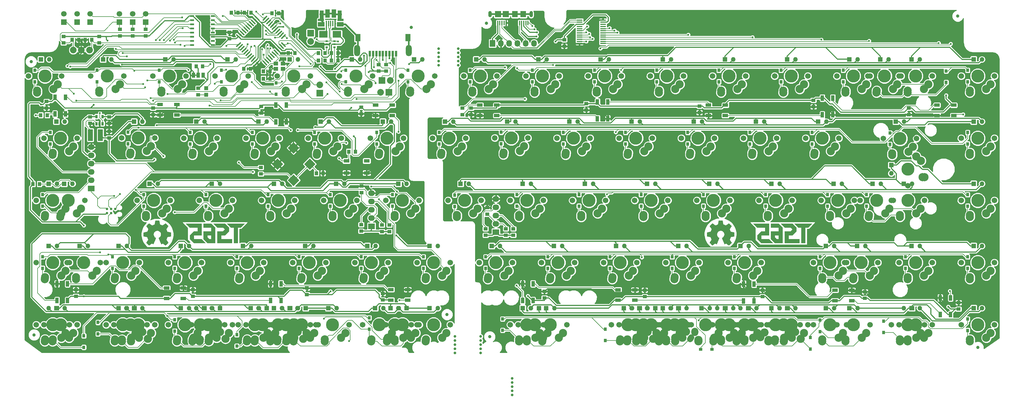
<source format=gbl>
G04 #@! TF.GenerationSoftware,KiCad,Pcbnew,(2016-12-18 revision 3ffa37c)-makepkg*
G04 #@! TF.CreationDate,2017-05-18T23:21:56-04:00*
G04 #@! TF.ProjectId,TS65,545336352E6B696361645F7063620000,0.7*
G04 #@! TF.FileFunction,Copper,L2,Bot,Signal*
G04 #@! TF.FilePolarity,Positive*
%FSLAX46Y46*%
G04 Gerber Fmt 4.6, Leading zero omitted, Abs format (unit mm)*
G04 Created by KiCad (PCBNEW (2016-12-18 revision 3ffa37c)-makepkg) date 05/18/17 23:21:56*
%MOMM*%
%LPD*%
G01*
G04 APERTURE LIST*
%ADD10C,0.150000*%
%ADD11C,0.002540*%
%ADD12C,0.010000*%
%ADD13O,1.800000X3.500000*%
%ADD14R,0.700000X1.800000*%
%ADD15R,1.640000X2.200000*%
%ADD16C,0.406400*%
%ADD17C,0.406400*%
%ADD18R,2.032000X2.032000*%
%ADD19O,2.032000X2.032000*%
%ADD20R,1.000000X1.250000*%
%ADD21C,3.987810*%
%ADD22C,1.701810*%
%ADD23C,2.500000*%
%ADD24O,2.500000X2.500000*%
%ADD25O,2.200000X2.500000*%
%ADD26C,1.900000*%
%ADD27C,1.900000*%
%ADD28O,1.400000X1.400000*%
%ADD29R,1.400000X1.400000*%
%ADD30R,0.850900X1.000760*%
%ADD31R,1.000760X0.850900*%
%ADD32C,1.000000*%
%ADD33R,1.000000X1.651000*%
%ADD34R,1.651000X1.000000*%
%ADD35R,1.250000X1.000000*%
%ADD36R,1.800000X1.900000*%
%ADD37R,0.400000X1.350000*%
%ADD38R,1.900000X1.900000*%
%ADD39O,1.050000X1.900000*%
%ADD40R,2.651760X2.029460*%
%ADD41R,1.500000X3.600000*%
%ADD42R,1.198880X1.198880*%
%ADD43C,0.784860*%
%ADD44R,1.800000X1.100000*%
%ADD45C,2.032000*%
%ADD46R,1.750000X0.450000*%
%ADD47R,0.800000X0.550000*%
%ADD48R,1.400000X1.200000*%
%ADD49R,1.727200X2.032000*%
%ADD50O,1.727200X2.032000*%
%ADD51R,2.032000X1.727200*%
%ADD52O,2.032000X1.727200*%
%ADD53R,1.143000X0.508000*%
%ADD54R,0.650000X1.060000*%
%ADD55R,1.700000X1.700000*%
%ADD56C,1.700000*%
%ADD57R,1.000000X1.500000*%
%ADD58C,0.800000*%
%ADD59R,0.400000X1.750000*%
%ADD60R,2.000000X1.400000*%
%ADD61R,1.300000X3.250000*%
%ADD62R,1.825000X0.700000*%
%ADD63O,1.300000X1.800000*%
%ADD64R,1.425000X2.500000*%
%ADD65O,1.000000X1.400000*%
%ADD66C,0.609600*%
%ADD67C,0.304800*%
%ADD68C,0.152400*%
%ADD69C,0.508000*%
%ADD70C,0.254000*%
G04 APERTURE END LIST*
D10*
D11*
G36*
X118378100Y-136969940D02*
X118380640Y-137112180D01*
X118380640Y-137229020D01*
X118380640Y-137323000D01*
X118383180Y-137396660D01*
X118383180Y-137452540D01*
X118385720Y-137490640D01*
X118390800Y-137518580D01*
X118395880Y-137533820D01*
X118398420Y-137538900D01*
X118416200Y-137543980D01*
X118459380Y-137554140D01*
X118522880Y-137569380D01*
X118606700Y-137587160D01*
X118703220Y-137604940D01*
X118809900Y-137627800D01*
X118924200Y-137648120D01*
X119053740Y-137670980D01*
X119168040Y-137693840D01*
X119267100Y-137714160D01*
X119348380Y-137731940D01*
X119406800Y-137747180D01*
X119444900Y-137757340D01*
X119455060Y-137762420D01*
X119465220Y-137780200D01*
X119485540Y-137818300D01*
X119510940Y-137876720D01*
X119541420Y-137950380D01*
X119576980Y-138034200D01*
X119615080Y-138123100D01*
X119650640Y-138214540D01*
X119688740Y-138308520D01*
X119721760Y-138394880D01*
X119749700Y-138471080D01*
X119775100Y-138537120D01*
X119790340Y-138585380D01*
X119797960Y-138613320D01*
X119797960Y-138618400D01*
X119790340Y-138633640D01*
X119767480Y-138669200D01*
X119729380Y-138725080D01*
X119683660Y-138793660D01*
X119630320Y-138874940D01*
X119566820Y-138963840D01*
X119500780Y-139060360D01*
X119434740Y-139156880D01*
X119373780Y-139248320D01*
X119320440Y-139332140D01*
X119274720Y-139400720D01*
X119241700Y-139456600D01*
X119218840Y-139492160D01*
X119211220Y-139509940D01*
X119221380Y-139525180D01*
X119249320Y-139558200D01*
X119292500Y-139606460D01*
X119345840Y-139664880D01*
X119411880Y-139730920D01*
X119483000Y-139804580D01*
X119559200Y-139883320D01*
X119637940Y-139962060D01*
X119714140Y-140038260D01*
X119790340Y-140111920D01*
X119856380Y-140177960D01*
X119917340Y-140233840D01*
X119965600Y-140277020D01*
X119998620Y-140307500D01*
X120016400Y-140320200D01*
X120018940Y-140320200D01*
X120034180Y-140312580D01*
X120069740Y-140289720D01*
X120125620Y-140254160D01*
X120194200Y-140208440D01*
X120275480Y-140155100D01*
X120366920Y-140094140D01*
X120460900Y-140030640D01*
X120557420Y-139964600D01*
X120648860Y-139901100D01*
X120730140Y-139847760D01*
X120798720Y-139804580D01*
X120854600Y-139769020D01*
X120890160Y-139748700D01*
X120907940Y-139741080D01*
X120928260Y-139746160D01*
X120966360Y-139763940D01*
X121022240Y-139791880D01*
X121085740Y-139824900D01*
X121116220Y-139840140D01*
X121187340Y-139878240D01*
X121248300Y-139906180D01*
X121296560Y-139926500D01*
X121327040Y-139936660D01*
X121332120Y-139936660D01*
X121339740Y-139931580D01*
X121347360Y-139921420D01*
X121360060Y-139901100D01*
X121375300Y-139870620D01*
X121395620Y-139829980D01*
X121421020Y-139771560D01*
X121454040Y-139700440D01*
X121492140Y-139611540D01*
X121537860Y-139504860D01*
X121591200Y-139375320D01*
X121654700Y-139222920D01*
X121728360Y-139047660D01*
X121741060Y-139017180D01*
X121802020Y-138864780D01*
X121862980Y-138720000D01*
X121916320Y-138585380D01*
X121967120Y-138460920D01*
X122010300Y-138351700D01*
X122048400Y-138257720D01*
X122076340Y-138181520D01*
X122096660Y-138125640D01*
X122106820Y-138092620D01*
X122109360Y-138082460D01*
X122094120Y-138067220D01*
X122063640Y-138039280D01*
X122017920Y-138003720D01*
X121972200Y-137970700D01*
X121855360Y-137884340D01*
X121758840Y-137803060D01*
X121680100Y-137721780D01*
X121614060Y-137632880D01*
X121553100Y-137533820D01*
X121522620Y-137477940D01*
X121456580Y-137315380D01*
X121415940Y-137147740D01*
X121403240Y-136977560D01*
X121415940Y-136807380D01*
X121454040Y-136642280D01*
X121515000Y-136484800D01*
X121601360Y-136332400D01*
X121713120Y-136192700D01*
X121720740Y-136185080D01*
X121852820Y-136063160D01*
X122000140Y-135964100D01*
X122165240Y-135887900D01*
X122246520Y-135859960D01*
X122292240Y-135847260D01*
X122335420Y-135837100D01*
X122383680Y-135832020D01*
X122444640Y-135829480D01*
X122520840Y-135826940D01*
X122564020Y-135826940D01*
X122647840Y-135826940D01*
X122716420Y-135829480D01*
X122767220Y-135834560D01*
X122812940Y-135842180D01*
X122858660Y-135854880D01*
X122878980Y-135859960D01*
X123051700Y-135928540D01*
X123206640Y-136017440D01*
X123346340Y-136129200D01*
X123465720Y-136261280D01*
X123564780Y-136408600D01*
X123592720Y-136461940D01*
X123648600Y-136591480D01*
X123686700Y-136713400D01*
X123707020Y-136840400D01*
X123712100Y-136975020D01*
X123699400Y-137155360D01*
X123658760Y-137328080D01*
X123592720Y-137490640D01*
X123503820Y-137640500D01*
X123389520Y-137775120D01*
X123338720Y-137823380D01*
X123275220Y-137876720D01*
X123201560Y-137932600D01*
X123132980Y-137983400D01*
X123072020Y-138024040D01*
X123064400Y-138026580D01*
X123031380Y-138051980D01*
X123013600Y-138077380D01*
X123011060Y-138082460D01*
X123016140Y-138100240D01*
X123028840Y-138143420D01*
X123054240Y-138209460D01*
X123087260Y-138298360D01*
X123130440Y-138407580D01*
X123181240Y-138534580D01*
X123239660Y-138679360D01*
X123305700Y-138839380D01*
X123371740Y-138996860D01*
X123432700Y-139146720D01*
X123493660Y-139288960D01*
X123549540Y-139423580D01*
X123600340Y-139545500D01*
X123646060Y-139654720D01*
X123684160Y-139746160D01*
X123714640Y-139819820D01*
X123737500Y-139873160D01*
X123750200Y-139903640D01*
X123752740Y-139911260D01*
X123775600Y-139931580D01*
X123795920Y-139939200D01*
X123816240Y-139931580D01*
X123856880Y-139913800D01*
X123912760Y-139888400D01*
X123978800Y-139852840D01*
X124006740Y-139837600D01*
X124090560Y-139794420D01*
X124156600Y-139763940D01*
X124202320Y-139746160D01*
X124225180Y-139743620D01*
X124242960Y-139753780D01*
X124283600Y-139776640D01*
X124339480Y-139812200D01*
X124405520Y-139855380D01*
X124481720Y-139906180D01*
X124529980Y-139939200D01*
X124659520Y-140030640D01*
X124768740Y-140104300D01*
X124857640Y-140165260D01*
X124931300Y-140216060D01*
X124987180Y-140254160D01*
X125030360Y-140282100D01*
X125063380Y-140299880D01*
X125086240Y-140312580D01*
X125098940Y-140317660D01*
X125106560Y-140320200D01*
X125119260Y-140310040D01*
X125152280Y-140282100D01*
X125200540Y-140238920D01*
X125261500Y-140183040D01*
X125332620Y-140114460D01*
X125411360Y-140035720D01*
X125495180Y-139951900D01*
X125512960Y-139934120D01*
X125599320Y-139847760D01*
X125678060Y-139769020D01*
X125749180Y-139695360D01*
X125810140Y-139631860D01*
X125858400Y-139581060D01*
X125891420Y-139545500D01*
X125906660Y-139527720D01*
X125906660Y-139525180D01*
X125909200Y-139517560D01*
X125909200Y-139509940D01*
X125906660Y-139499780D01*
X125901580Y-139482000D01*
X125888880Y-139459140D01*
X125868560Y-139428660D01*
X125840620Y-139385480D01*
X125799980Y-139327060D01*
X125751720Y-139253400D01*
X125688220Y-139159420D01*
X125609480Y-139047660D01*
X125601860Y-139037500D01*
X125535820Y-138940980D01*
X125477400Y-138852080D01*
X125424060Y-138770800D01*
X125378340Y-138704760D01*
X125345320Y-138651420D01*
X125325000Y-138618400D01*
X125319920Y-138603160D01*
X125325000Y-138585380D01*
X125340240Y-138544740D01*
X125360560Y-138486320D01*
X125391040Y-138410120D01*
X125426600Y-138321220D01*
X125464700Y-138222160D01*
X125485020Y-138173900D01*
X125533280Y-138051980D01*
X125573920Y-137952920D01*
X125606940Y-137876720D01*
X125632340Y-137820840D01*
X125652660Y-137782740D01*
X125667900Y-137759880D01*
X125678060Y-137749720D01*
X125698380Y-137744640D01*
X125744100Y-137734480D01*
X125810140Y-137721780D01*
X125893960Y-137704000D01*
X125990480Y-137686220D01*
X126099700Y-137665900D01*
X126206380Y-137645580D01*
X126323220Y-137625260D01*
X126429900Y-137602400D01*
X126526420Y-137584620D01*
X126605160Y-137566840D01*
X126668660Y-137554140D01*
X126709300Y-137543980D01*
X126724540Y-137538900D01*
X126729620Y-137528740D01*
X126734700Y-137510960D01*
X126737240Y-137477940D01*
X126739780Y-137432220D01*
X126742320Y-137368720D01*
X126744860Y-137284900D01*
X126744860Y-137178220D01*
X126744860Y-137048680D01*
X126744860Y-136967400D01*
X126744860Y-136413680D01*
X126711840Y-136393360D01*
X126691520Y-136385740D01*
X126645800Y-136375580D01*
X126579760Y-136360340D01*
X126495940Y-136342560D01*
X126396880Y-136322240D01*
X126287660Y-136301920D01*
X126168280Y-136279060D01*
X126165740Y-136279060D01*
X126048900Y-136258740D01*
X125939680Y-136235880D01*
X125843160Y-136218100D01*
X125759340Y-136200320D01*
X125695840Y-136185080D01*
X125652660Y-136174920D01*
X125634880Y-136167300D01*
X125632340Y-136167300D01*
X125622180Y-136149520D01*
X125604400Y-136111420D01*
X125576460Y-136053000D01*
X125545980Y-135981880D01*
X125510420Y-135900600D01*
X125472320Y-135814240D01*
X125434220Y-135722800D01*
X125396120Y-135636440D01*
X125363100Y-135555160D01*
X125332620Y-135484040D01*
X125309760Y-135428160D01*
X125297060Y-135387520D01*
X125291980Y-135372280D01*
X125299600Y-135357040D01*
X125322460Y-135318940D01*
X125355480Y-135265600D01*
X125401200Y-135194480D01*
X125457080Y-135113200D01*
X125518040Y-135021760D01*
X125586620Y-134922700D01*
X125596780Y-134907460D01*
X125665360Y-134805860D01*
X125728860Y-134711880D01*
X125784740Y-134628060D01*
X125833000Y-134554400D01*
X125871100Y-134495980D01*
X125896500Y-134455340D01*
X125909200Y-134435020D01*
X125909200Y-134435020D01*
X125906660Y-134422320D01*
X125893960Y-134404540D01*
X125873640Y-134376600D01*
X125838080Y-134335960D01*
X125789820Y-134282620D01*
X125723780Y-134216580D01*
X125642500Y-134132760D01*
X125543440Y-134033700D01*
X125523120Y-134013380D01*
X125424060Y-133911780D01*
X125332620Y-133825420D01*
X125256420Y-133751760D01*
X125192920Y-133693340D01*
X125144660Y-133650160D01*
X125114180Y-133624760D01*
X125104020Y-133619680D01*
X125086240Y-133627300D01*
X125048140Y-133647620D01*
X124992260Y-133683180D01*
X124921140Y-133728900D01*
X124839860Y-133782240D01*
X124745880Y-133845740D01*
X124646820Y-133911780D01*
X124636660Y-133919400D01*
X124537600Y-133987980D01*
X124443620Y-134051480D01*
X124359800Y-134109900D01*
X124286140Y-134158160D01*
X124227720Y-134196260D01*
X124187080Y-134224200D01*
X124166760Y-134236900D01*
X124166760Y-134236900D01*
X124154060Y-134241980D01*
X124136280Y-134239440D01*
X124108340Y-134234360D01*
X124070240Y-134221660D01*
X124016900Y-134203880D01*
X123945780Y-134175940D01*
X123851800Y-134137840D01*
X123785760Y-134109900D01*
X123668920Y-134064180D01*
X123577480Y-134026080D01*
X123503820Y-133995600D01*
X123450480Y-133970200D01*
X123412380Y-133952420D01*
X123384440Y-133939720D01*
X123369200Y-133927020D01*
X123359040Y-133916860D01*
X123353960Y-133909240D01*
X123351420Y-133901620D01*
X123346340Y-133881300D01*
X123338720Y-133838120D01*
X123326020Y-133772080D01*
X123308240Y-133688260D01*
X123290460Y-133589200D01*
X123270140Y-133479980D01*
X123247280Y-133363140D01*
X123244740Y-133350440D01*
X123221880Y-133231060D01*
X123201560Y-133121840D01*
X123181240Y-133022780D01*
X123163460Y-132938960D01*
X123148220Y-132872920D01*
X123138060Y-132827200D01*
X123132980Y-132806880D01*
X123130440Y-132806880D01*
X123122820Y-132801800D01*
X123105040Y-132796720D01*
X123077100Y-132794180D01*
X123033920Y-132791640D01*
X122972960Y-132789100D01*
X122894220Y-132786560D01*
X122795160Y-132786560D01*
X122670700Y-132786560D01*
X122564020Y-132786560D01*
X122442100Y-132786560D01*
X122327800Y-132786560D01*
X122226200Y-132789100D01*
X122137300Y-132791640D01*
X122068720Y-132791640D01*
X122020460Y-132794180D01*
X121995060Y-132796720D01*
X121995060Y-132796720D01*
X121987440Y-132814500D01*
X121974740Y-132857680D01*
X121959500Y-132923720D01*
X121941720Y-133012620D01*
X121918860Y-133121840D01*
X121896000Y-133246300D01*
X121873140Y-133363140D01*
X121850280Y-133485060D01*
X121827420Y-133596820D01*
X121807100Y-133698420D01*
X121791860Y-133784780D01*
X121776620Y-133853360D01*
X121763920Y-133901620D01*
X121758840Y-133927020D01*
X121756300Y-133929560D01*
X121738520Y-133939720D01*
X121700420Y-133957500D01*
X121642000Y-133982900D01*
X121573420Y-134013380D01*
X121492140Y-134046400D01*
X121405780Y-134081960D01*
X121316880Y-134117520D01*
X121230520Y-134153080D01*
X121149240Y-134183560D01*
X121078120Y-134211500D01*
X121022240Y-134231820D01*
X120984140Y-134244520D01*
X120968900Y-134249600D01*
X120953660Y-134239440D01*
X120918100Y-134216580D01*
X120864760Y-134181020D01*
X120796180Y-134132760D01*
X120714900Y-134076880D01*
X120623460Y-134015920D01*
X120521860Y-133947340D01*
X120499000Y-133929560D01*
X120397400Y-133860980D01*
X120303420Y-133797480D01*
X120217060Y-133741600D01*
X120143400Y-133693340D01*
X120084980Y-133655240D01*
X120044340Y-133629840D01*
X120021480Y-133619680D01*
X120018940Y-133619680D01*
X120003700Y-133627300D01*
X119970680Y-133655240D01*
X119924960Y-133698420D01*
X119866540Y-133754300D01*
X119797960Y-133817800D01*
X119724300Y-133891460D01*
X119645560Y-133967660D01*
X119569360Y-134046400D01*
X119490620Y-134122600D01*
X119419500Y-134198800D01*
X119353460Y-134264840D01*
X119297580Y-134325800D01*
X119251860Y-134374060D01*
X119223920Y-134409620D01*
X119211220Y-134427400D01*
X119211220Y-134427400D01*
X119218840Y-134445180D01*
X119241700Y-134480740D01*
X119277260Y-134536620D01*
X119322980Y-134607740D01*
X119376320Y-134689020D01*
X119437280Y-134780460D01*
X119505860Y-134879520D01*
X119508400Y-134884600D01*
X119576980Y-134983660D01*
X119640480Y-135077640D01*
X119698900Y-135161460D01*
X119747160Y-135232580D01*
X119782720Y-135291000D01*
X119810660Y-135329100D01*
X119820820Y-135349420D01*
X119820820Y-135349420D01*
X119823360Y-135362120D01*
X119820820Y-135382440D01*
X119810660Y-135415460D01*
X119795420Y-135463720D01*
X119770020Y-135527220D01*
X119734460Y-135611040D01*
X119691280Y-135715180D01*
X119668420Y-135768520D01*
X119622700Y-135875200D01*
X119582060Y-135966640D01*
X119543960Y-136047920D01*
X119513480Y-136108880D01*
X119490620Y-136152060D01*
X119477920Y-136172380D01*
X119475380Y-136174920D01*
X119457600Y-136180000D01*
X119414420Y-136190160D01*
X119348380Y-136202860D01*
X119267100Y-136220640D01*
X119168040Y-136238420D01*
X119058820Y-136261280D01*
X118939440Y-136284140D01*
X118926740Y-136284140D01*
X118792120Y-136312080D01*
X118672740Y-136334940D01*
X118571140Y-136355260D01*
X118492400Y-136373040D01*
X118433980Y-136388280D01*
X118398420Y-136398440D01*
X118390800Y-136400980D01*
X118388260Y-136418760D01*
X118385720Y-136461940D01*
X118383180Y-136525440D01*
X118383180Y-136609260D01*
X118380640Y-136708320D01*
X118380640Y-136817540D01*
X118378100Y-136939460D01*
X118378100Y-136969940D01*
X118378100Y-136969940D01*
X118378100Y-136969940D01*
G37*
X118378100Y-136969940D02*
X118380640Y-137112180D01*
X118380640Y-137229020D01*
X118380640Y-137323000D01*
X118383180Y-137396660D01*
X118383180Y-137452540D01*
X118385720Y-137490640D01*
X118390800Y-137518580D01*
X118395880Y-137533820D01*
X118398420Y-137538900D01*
X118416200Y-137543980D01*
X118459380Y-137554140D01*
X118522880Y-137569380D01*
X118606700Y-137587160D01*
X118703220Y-137604940D01*
X118809900Y-137627800D01*
X118924200Y-137648120D01*
X119053740Y-137670980D01*
X119168040Y-137693840D01*
X119267100Y-137714160D01*
X119348380Y-137731940D01*
X119406800Y-137747180D01*
X119444900Y-137757340D01*
X119455060Y-137762420D01*
X119465220Y-137780200D01*
X119485540Y-137818300D01*
X119510940Y-137876720D01*
X119541420Y-137950380D01*
X119576980Y-138034200D01*
X119615080Y-138123100D01*
X119650640Y-138214540D01*
X119688740Y-138308520D01*
X119721760Y-138394880D01*
X119749700Y-138471080D01*
X119775100Y-138537120D01*
X119790340Y-138585380D01*
X119797960Y-138613320D01*
X119797960Y-138618400D01*
X119790340Y-138633640D01*
X119767480Y-138669200D01*
X119729380Y-138725080D01*
X119683660Y-138793660D01*
X119630320Y-138874940D01*
X119566820Y-138963840D01*
X119500780Y-139060360D01*
X119434740Y-139156880D01*
X119373780Y-139248320D01*
X119320440Y-139332140D01*
X119274720Y-139400720D01*
X119241700Y-139456600D01*
X119218840Y-139492160D01*
X119211220Y-139509940D01*
X119221380Y-139525180D01*
X119249320Y-139558200D01*
X119292500Y-139606460D01*
X119345840Y-139664880D01*
X119411880Y-139730920D01*
X119483000Y-139804580D01*
X119559200Y-139883320D01*
X119637940Y-139962060D01*
X119714140Y-140038260D01*
X119790340Y-140111920D01*
X119856380Y-140177960D01*
X119917340Y-140233840D01*
X119965600Y-140277020D01*
X119998620Y-140307500D01*
X120016400Y-140320200D01*
X120018940Y-140320200D01*
X120034180Y-140312580D01*
X120069740Y-140289720D01*
X120125620Y-140254160D01*
X120194200Y-140208440D01*
X120275480Y-140155100D01*
X120366920Y-140094140D01*
X120460900Y-140030640D01*
X120557420Y-139964600D01*
X120648860Y-139901100D01*
X120730140Y-139847760D01*
X120798720Y-139804580D01*
X120854600Y-139769020D01*
X120890160Y-139748700D01*
X120907940Y-139741080D01*
X120928260Y-139746160D01*
X120966360Y-139763940D01*
X121022240Y-139791880D01*
X121085740Y-139824900D01*
X121116220Y-139840140D01*
X121187340Y-139878240D01*
X121248300Y-139906180D01*
X121296560Y-139926500D01*
X121327040Y-139936660D01*
X121332120Y-139936660D01*
X121339740Y-139931580D01*
X121347360Y-139921420D01*
X121360060Y-139901100D01*
X121375300Y-139870620D01*
X121395620Y-139829980D01*
X121421020Y-139771560D01*
X121454040Y-139700440D01*
X121492140Y-139611540D01*
X121537860Y-139504860D01*
X121591200Y-139375320D01*
X121654700Y-139222920D01*
X121728360Y-139047660D01*
X121741060Y-139017180D01*
X121802020Y-138864780D01*
X121862980Y-138720000D01*
X121916320Y-138585380D01*
X121967120Y-138460920D01*
X122010300Y-138351700D01*
X122048400Y-138257720D01*
X122076340Y-138181520D01*
X122096660Y-138125640D01*
X122106820Y-138092620D01*
X122109360Y-138082460D01*
X122094120Y-138067220D01*
X122063640Y-138039280D01*
X122017920Y-138003720D01*
X121972200Y-137970700D01*
X121855360Y-137884340D01*
X121758840Y-137803060D01*
X121680100Y-137721780D01*
X121614060Y-137632880D01*
X121553100Y-137533820D01*
X121522620Y-137477940D01*
X121456580Y-137315380D01*
X121415940Y-137147740D01*
X121403240Y-136977560D01*
X121415940Y-136807380D01*
X121454040Y-136642280D01*
X121515000Y-136484800D01*
X121601360Y-136332400D01*
X121713120Y-136192700D01*
X121720740Y-136185080D01*
X121852820Y-136063160D01*
X122000140Y-135964100D01*
X122165240Y-135887900D01*
X122246520Y-135859960D01*
X122292240Y-135847260D01*
X122335420Y-135837100D01*
X122383680Y-135832020D01*
X122444640Y-135829480D01*
X122520840Y-135826940D01*
X122564020Y-135826940D01*
X122647840Y-135826940D01*
X122716420Y-135829480D01*
X122767220Y-135834560D01*
X122812940Y-135842180D01*
X122858660Y-135854880D01*
X122878980Y-135859960D01*
X123051700Y-135928540D01*
X123206640Y-136017440D01*
X123346340Y-136129200D01*
X123465720Y-136261280D01*
X123564780Y-136408600D01*
X123592720Y-136461940D01*
X123648600Y-136591480D01*
X123686700Y-136713400D01*
X123707020Y-136840400D01*
X123712100Y-136975020D01*
X123699400Y-137155360D01*
X123658760Y-137328080D01*
X123592720Y-137490640D01*
X123503820Y-137640500D01*
X123389520Y-137775120D01*
X123338720Y-137823380D01*
X123275220Y-137876720D01*
X123201560Y-137932600D01*
X123132980Y-137983400D01*
X123072020Y-138024040D01*
X123064400Y-138026580D01*
X123031380Y-138051980D01*
X123013600Y-138077380D01*
X123011060Y-138082460D01*
X123016140Y-138100240D01*
X123028840Y-138143420D01*
X123054240Y-138209460D01*
X123087260Y-138298360D01*
X123130440Y-138407580D01*
X123181240Y-138534580D01*
X123239660Y-138679360D01*
X123305700Y-138839380D01*
X123371740Y-138996860D01*
X123432700Y-139146720D01*
X123493660Y-139288960D01*
X123549540Y-139423580D01*
X123600340Y-139545500D01*
X123646060Y-139654720D01*
X123684160Y-139746160D01*
X123714640Y-139819820D01*
X123737500Y-139873160D01*
X123750200Y-139903640D01*
X123752740Y-139911260D01*
X123775600Y-139931580D01*
X123795920Y-139939200D01*
X123816240Y-139931580D01*
X123856880Y-139913800D01*
X123912760Y-139888400D01*
X123978800Y-139852840D01*
X124006740Y-139837600D01*
X124090560Y-139794420D01*
X124156600Y-139763940D01*
X124202320Y-139746160D01*
X124225180Y-139743620D01*
X124242960Y-139753780D01*
X124283600Y-139776640D01*
X124339480Y-139812200D01*
X124405520Y-139855380D01*
X124481720Y-139906180D01*
X124529980Y-139939200D01*
X124659520Y-140030640D01*
X124768740Y-140104300D01*
X124857640Y-140165260D01*
X124931300Y-140216060D01*
X124987180Y-140254160D01*
X125030360Y-140282100D01*
X125063380Y-140299880D01*
X125086240Y-140312580D01*
X125098940Y-140317660D01*
X125106560Y-140320200D01*
X125119260Y-140310040D01*
X125152280Y-140282100D01*
X125200540Y-140238920D01*
X125261500Y-140183040D01*
X125332620Y-140114460D01*
X125411360Y-140035720D01*
X125495180Y-139951900D01*
X125512960Y-139934120D01*
X125599320Y-139847760D01*
X125678060Y-139769020D01*
X125749180Y-139695360D01*
X125810140Y-139631860D01*
X125858400Y-139581060D01*
X125891420Y-139545500D01*
X125906660Y-139527720D01*
X125906660Y-139525180D01*
X125909200Y-139517560D01*
X125909200Y-139509940D01*
X125906660Y-139499780D01*
X125901580Y-139482000D01*
X125888880Y-139459140D01*
X125868560Y-139428660D01*
X125840620Y-139385480D01*
X125799980Y-139327060D01*
X125751720Y-139253400D01*
X125688220Y-139159420D01*
X125609480Y-139047660D01*
X125601860Y-139037500D01*
X125535820Y-138940980D01*
X125477400Y-138852080D01*
X125424060Y-138770800D01*
X125378340Y-138704760D01*
X125345320Y-138651420D01*
X125325000Y-138618400D01*
X125319920Y-138603160D01*
X125325000Y-138585380D01*
X125340240Y-138544740D01*
X125360560Y-138486320D01*
X125391040Y-138410120D01*
X125426600Y-138321220D01*
X125464700Y-138222160D01*
X125485020Y-138173900D01*
X125533280Y-138051980D01*
X125573920Y-137952920D01*
X125606940Y-137876720D01*
X125632340Y-137820840D01*
X125652660Y-137782740D01*
X125667900Y-137759880D01*
X125678060Y-137749720D01*
X125698380Y-137744640D01*
X125744100Y-137734480D01*
X125810140Y-137721780D01*
X125893960Y-137704000D01*
X125990480Y-137686220D01*
X126099700Y-137665900D01*
X126206380Y-137645580D01*
X126323220Y-137625260D01*
X126429900Y-137602400D01*
X126526420Y-137584620D01*
X126605160Y-137566840D01*
X126668660Y-137554140D01*
X126709300Y-137543980D01*
X126724540Y-137538900D01*
X126729620Y-137528740D01*
X126734700Y-137510960D01*
X126737240Y-137477940D01*
X126739780Y-137432220D01*
X126742320Y-137368720D01*
X126744860Y-137284900D01*
X126744860Y-137178220D01*
X126744860Y-137048680D01*
X126744860Y-136967400D01*
X126744860Y-136413680D01*
X126711840Y-136393360D01*
X126691520Y-136385740D01*
X126645800Y-136375580D01*
X126579760Y-136360340D01*
X126495940Y-136342560D01*
X126396880Y-136322240D01*
X126287660Y-136301920D01*
X126168280Y-136279060D01*
X126165740Y-136279060D01*
X126048900Y-136258740D01*
X125939680Y-136235880D01*
X125843160Y-136218100D01*
X125759340Y-136200320D01*
X125695840Y-136185080D01*
X125652660Y-136174920D01*
X125634880Y-136167300D01*
X125632340Y-136167300D01*
X125622180Y-136149520D01*
X125604400Y-136111420D01*
X125576460Y-136053000D01*
X125545980Y-135981880D01*
X125510420Y-135900600D01*
X125472320Y-135814240D01*
X125434220Y-135722800D01*
X125396120Y-135636440D01*
X125363100Y-135555160D01*
X125332620Y-135484040D01*
X125309760Y-135428160D01*
X125297060Y-135387520D01*
X125291980Y-135372280D01*
X125299600Y-135357040D01*
X125322460Y-135318940D01*
X125355480Y-135265600D01*
X125401200Y-135194480D01*
X125457080Y-135113200D01*
X125518040Y-135021760D01*
X125586620Y-134922700D01*
X125596780Y-134907460D01*
X125665360Y-134805860D01*
X125728860Y-134711880D01*
X125784740Y-134628060D01*
X125833000Y-134554400D01*
X125871100Y-134495980D01*
X125896500Y-134455340D01*
X125909200Y-134435020D01*
X125909200Y-134435020D01*
X125906660Y-134422320D01*
X125893960Y-134404540D01*
X125873640Y-134376600D01*
X125838080Y-134335960D01*
X125789820Y-134282620D01*
X125723780Y-134216580D01*
X125642500Y-134132760D01*
X125543440Y-134033700D01*
X125523120Y-134013380D01*
X125424060Y-133911780D01*
X125332620Y-133825420D01*
X125256420Y-133751760D01*
X125192920Y-133693340D01*
X125144660Y-133650160D01*
X125114180Y-133624760D01*
X125104020Y-133619680D01*
X125086240Y-133627300D01*
X125048140Y-133647620D01*
X124992260Y-133683180D01*
X124921140Y-133728900D01*
X124839860Y-133782240D01*
X124745880Y-133845740D01*
X124646820Y-133911780D01*
X124636660Y-133919400D01*
X124537600Y-133987980D01*
X124443620Y-134051480D01*
X124359800Y-134109900D01*
X124286140Y-134158160D01*
X124227720Y-134196260D01*
X124187080Y-134224200D01*
X124166760Y-134236900D01*
X124166760Y-134236900D01*
X124154060Y-134241980D01*
X124136280Y-134239440D01*
X124108340Y-134234360D01*
X124070240Y-134221660D01*
X124016900Y-134203880D01*
X123945780Y-134175940D01*
X123851800Y-134137840D01*
X123785760Y-134109900D01*
X123668920Y-134064180D01*
X123577480Y-134026080D01*
X123503820Y-133995600D01*
X123450480Y-133970200D01*
X123412380Y-133952420D01*
X123384440Y-133939720D01*
X123369200Y-133927020D01*
X123359040Y-133916860D01*
X123353960Y-133909240D01*
X123351420Y-133901620D01*
X123346340Y-133881300D01*
X123338720Y-133838120D01*
X123326020Y-133772080D01*
X123308240Y-133688260D01*
X123290460Y-133589200D01*
X123270140Y-133479980D01*
X123247280Y-133363140D01*
X123244740Y-133350440D01*
X123221880Y-133231060D01*
X123201560Y-133121840D01*
X123181240Y-133022780D01*
X123163460Y-132938960D01*
X123148220Y-132872920D01*
X123138060Y-132827200D01*
X123132980Y-132806880D01*
X123130440Y-132806880D01*
X123122820Y-132801800D01*
X123105040Y-132796720D01*
X123077100Y-132794180D01*
X123033920Y-132791640D01*
X122972960Y-132789100D01*
X122894220Y-132786560D01*
X122795160Y-132786560D01*
X122670700Y-132786560D01*
X122564020Y-132786560D01*
X122442100Y-132786560D01*
X122327800Y-132786560D01*
X122226200Y-132789100D01*
X122137300Y-132791640D01*
X122068720Y-132791640D01*
X122020460Y-132794180D01*
X121995060Y-132796720D01*
X121995060Y-132796720D01*
X121987440Y-132814500D01*
X121974740Y-132857680D01*
X121959500Y-132923720D01*
X121941720Y-133012620D01*
X121918860Y-133121840D01*
X121896000Y-133246300D01*
X121873140Y-133363140D01*
X121850280Y-133485060D01*
X121827420Y-133596820D01*
X121807100Y-133698420D01*
X121791860Y-133784780D01*
X121776620Y-133853360D01*
X121763920Y-133901620D01*
X121758840Y-133927020D01*
X121756300Y-133929560D01*
X121738520Y-133939720D01*
X121700420Y-133957500D01*
X121642000Y-133982900D01*
X121573420Y-134013380D01*
X121492140Y-134046400D01*
X121405780Y-134081960D01*
X121316880Y-134117520D01*
X121230520Y-134153080D01*
X121149240Y-134183560D01*
X121078120Y-134211500D01*
X121022240Y-134231820D01*
X120984140Y-134244520D01*
X120968900Y-134249600D01*
X120953660Y-134239440D01*
X120918100Y-134216580D01*
X120864760Y-134181020D01*
X120796180Y-134132760D01*
X120714900Y-134076880D01*
X120623460Y-134015920D01*
X120521860Y-133947340D01*
X120499000Y-133929560D01*
X120397400Y-133860980D01*
X120303420Y-133797480D01*
X120217060Y-133741600D01*
X120143400Y-133693340D01*
X120084980Y-133655240D01*
X120044340Y-133629840D01*
X120021480Y-133619680D01*
X120018940Y-133619680D01*
X120003700Y-133627300D01*
X119970680Y-133655240D01*
X119924960Y-133698420D01*
X119866540Y-133754300D01*
X119797960Y-133817800D01*
X119724300Y-133891460D01*
X119645560Y-133967660D01*
X119569360Y-134046400D01*
X119490620Y-134122600D01*
X119419500Y-134198800D01*
X119353460Y-134264840D01*
X119297580Y-134325800D01*
X119251860Y-134374060D01*
X119223920Y-134409620D01*
X119211220Y-134427400D01*
X119211220Y-134427400D01*
X119218840Y-134445180D01*
X119241700Y-134480740D01*
X119277260Y-134536620D01*
X119322980Y-134607740D01*
X119376320Y-134689020D01*
X119437280Y-134780460D01*
X119505860Y-134879520D01*
X119508400Y-134884600D01*
X119576980Y-134983660D01*
X119640480Y-135077640D01*
X119698900Y-135161460D01*
X119747160Y-135232580D01*
X119782720Y-135291000D01*
X119810660Y-135329100D01*
X119820820Y-135349420D01*
X119820820Y-135349420D01*
X119823360Y-135362120D01*
X119820820Y-135382440D01*
X119810660Y-135415460D01*
X119795420Y-135463720D01*
X119770020Y-135527220D01*
X119734460Y-135611040D01*
X119691280Y-135715180D01*
X119668420Y-135768520D01*
X119622700Y-135875200D01*
X119582060Y-135966640D01*
X119543960Y-136047920D01*
X119513480Y-136108880D01*
X119490620Y-136152060D01*
X119477920Y-136172380D01*
X119475380Y-136174920D01*
X119457600Y-136180000D01*
X119414420Y-136190160D01*
X119348380Y-136202860D01*
X119267100Y-136220640D01*
X119168040Y-136238420D01*
X119058820Y-136261280D01*
X118939440Y-136284140D01*
X118926740Y-136284140D01*
X118792120Y-136312080D01*
X118672740Y-136334940D01*
X118571140Y-136355260D01*
X118492400Y-136373040D01*
X118433980Y-136388280D01*
X118398420Y-136398440D01*
X118390800Y-136400980D01*
X118388260Y-136418760D01*
X118385720Y-136461940D01*
X118383180Y-136525440D01*
X118383180Y-136609260D01*
X118380640Y-136708320D01*
X118380640Y-136817540D01*
X118378100Y-136939460D01*
X118378100Y-136969940D01*
X118378100Y-136969940D01*
D12*
G36*
X144525340Y-134244520D02*
X145119635Y-134838880D01*
X146018860Y-134838880D01*
X146018860Y-139634400D01*
X147217740Y-139634400D01*
X147217740Y-134838880D01*
X148116966Y-134838880D01*
X148711260Y-134244520D01*
X149305555Y-133650160D01*
X143931046Y-133650160D01*
X144525340Y-134244520D01*
X144525340Y-134244520D01*
G37*
X144525340Y-134244520D02*
X145119635Y-134838880D01*
X146018860Y-134838880D01*
X146018860Y-139634400D01*
X147217740Y-139634400D01*
X147217740Y-134838880D01*
X148116966Y-134838880D01*
X148711260Y-134244520D01*
X149305555Y-133650160D01*
X143931046Y-133650160D01*
X144525340Y-134244520D01*
G36*
X139734966Y-133650160D02*
X140329260Y-134244520D01*
X140923555Y-134838880D01*
X142722068Y-134838880D01*
X143024265Y-135141202D01*
X143326462Y-135443525D01*
X143024139Y-135745722D01*
X142721816Y-136047920D01*
X140918540Y-136047920D01*
X140918540Y-139634400D01*
X145409260Y-139634400D01*
X145409260Y-138445680D01*
X142117420Y-138445680D01*
X142117420Y-137236640D01*
X143311285Y-137236640D01*
X144515181Y-136032616D01*
X144515180Y-135438255D01*
X144515180Y-134843895D01*
X143321316Y-133650159D01*
X141528141Y-133650159D01*
X139734966Y-133650160D01*
X139734966Y-133650160D01*
G37*
X139734966Y-133650160D02*
X140329260Y-134244520D01*
X140923555Y-134838880D01*
X142722068Y-134838880D01*
X143024265Y-135141202D01*
X143326462Y-135443525D01*
X143024139Y-135745722D01*
X142721816Y-136047920D01*
X140918540Y-136047920D01*
X140918540Y-139634400D01*
X145409260Y-139634400D01*
X145409260Y-138445680D01*
X142117420Y-138445680D01*
X142117420Y-137236640D01*
X143311285Y-137236640D01*
X144515181Y-136032616D01*
X144515180Y-135438255D01*
X144515180Y-134843895D01*
X143321316Y-133650159D01*
X141528141Y-133650159D01*
X139734966Y-133650160D01*
G36*
X136722460Y-133650160D02*
X136722460Y-134838880D01*
X139120220Y-134838880D01*
X139120220Y-136047920D01*
X136722460Y-136047920D01*
X136722460Y-138440664D01*
X137319393Y-139037532D01*
X137916325Y-139634400D01*
X140308940Y-139634400D01*
X140308940Y-137236640D01*
X139120220Y-137236640D01*
X139120220Y-138445680D01*
X138515825Y-138445680D01*
X138213503Y-138143483D01*
X137911180Y-137841287D01*
X137911180Y-137236640D01*
X139120220Y-137236640D01*
X140308940Y-137236640D01*
X140308940Y-134843895D01*
X139115076Y-133650159D01*
X137918768Y-133650159D01*
X136722460Y-133650160D01*
X136722460Y-133650160D01*
G37*
X136722460Y-133650160D02*
X136722460Y-134838880D01*
X139120220Y-134838880D01*
X139120220Y-136047920D01*
X136722460Y-136047920D01*
X136722460Y-138440664D01*
X137319393Y-139037532D01*
X137916325Y-139634400D01*
X140308940Y-139634400D01*
X140308940Y-137236640D01*
X139120220Y-137236640D01*
X139120220Y-138445680D01*
X138515825Y-138445680D01*
X138213503Y-138143483D01*
X137911180Y-137841287D01*
X137911180Y-137236640D01*
X139120220Y-137236640D01*
X140308940Y-137236640D01*
X140308940Y-134843895D01*
X139115076Y-133650159D01*
X137918768Y-133650159D01*
X136722460Y-133650160D01*
G36*
X131926940Y-134244520D02*
X132521235Y-134838880D01*
X134924140Y-134838880D01*
X134924140Y-136047920D01*
X133720116Y-136047920D01*
X132526380Y-137241784D01*
X132526380Y-138440664D01*
X133123313Y-139037532D01*
X133720245Y-139634400D01*
X137296435Y-139634400D01*
X136702140Y-139040040D01*
X136107846Y-138445680D01*
X133715100Y-138445680D01*
X133715100Y-137236640D01*
X136112860Y-137236640D01*
X136112860Y-133650160D01*
X131332646Y-133650160D01*
X131926940Y-134244520D01*
X131926940Y-134244520D01*
G37*
X131926940Y-134244520D02*
X132521235Y-134838880D01*
X134924140Y-134838880D01*
X134924140Y-136047920D01*
X133720116Y-136047920D01*
X132526380Y-137241784D01*
X132526380Y-138440664D01*
X133123313Y-139037532D01*
X133720245Y-139634400D01*
X137296435Y-139634400D01*
X136702140Y-139040040D01*
X136107846Y-138445680D01*
X133715100Y-138445680D01*
X133715100Y-137236640D01*
X136112860Y-137236640D01*
X136112860Y-133650160D01*
X131332646Y-133650160D01*
X131926940Y-134244520D01*
D11*
G36*
X290951700Y-136969940D02*
X290954240Y-137112180D01*
X290954240Y-137229020D01*
X290954240Y-137323000D01*
X290956780Y-137396660D01*
X290956780Y-137452540D01*
X290959320Y-137490640D01*
X290964400Y-137518580D01*
X290969480Y-137533820D01*
X290972020Y-137538900D01*
X290989800Y-137543980D01*
X291032980Y-137554140D01*
X291096480Y-137569380D01*
X291180300Y-137587160D01*
X291276820Y-137604940D01*
X291383500Y-137627800D01*
X291497800Y-137648120D01*
X291627340Y-137670980D01*
X291741640Y-137693840D01*
X291840700Y-137714160D01*
X291921980Y-137731940D01*
X291980400Y-137747180D01*
X292018500Y-137757340D01*
X292028660Y-137762420D01*
X292038820Y-137780200D01*
X292059140Y-137818300D01*
X292084540Y-137876720D01*
X292115020Y-137950380D01*
X292150580Y-138034200D01*
X292188680Y-138123100D01*
X292224240Y-138214540D01*
X292262340Y-138308520D01*
X292295360Y-138394880D01*
X292323300Y-138471080D01*
X292348700Y-138537120D01*
X292363940Y-138585380D01*
X292371560Y-138613320D01*
X292371560Y-138618400D01*
X292363940Y-138633640D01*
X292341080Y-138669200D01*
X292302980Y-138725080D01*
X292257260Y-138793660D01*
X292203920Y-138874940D01*
X292140420Y-138963840D01*
X292074380Y-139060360D01*
X292008340Y-139156880D01*
X291947380Y-139248320D01*
X291894040Y-139332140D01*
X291848320Y-139400720D01*
X291815300Y-139456600D01*
X291792440Y-139492160D01*
X291784820Y-139509940D01*
X291794980Y-139525180D01*
X291822920Y-139558200D01*
X291866100Y-139606460D01*
X291919440Y-139664880D01*
X291985480Y-139730920D01*
X292056600Y-139804580D01*
X292132800Y-139883320D01*
X292211540Y-139962060D01*
X292287740Y-140038260D01*
X292363940Y-140111920D01*
X292429980Y-140177960D01*
X292490940Y-140233840D01*
X292539200Y-140277020D01*
X292572220Y-140307500D01*
X292590000Y-140320200D01*
X292592540Y-140320200D01*
X292607780Y-140312580D01*
X292643340Y-140289720D01*
X292699220Y-140254160D01*
X292767800Y-140208440D01*
X292849080Y-140155100D01*
X292940520Y-140094140D01*
X293034500Y-140030640D01*
X293131020Y-139964600D01*
X293222460Y-139901100D01*
X293303740Y-139847760D01*
X293372320Y-139804580D01*
X293428200Y-139769020D01*
X293463760Y-139748700D01*
X293481540Y-139741080D01*
X293501860Y-139746160D01*
X293539960Y-139763940D01*
X293595840Y-139791880D01*
X293659340Y-139824900D01*
X293689820Y-139840140D01*
X293760940Y-139878240D01*
X293821900Y-139906180D01*
X293870160Y-139926500D01*
X293900640Y-139936660D01*
X293905720Y-139936660D01*
X293913340Y-139931580D01*
X293920960Y-139921420D01*
X293933660Y-139901100D01*
X293948900Y-139870620D01*
X293969220Y-139829980D01*
X293994620Y-139771560D01*
X294027640Y-139700440D01*
X294065740Y-139611540D01*
X294111460Y-139504860D01*
X294164800Y-139375320D01*
X294228300Y-139222920D01*
X294301960Y-139047660D01*
X294314660Y-139017180D01*
X294375620Y-138864780D01*
X294436580Y-138720000D01*
X294489920Y-138585380D01*
X294540720Y-138460920D01*
X294583900Y-138351700D01*
X294622000Y-138257720D01*
X294649940Y-138181520D01*
X294670260Y-138125640D01*
X294680420Y-138092620D01*
X294682960Y-138082460D01*
X294667720Y-138067220D01*
X294637240Y-138039280D01*
X294591520Y-138003720D01*
X294545800Y-137970700D01*
X294428960Y-137884340D01*
X294332440Y-137803060D01*
X294253700Y-137721780D01*
X294187660Y-137632880D01*
X294126700Y-137533820D01*
X294096220Y-137477940D01*
X294030180Y-137315380D01*
X293989540Y-137147740D01*
X293976840Y-136977560D01*
X293989540Y-136807380D01*
X294027640Y-136642280D01*
X294088600Y-136484800D01*
X294174960Y-136332400D01*
X294286720Y-136192700D01*
X294294340Y-136185080D01*
X294426420Y-136063160D01*
X294573740Y-135964100D01*
X294738840Y-135887900D01*
X294820120Y-135859960D01*
X294865840Y-135847260D01*
X294909020Y-135837100D01*
X294957280Y-135832020D01*
X295018240Y-135829480D01*
X295094440Y-135826940D01*
X295137620Y-135826940D01*
X295221440Y-135826940D01*
X295290020Y-135829480D01*
X295340820Y-135834560D01*
X295386540Y-135842180D01*
X295432260Y-135854880D01*
X295452580Y-135859960D01*
X295625300Y-135928540D01*
X295780240Y-136017440D01*
X295919940Y-136129200D01*
X296039320Y-136261280D01*
X296138380Y-136408600D01*
X296166320Y-136461940D01*
X296222200Y-136591480D01*
X296260300Y-136713400D01*
X296280620Y-136840400D01*
X296285700Y-136975020D01*
X296273000Y-137155360D01*
X296232360Y-137328080D01*
X296166320Y-137490640D01*
X296077420Y-137640500D01*
X295963120Y-137775120D01*
X295912320Y-137823380D01*
X295848820Y-137876720D01*
X295775160Y-137932600D01*
X295706580Y-137983400D01*
X295645620Y-138024040D01*
X295638000Y-138026580D01*
X295604980Y-138051980D01*
X295587200Y-138077380D01*
X295584660Y-138082460D01*
X295589740Y-138100240D01*
X295602440Y-138143420D01*
X295627840Y-138209460D01*
X295660860Y-138298360D01*
X295704040Y-138407580D01*
X295754840Y-138534580D01*
X295813260Y-138679360D01*
X295879300Y-138839380D01*
X295945340Y-138996860D01*
X296006300Y-139146720D01*
X296067260Y-139288960D01*
X296123140Y-139423580D01*
X296173940Y-139545500D01*
X296219660Y-139654720D01*
X296257760Y-139746160D01*
X296288240Y-139819820D01*
X296311100Y-139873160D01*
X296323800Y-139903640D01*
X296326340Y-139911260D01*
X296349200Y-139931580D01*
X296369520Y-139939200D01*
X296389840Y-139931580D01*
X296430480Y-139913800D01*
X296486360Y-139888400D01*
X296552400Y-139852840D01*
X296580340Y-139837600D01*
X296664160Y-139794420D01*
X296730200Y-139763940D01*
X296775920Y-139746160D01*
X296798780Y-139743620D01*
X296816560Y-139753780D01*
X296857200Y-139776640D01*
X296913080Y-139812200D01*
X296979120Y-139855380D01*
X297055320Y-139906180D01*
X297103580Y-139939200D01*
X297233120Y-140030640D01*
X297342340Y-140104300D01*
X297431240Y-140165260D01*
X297504900Y-140216060D01*
X297560780Y-140254160D01*
X297603960Y-140282100D01*
X297636980Y-140299880D01*
X297659840Y-140312580D01*
X297672540Y-140317660D01*
X297680160Y-140320200D01*
X297692860Y-140310040D01*
X297725880Y-140282100D01*
X297774140Y-140238920D01*
X297835100Y-140183040D01*
X297906220Y-140114460D01*
X297984960Y-140035720D01*
X298068780Y-139951900D01*
X298086560Y-139934120D01*
X298172920Y-139847760D01*
X298251660Y-139769020D01*
X298322780Y-139695360D01*
X298383740Y-139631860D01*
X298432000Y-139581060D01*
X298465020Y-139545500D01*
X298480260Y-139527720D01*
X298480260Y-139525180D01*
X298482800Y-139517560D01*
X298482800Y-139509940D01*
X298480260Y-139499780D01*
X298475180Y-139482000D01*
X298462480Y-139459140D01*
X298442160Y-139428660D01*
X298414220Y-139385480D01*
X298373580Y-139327060D01*
X298325320Y-139253400D01*
X298261820Y-139159420D01*
X298183080Y-139047660D01*
X298175460Y-139037500D01*
X298109420Y-138940980D01*
X298051000Y-138852080D01*
X297997660Y-138770800D01*
X297951940Y-138704760D01*
X297918920Y-138651420D01*
X297898600Y-138618400D01*
X297893520Y-138603160D01*
X297898600Y-138585380D01*
X297913840Y-138544740D01*
X297934160Y-138486320D01*
X297964640Y-138410120D01*
X298000200Y-138321220D01*
X298038300Y-138222160D01*
X298058620Y-138173900D01*
X298106880Y-138051980D01*
X298147520Y-137952920D01*
X298180540Y-137876720D01*
X298205940Y-137820840D01*
X298226260Y-137782740D01*
X298241500Y-137759880D01*
X298251660Y-137749720D01*
X298271980Y-137744640D01*
X298317700Y-137734480D01*
X298383740Y-137721780D01*
X298467560Y-137704000D01*
X298564080Y-137686220D01*
X298673300Y-137665900D01*
X298779980Y-137645580D01*
X298896820Y-137625260D01*
X299003500Y-137602400D01*
X299100020Y-137584620D01*
X299178760Y-137566840D01*
X299242260Y-137554140D01*
X299282900Y-137543980D01*
X299298140Y-137538900D01*
X299303220Y-137528740D01*
X299308300Y-137510960D01*
X299310840Y-137477940D01*
X299313380Y-137432220D01*
X299315920Y-137368720D01*
X299318460Y-137284900D01*
X299318460Y-137178220D01*
X299318460Y-137048680D01*
X299318460Y-136967400D01*
X299318460Y-136413680D01*
X299285440Y-136393360D01*
X299265120Y-136385740D01*
X299219400Y-136375580D01*
X299153360Y-136360340D01*
X299069540Y-136342560D01*
X298970480Y-136322240D01*
X298861260Y-136301920D01*
X298741880Y-136279060D01*
X298739340Y-136279060D01*
X298622500Y-136258740D01*
X298513280Y-136235880D01*
X298416760Y-136218100D01*
X298332940Y-136200320D01*
X298269440Y-136185080D01*
X298226260Y-136174920D01*
X298208480Y-136167300D01*
X298205940Y-136167300D01*
X298195780Y-136149520D01*
X298178000Y-136111420D01*
X298150060Y-136053000D01*
X298119580Y-135981880D01*
X298084020Y-135900600D01*
X298045920Y-135814240D01*
X298007820Y-135722800D01*
X297969720Y-135636440D01*
X297936700Y-135555160D01*
X297906220Y-135484040D01*
X297883360Y-135428160D01*
X297870660Y-135387520D01*
X297865580Y-135372280D01*
X297873200Y-135357040D01*
X297896060Y-135318940D01*
X297929080Y-135265600D01*
X297974800Y-135194480D01*
X298030680Y-135113200D01*
X298091640Y-135021760D01*
X298160220Y-134922700D01*
X298170380Y-134907460D01*
X298238960Y-134805860D01*
X298302460Y-134711880D01*
X298358340Y-134628060D01*
X298406600Y-134554400D01*
X298444700Y-134495980D01*
X298470100Y-134455340D01*
X298482800Y-134435020D01*
X298482800Y-134435020D01*
X298480260Y-134422320D01*
X298467560Y-134404540D01*
X298447240Y-134376600D01*
X298411680Y-134335960D01*
X298363420Y-134282620D01*
X298297380Y-134216580D01*
X298216100Y-134132760D01*
X298117040Y-134033700D01*
X298096720Y-134013380D01*
X297997660Y-133911780D01*
X297906220Y-133825420D01*
X297830020Y-133751760D01*
X297766520Y-133693340D01*
X297718260Y-133650160D01*
X297687780Y-133624760D01*
X297677620Y-133619680D01*
X297659840Y-133627300D01*
X297621740Y-133647620D01*
X297565860Y-133683180D01*
X297494740Y-133728900D01*
X297413460Y-133782240D01*
X297319480Y-133845740D01*
X297220420Y-133911780D01*
X297210260Y-133919400D01*
X297111200Y-133987980D01*
X297017220Y-134051480D01*
X296933400Y-134109900D01*
X296859740Y-134158160D01*
X296801320Y-134196260D01*
X296760680Y-134224200D01*
X296740360Y-134236900D01*
X296740360Y-134236900D01*
X296727660Y-134241980D01*
X296709880Y-134239440D01*
X296681940Y-134234360D01*
X296643840Y-134221660D01*
X296590500Y-134203880D01*
X296519380Y-134175940D01*
X296425400Y-134137840D01*
X296359360Y-134109900D01*
X296242520Y-134064180D01*
X296151080Y-134026080D01*
X296077420Y-133995600D01*
X296024080Y-133970200D01*
X295985980Y-133952420D01*
X295958040Y-133939720D01*
X295942800Y-133927020D01*
X295932640Y-133916860D01*
X295927560Y-133909240D01*
X295925020Y-133901620D01*
X295919940Y-133881300D01*
X295912320Y-133838120D01*
X295899620Y-133772080D01*
X295881840Y-133688260D01*
X295864060Y-133589200D01*
X295843740Y-133479980D01*
X295820880Y-133363140D01*
X295818340Y-133350440D01*
X295795480Y-133231060D01*
X295775160Y-133121840D01*
X295754840Y-133022780D01*
X295737060Y-132938960D01*
X295721820Y-132872920D01*
X295711660Y-132827200D01*
X295706580Y-132806880D01*
X295704040Y-132806880D01*
X295696420Y-132801800D01*
X295678640Y-132796720D01*
X295650700Y-132794180D01*
X295607520Y-132791640D01*
X295546560Y-132789100D01*
X295467820Y-132786560D01*
X295368760Y-132786560D01*
X295244300Y-132786560D01*
X295137620Y-132786560D01*
X295015700Y-132786560D01*
X294901400Y-132786560D01*
X294799800Y-132789100D01*
X294710900Y-132791640D01*
X294642320Y-132791640D01*
X294594060Y-132794180D01*
X294568660Y-132796720D01*
X294568660Y-132796720D01*
X294561040Y-132814500D01*
X294548340Y-132857680D01*
X294533100Y-132923720D01*
X294515320Y-133012620D01*
X294492460Y-133121840D01*
X294469600Y-133246300D01*
X294446740Y-133363140D01*
X294423880Y-133485060D01*
X294401020Y-133596820D01*
X294380700Y-133698420D01*
X294365460Y-133784780D01*
X294350220Y-133853360D01*
X294337520Y-133901620D01*
X294332440Y-133927020D01*
X294329900Y-133929560D01*
X294312120Y-133939720D01*
X294274020Y-133957500D01*
X294215600Y-133982900D01*
X294147020Y-134013380D01*
X294065740Y-134046400D01*
X293979380Y-134081960D01*
X293890480Y-134117520D01*
X293804120Y-134153080D01*
X293722840Y-134183560D01*
X293651720Y-134211500D01*
X293595840Y-134231820D01*
X293557740Y-134244520D01*
X293542500Y-134249600D01*
X293527260Y-134239440D01*
X293491700Y-134216580D01*
X293438360Y-134181020D01*
X293369780Y-134132760D01*
X293288500Y-134076880D01*
X293197060Y-134015920D01*
X293095460Y-133947340D01*
X293072600Y-133929560D01*
X292971000Y-133860980D01*
X292877020Y-133797480D01*
X292790660Y-133741600D01*
X292717000Y-133693340D01*
X292658580Y-133655240D01*
X292617940Y-133629840D01*
X292595080Y-133619680D01*
X292592540Y-133619680D01*
X292577300Y-133627300D01*
X292544280Y-133655240D01*
X292498560Y-133698420D01*
X292440140Y-133754300D01*
X292371560Y-133817800D01*
X292297900Y-133891460D01*
X292219160Y-133967660D01*
X292142960Y-134046400D01*
X292064220Y-134122600D01*
X291993100Y-134198800D01*
X291927060Y-134264840D01*
X291871180Y-134325800D01*
X291825460Y-134374060D01*
X291797520Y-134409620D01*
X291784820Y-134427400D01*
X291784820Y-134427400D01*
X291792440Y-134445180D01*
X291815300Y-134480740D01*
X291850860Y-134536620D01*
X291896580Y-134607740D01*
X291949920Y-134689020D01*
X292010880Y-134780460D01*
X292079460Y-134879520D01*
X292082000Y-134884600D01*
X292150580Y-134983660D01*
X292214080Y-135077640D01*
X292272500Y-135161460D01*
X292320760Y-135232580D01*
X292356320Y-135291000D01*
X292384260Y-135329100D01*
X292394420Y-135349420D01*
X292394420Y-135349420D01*
X292396960Y-135362120D01*
X292394420Y-135382440D01*
X292384260Y-135415460D01*
X292369020Y-135463720D01*
X292343620Y-135527220D01*
X292308060Y-135611040D01*
X292264880Y-135715180D01*
X292242020Y-135768520D01*
X292196300Y-135875200D01*
X292155660Y-135966640D01*
X292117560Y-136047920D01*
X292087080Y-136108880D01*
X292064220Y-136152060D01*
X292051520Y-136172380D01*
X292048980Y-136174920D01*
X292031200Y-136180000D01*
X291988020Y-136190160D01*
X291921980Y-136202860D01*
X291840700Y-136220640D01*
X291741640Y-136238420D01*
X291632420Y-136261280D01*
X291513040Y-136284140D01*
X291500340Y-136284140D01*
X291365720Y-136312080D01*
X291246340Y-136334940D01*
X291144740Y-136355260D01*
X291066000Y-136373040D01*
X291007580Y-136388280D01*
X290972020Y-136398440D01*
X290964400Y-136400980D01*
X290961860Y-136418760D01*
X290959320Y-136461940D01*
X290956780Y-136525440D01*
X290956780Y-136609260D01*
X290954240Y-136708320D01*
X290954240Y-136817540D01*
X290951700Y-136939460D01*
X290951700Y-136969940D01*
X290951700Y-136969940D01*
X290951700Y-136969940D01*
G37*
X290951700Y-136969940D02*
X290954240Y-137112180D01*
X290954240Y-137229020D01*
X290954240Y-137323000D01*
X290956780Y-137396660D01*
X290956780Y-137452540D01*
X290959320Y-137490640D01*
X290964400Y-137518580D01*
X290969480Y-137533820D01*
X290972020Y-137538900D01*
X290989800Y-137543980D01*
X291032980Y-137554140D01*
X291096480Y-137569380D01*
X291180300Y-137587160D01*
X291276820Y-137604940D01*
X291383500Y-137627800D01*
X291497800Y-137648120D01*
X291627340Y-137670980D01*
X291741640Y-137693840D01*
X291840700Y-137714160D01*
X291921980Y-137731940D01*
X291980400Y-137747180D01*
X292018500Y-137757340D01*
X292028660Y-137762420D01*
X292038820Y-137780200D01*
X292059140Y-137818300D01*
X292084540Y-137876720D01*
X292115020Y-137950380D01*
X292150580Y-138034200D01*
X292188680Y-138123100D01*
X292224240Y-138214540D01*
X292262340Y-138308520D01*
X292295360Y-138394880D01*
X292323300Y-138471080D01*
X292348700Y-138537120D01*
X292363940Y-138585380D01*
X292371560Y-138613320D01*
X292371560Y-138618400D01*
X292363940Y-138633640D01*
X292341080Y-138669200D01*
X292302980Y-138725080D01*
X292257260Y-138793660D01*
X292203920Y-138874940D01*
X292140420Y-138963840D01*
X292074380Y-139060360D01*
X292008340Y-139156880D01*
X291947380Y-139248320D01*
X291894040Y-139332140D01*
X291848320Y-139400720D01*
X291815300Y-139456600D01*
X291792440Y-139492160D01*
X291784820Y-139509940D01*
X291794980Y-139525180D01*
X291822920Y-139558200D01*
X291866100Y-139606460D01*
X291919440Y-139664880D01*
X291985480Y-139730920D01*
X292056600Y-139804580D01*
X292132800Y-139883320D01*
X292211540Y-139962060D01*
X292287740Y-140038260D01*
X292363940Y-140111920D01*
X292429980Y-140177960D01*
X292490940Y-140233840D01*
X292539200Y-140277020D01*
X292572220Y-140307500D01*
X292590000Y-140320200D01*
X292592540Y-140320200D01*
X292607780Y-140312580D01*
X292643340Y-140289720D01*
X292699220Y-140254160D01*
X292767800Y-140208440D01*
X292849080Y-140155100D01*
X292940520Y-140094140D01*
X293034500Y-140030640D01*
X293131020Y-139964600D01*
X293222460Y-139901100D01*
X293303740Y-139847760D01*
X293372320Y-139804580D01*
X293428200Y-139769020D01*
X293463760Y-139748700D01*
X293481540Y-139741080D01*
X293501860Y-139746160D01*
X293539960Y-139763940D01*
X293595840Y-139791880D01*
X293659340Y-139824900D01*
X293689820Y-139840140D01*
X293760940Y-139878240D01*
X293821900Y-139906180D01*
X293870160Y-139926500D01*
X293900640Y-139936660D01*
X293905720Y-139936660D01*
X293913340Y-139931580D01*
X293920960Y-139921420D01*
X293933660Y-139901100D01*
X293948900Y-139870620D01*
X293969220Y-139829980D01*
X293994620Y-139771560D01*
X294027640Y-139700440D01*
X294065740Y-139611540D01*
X294111460Y-139504860D01*
X294164800Y-139375320D01*
X294228300Y-139222920D01*
X294301960Y-139047660D01*
X294314660Y-139017180D01*
X294375620Y-138864780D01*
X294436580Y-138720000D01*
X294489920Y-138585380D01*
X294540720Y-138460920D01*
X294583900Y-138351700D01*
X294622000Y-138257720D01*
X294649940Y-138181520D01*
X294670260Y-138125640D01*
X294680420Y-138092620D01*
X294682960Y-138082460D01*
X294667720Y-138067220D01*
X294637240Y-138039280D01*
X294591520Y-138003720D01*
X294545800Y-137970700D01*
X294428960Y-137884340D01*
X294332440Y-137803060D01*
X294253700Y-137721780D01*
X294187660Y-137632880D01*
X294126700Y-137533820D01*
X294096220Y-137477940D01*
X294030180Y-137315380D01*
X293989540Y-137147740D01*
X293976840Y-136977560D01*
X293989540Y-136807380D01*
X294027640Y-136642280D01*
X294088600Y-136484800D01*
X294174960Y-136332400D01*
X294286720Y-136192700D01*
X294294340Y-136185080D01*
X294426420Y-136063160D01*
X294573740Y-135964100D01*
X294738840Y-135887900D01*
X294820120Y-135859960D01*
X294865840Y-135847260D01*
X294909020Y-135837100D01*
X294957280Y-135832020D01*
X295018240Y-135829480D01*
X295094440Y-135826940D01*
X295137620Y-135826940D01*
X295221440Y-135826940D01*
X295290020Y-135829480D01*
X295340820Y-135834560D01*
X295386540Y-135842180D01*
X295432260Y-135854880D01*
X295452580Y-135859960D01*
X295625300Y-135928540D01*
X295780240Y-136017440D01*
X295919940Y-136129200D01*
X296039320Y-136261280D01*
X296138380Y-136408600D01*
X296166320Y-136461940D01*
X296222200Y-136591480D01*
X296260300Y-136713400D01*
X296280620Y-136840400D01*
X296285700Y-136975020D01*
X296273000Y-137155360D01*
X296232360Y-137328080D01*
X296166320Y-137490640D01*
X296077420Y-137640500D01*
X295963120Y-137775120D01*
X295912320Y-137823380D01*
X295848820Y-137876720D01*
X295775160Y-137932600D01*
X295706580Y-137983400D01*
X295645620Y-138024040D01*
X295638000Y-138026580D01*
X295604980Y-138051980D01*
X295587200Y-138077380D01*
X295584660Y-138082460D01*
X295589740Y-138100240D01*
X295602440Y-138143420D01*
X295627840Y-138209460D01*
X295660860Y-138298360D01*
X295704040Y-138407580D01*
X295754840Y-138534580D01*
X295813260Y-138679360D01*
X295879300Y-138839380D01*
X295945340Y-138996860D01*
X296006300Y-139146720D01*
X296067260Y-139288960D01*
X296123140Y-139423580D01*
X296173940Y-139545500D01*
X296219660Y-139654720D01*
X296257760Y-139746160D01*
X296288240Y-139819820D01*
X296311100Y-139873160D01*
X296323800Y-139903640D01*
X296326340Y-139911260D01*
X296349200Y-139931580D01*
X296369520Y-139939200D01*
X296389840Y-139931580D01*
X296430480Y-139913800D01*
X296486360Y-139888400D01*
X296552400Y-139852840D01*
X296580340Y-139837600D01*
X296664160Y-139794420D01*
X296730200Y-139763940D01*
X296775920Y-139746160D01*
X296798780Y-139743620D01*
X296816560Y-139753780D01*
X296857200Y-139776640D01*
X296913080Y-139812200D01*
X296979120Y-139855380D01*
X297055320Y-139906180D01*
X297103580Y-139939200D01*
X297233120Y-140030640D01*
X297342340Y-140104300D01*
X297431240Y-140165260D01*
X297504900Y-140216060D01*
X297560780Y-140254160D01*
X297603960Y-140282100D01*
X297636980Y-140299880D01*
X297659840Y-140312580D01*
X297672540Y-140317660D01*
X297680160Y-140320200D01*
X297692860Y-140310040D01*
X297725880Y-140282100D01*
X297774140Y-140238920D01*
X297835100Y-140183040D01*
X297906220Y-140114460D01*
X297984960Y-140035720D01*
X298068780Y-139951900D01*
X298086560Y-139934120D01*
X298172920Y-139847760D01*
X298251660Y-139769020D01*
X298322780Y-139695360D01*
X298383740Y-139631860D01*
X298432000Y-139581060D01*
X298465020Y-139545500D01*
X298480260Y-139527720D01*
X298480260Y-139525180D01*
X298482800Y-139517560D01*
X298482800Y-139509940D01*
X298480260Y-139499780D01*
X298475180Y-139482000D01*
X298462480Y-139459140D01*
X298442160Y-139428660D01*
X298414220Y-139385480D01*
X298373580Y-139327060D01*
X298325320Y-139253400D01*
X298261820Y-139159420D01*
X298183080Y-139047660D01*
X298175460Y-139037500D01*
X298109420Y-138940980D01*
X298051000Y-138852080D01*
X297997660Y-138770800D01*
X297951940Y-138704760D01*
X297918920Y-138651420D01*
X297898600Y-138618400D01*
X297893520Y-138603160D01*
X297898600Y-138585380D01*
X297913840Y-138544740D01*
X297934160Y-138486320D01*
X297964640Y-138410120D01*
X298000200Y-138321220D01*
X298038300Y-138222160D01*
X298058620Y-138173900D01*
X298106880Y-138051980D01*
X298147520Y-137952920D01*
X298180540Y-137876720D01*
X298205940Y-137820840D01*
X298226260Y-137782740D01*
X298241500Y-137759880D01*
X298251660Y-137749720D01*
X298271980Y-137744640D01*
X298317700Y-137734480D01*
X298383740Y-137721780D01*
X298467560Y-137704000D01*
X298564080Y-137686220D01*
X298673300Y-137665900D01*
X298779980Y-137645580D01*
X298896820Y-137625260D01*
X299003500Y-137602400D01*
X299100020Y-137584620D01*
X299178760Y-137566840D01*
X299242260Y-137554140D01*
X299282900Y-137543980D01*
X299298140Y-137538900D01*
X299303220Y-137528740D01*
X299308300Y-137510960D01*
X299310840Y-137477940D01*
X299313380Y-137432220D01*
X299315920Y-137368720D01*
X299318460Y-137284900D01*
X299318460Y-137178220D01*
X299318460Y-137048680D01*
X299318460Y-136967400D01*
X299318460Y-136413680D01*
X299285440Y-136393360D01*
X299265120Y-136385740D01*
X299219400Y-136375580D01*
X299153360Y-136360340D01*
X299069540Y-136342560D01*
X298970480Y-136322240D01*
X298861260Y-136301920D01*
X298741880Y-136279060D01*
X298739340Y-136279060D01*
X298622500Y-136258740D01*
X298513280Y-136235880D01*
X298416760Y-136218100D01*
X298332940Y-136200320D01*
X298269440Y-136185080D01*
X298226260Y-136174920D01*
X298208480Y-136167300D01*
X298205940Y-136167300D01*
X298195780Y-136149520D01*
X298178000Y-136111420D01*
X298150060Y-136053000D01*
X298119580Y-135981880D01*
X298084020Y-135900600D01*
X298045920Y-135814240D01*
X298007820Y-135722800D01*
X297969720Y-135636440D01*
X297936700Y-135555160D01*
X297906220Y-135484040D01*
X297883360Y-135428160D01*
X297870660Y-135387520D01*
X297865580Y-135372280D01*
X297873200Y-135357040D01*
X297896060Y-135318940D01*
X297929080Y-135265600D01*
X297974800Y-135194480D01*
X298030680Y-135113200D01*
X298091640Y-135021760D01*
X298160220Y-134922700D01*
X298170380Y-134907460D01*
X298238960Y-134805860D01*
X298302460Y-134711880D01*
X298358340Y-134628060D01*
X298406600Y-134554400D01*
X298444700Y-134495980D01*
X298470100Y-134455340D01*
X298482800Y-134435020D01*
X298482800Y-134435020D01*
X298480260Y-134422320D01*
X298467560Y-134404540D01*
X298447240Y-134376600D01*
X298411680Y-134335960D01*
X298363420Y-134282620D01*
X298297380Y-134216580D01*
X298216100Y-134132760D01*
X298117040Y-134033700D01*
X298096720Y-134013380D01*
X297997660Y-133911780D01*
X297906220Y-133825420D01*
X297830020Y-133751760D01*
X297766520Y-133693340D01*
X297718260Y-133650160D01*
X297687780Y-133624760D01*
X297677620Y-133619680D01*
X297659840Y-133627300D01*
X297621740Y-133647620D01*
X297565860Y-133683180D01*
X297494740Y-133728900D01*
X297413460Y-133782240D01*
X297319480Y-133845740D01*
X297220420Y-133911780D01*
X297210260Y-133919400D01*
X297111200Y-133987980D01*
X297017220Y-134051480D01*
X296933400Y-134109900D01*
X296859740Y-134158160D01*
X296801320Y-134196260D01*
X296760680Y-134224200D01*
X296740360Y-134236900D01*
X296740360Y-134236900D01*
X296727660Y-134241980D01*
X296709880Y-134239440D01*
X296681940Y-134234360D01*
X296643840Y-134221660D01*
X296590500Y-134203880D01*
X296519380Y-134175940D01*
X296425400Y-134137840D01*
X296359360Y-134109900D01*
X296242520Y-134064180D01*
X296151080Y-134026080D01*
X296077420Y-133995600D01*
X296024080Y-133970200D01*
X295985980Y-133952420D01*
X295958040Y-133939720D01*
X295942800Y-133927020D01*
X295932640Y-133916860D01*
X295927560Y-133909240D01*
X295925020Y-133901620D01*
X295919940Y-133881300D01*
X295912320Y-133838120D01*
X295899620Y-133772080D01*
X295881840Y-133688260D01*
X295864060Y-133589200D01*
X295843740Y-133479980D01*
X295820880Y-133363140D01*
X295818340Y-133350440D01*
X295795480Y-133231060D01*
X295775160Y-133121840D01*
X295754840Y-133022780D01*
X295737060Y-132938960D01*
X295721820Y-132872920D01*
X295711660Y-132827200D01*
X295706580Y-132806880D01*
X295704040Y-132806880D01*
X295696420Y-132801800D01*
X295678640Y-132796720D01*
X295650700Y-132794180D01*
X295607520Y-132791640D01*
X295546560Y-132789100D01*
X295467820Y-132786560D01*
X295368760Y-132786560D01*
X295244300Y-132786560D01*
X295137620Y-132786560D01*
X295015700Y-132786560D01*
X294901400Y-132786560D01*
X294799800Y-132789100D01*
X294710900Y-132791640D01*
X294642320Y-132791640D01*
X294594060Y-132794180D01*
X294568660Y-132796720D01*
X294568660Y-132796720D01*
X294561040Y-132814500D01*
X294548340Y-132857680D01*
X294533100Y-132923720D01*
X294515320Y-133012620D01*
X294492460Y-133121840D01*
X294469600Y-133246300D01*
X294446740Y-133363140D01*
X294423880Y-133485060D01*
X294401020Y-133596820D01*
X294380700Y-133698420D01*
X294365460Y-133784780D01*
X294350220Y-133853360D01*
X294337520Y-133901620D01*
X294332440Y-133927020D01*
X294329900Y-133929560D01*
X294312120Y-133939720D01*
X294274020Y-133957500D01*
X294215600Y-133982900D01*
X294147020Y-134013380D01*
X294065740Y-134046400D01*
X293979380Y-134081960D01*
X293890480Y-134117520D01*
X293804120Y-134153080D01*
X293722840Y-134183560D01*
X293651720Y-134211500D01*
X293595840Y-134231820D01*
X293557740Y-134244520D01*
X293542500Y-134249600D01*
X293527260Y-134239440D01*
X293491700Y-134216580D01*
X293438360Y-134181020D01*
X293369780Y-134132760D01*
X293288500Y-134076880D01*
X293197060Y-134015920D01*
X293095460Y-133947340D01*
X293072600Y-133929560D01*
X292971000Y-133860980D01*
X292877020Y-133797480D01*
X292790660Y-133741600D01*
X292717000Y-133693340D01*
X292658580Y-133655240D01*
X292617940Y-133629840D01*
X292595080Y-133619680D01*
X292592540Y-133619680D01*
X292577300Y-133627300D01*
X292544280Y-133655240D01*
X292498560Y-133698420D01*
X292440140Y-133754300D01*
X292371560Y-133817800D01*
X292297900Y-133891460D01*
X292219160Y-133967660D01*
X292142960Y-134046400D01*
X292064220Y-134122600D01*
X291993100Y-134198800D01*
X291927060Y-134264840D01*
X291871180Y-134325800D01*
X291825460Y-134374060D01*
X291797520Y-134409620D01*
X291784820Y-134427400D01*
X291784820Y-134427400D01*
X291792440Y-134445180D01*
X291815300Y-134480740D01*
X291850860Y-134536620D01*
X291896580Y-134607740D01*
X291949920Y-134689020D01*
X292010880Y-134780460D01*
X292079460Y-134879520D01*
X292082000Y-134884600D01*
X292150580Y-134983660D01*
X292214080Y-135077640D01*
X292272500Y-135161460D01*
X292320760Y-135232580D01*
X292356320Y-135291000D01*
X292384260Y-135329100D01*
X292394420Y-135349420D01*
X292394420Y-135349420D01*
X292396960Y-135362120D01*
X292394420Y-135382440D01*
X292384260Y-135415460D01*
X292369020Y-135463720D01*
X292343620Y-135527220D01*
X292308060Y-135611040D01*
X292264880Y-135715180D01*
X292242020Y-135768520D01*
X292196300Y-135875200D01*
X292155660Y-135966640D01*
X292117560Y-136047920D01*
X292087080Y-136108880D01*
X292064220Y-136152060D01*
X292051520Y-136172380D01*
X292048980Y-136174920D01*
X292031200Y-136180000D01*
X291988020Y-136190160D01*
X291921980Y-136202860D01*
X291840700Y-136220640D01*
X291741640Y-136238420D01*
X291632420Y-136261280D01*
X291513040Y-136284140D01*
X291500340Y-136284140D01*
X291365720Y-136312080D01*
X291246340Y-136334940D01*
X291144740Y-136355260D01*
X291066000Y-136373040D01*
X291007580Y-136388280D01*
X290972020Y-136398440D01*
X290964400Y-136400980D01*
X290961860Y-136418760D01*
X290959320Y-136461940D01*
X290956780Y-136525440D01*
X290956780Y-136609260D01*
X290954240Y-136708320D01*
X290954240Y-136817540D01*
X290951700Y-136939460D01*
X290951700Y-136969940D01*
X290951700Y-136969940D01*
D12*
G36*
X318348940Y-134244520D02*
X318943235Y-134838880D01*
X319842460Y-134838880D01*
X319842460Y-139634400D01*
X321041340Y-139634400D01*
X321041340Y-134838880D01*
X321940566Y-134838880D01*
X322534860Y-134244520D01*
X323129155Y-133650160D01*
X317754646Y-133650160D01*
X318348940Y-134244520D01*
X318348940Y-134244520D01*
G37*
X318348940Y-134244520D02*
X318943235Y-134838880D01*
X319842460Y-134838880D01*
X319842460Y-139634400D01*
X321041340Y-139634400D01*
X321041340Y-134838880D01*
X321940566Y-134838880D01*
X322534860Y-134244520D01*
X323129155Y-133650160D01*
X317754646Y-133650160D01*
X318348940Y-134244520D01*
G36*
X313558566Y-133650160D02*
X314152860Y-134244520D01*
X314747155Y-134838880D01*
X316545668Y-134838880D01*
X316847865Y-135141202D01*
X317150062Y-135443525D01*
X316847739Y-135745722D01*
X316545416Y-136047920D01*
X314742140Y-136047920D01*
X314742140Y-139634400D01*
X319232860Y-139634400D01*
X319232860Y-138445680D01*
X315941020Y-138445680D01*
X315941020Y-137236640D01*
X317134885Y-137236640D01*
X318338781Y-136032616D01*
X318338780Y-135438255D01*
X318338780Y-134843895D01*
X317144916Y-133650159D01*
X315351741Y-133650159D01*
X313558566Y-133650160D01*
X313558566Y-133650160D01*
G37*
X313558566Y-133650160D02*
X314152860Y-134244520D01*
X314747155Y-134838880D01*
X316545668Y-134838880D01*
X316847865Y-135141202D01*
X317150062Y-135443525D01*
X316847739Y-135745722D01*
X316545416Y-136047920D01*
X314742140Y-136047920D01*
X314742140Y-139634400D01*
X319232860Y-139634400D01*
X319232860Y-138445680D01*
X315941020Y-138445680D01*
X315941020Y-137236640D01*
X317134885Y-137236640D01*
X318338781Y-136032616D01*
X318338780Y-135438255D01*
X318338780Y-134843895D01*
X317144916Y-133650159D01*
X315351741Y-133650159D01*
X313558566Y-133650160D01*
G36*
X310546060Y-133650160D02*
X310546060Y-134838880D01*
X312943820Y-134838880D01*
X312943820Y-136047920D01*
X310546060Y-136047920D01*
X310546060Y-138440664D01*
X311142993Y-139037532D01*
X311739925Y-139634400D01*
X314132540Y-139634400D01*
X314132540Y-137236640D01*
X312943820Y-137236640D01*
X312943820Y-138445680D01*
X312339425Y-138445680D01*
X312037103Y-138143483D01*
X311734780Y-137841287D01*
X311734780Y-137236640D01*
X312943820Y-137236640D01*
X314132540Y-137236640D01*
X314132540Y-134843895D01*
X312938676Y-133650159D01*
X311742368Y-133650159D01*
X310546060Y-133650160D01*
X310546060Y-133650160D01*
G37*
X310546060Y-133650160D02*
X310546060Y-134838880D01*
X312943820Y-134838880D01*
X312943820Y-136047920D01*
X310546060Y-136047920D01*
X310546060Y-138440664D01*
X311142993Y-139037532D01*
X311739925Y-139634400D01*
X314132540Y-139634400D01*
X314132540Y-137236640D01*
X312943820Y-137236640D01*
X312943820Y-138445680D01*
X312339425Y-138445680D01*
X312037103Y-138143483D01*
X311734780Y-137841287D01*
X311734780Y-137236640D01*
X312943820Y-137236640D01*
X314132540Y-137236640D01*
X314132540Y-134843895D01*
X312938676Y-133650159D01*
X311742368Y-133650159D01*
X310546060Y-133650160D01*
G36*
X305750540Y-134244520D02*
X306344835Y-134838880D01*
X308747740Y-134838880D01*
X308747740Y-136047920D01*
X307543716Y-136047920D01*
X306349980Y-137241784D01*
X306349980Y-138440664D01*
X306946913Y-139037532D01*
X307543845Y-139634400D01*
X311120035Y-139634400D01*
X310525740Y-139040040D01*
X309931446Y-138445680D01*
X307538700Y-138445680D01*
X307538700Y-137236640D01*
X309936460Y-137236640D01*
X309936460Y-133650160D01*
X305156246Y-133650160D01*
X305750540Y-134244520D01*
X305750540Y-134244520D01*
G37*
X305750540Y-134244520D02*
X306344835Y-134838880D01*
X308747740Y-134838880D01*
X308747740Y-136047920D01*
X307543716Y-136047920D01*
X306349980Y-137241784D01*
X306349980Y-138440664D01*
X306946913Y-139037532D01*
X307543845Y-139634400D01*
X311120035Y-139634400D01*
X310525740Y-139040040D01*
X309931446Y-138445680D01*
X307538700Y-138445680D01*
X307538700Y-137236640D01*
X309936460Y-137236640D01*
X309936460Y-133650160D01*
X305156246Y-133650160D01*
X305750540Y-134244520D01*
D13*
X199600000Y-80700000D03*
X183800000Y-80700000D03*
D14*
X191700000Y-81600000D03*
X192700000Y-81600000D03*
X193700000Y-81600000D03*
X194700000Y-81600000D03*
X195700000Y-81600000D03*
X190700000Y-81600000D03*
X189700000Y-81600000D03*
X188700000Y-81600000D03*
X187700000Y-81600000D03*
D15*
X199370000Y-76700000D03*
X184030000Y-76700000D03*
D16*
X150263885Y-73555885D03*
D17*
X150791924Y-74083924D02*
X149735846Y-73027846D01*
D16*
X150829641Y-72990129D03*
D17*
X151357680Y-73518168D02*
X150301602Y-72462090D01*
D16*
X151395397Y-72424372D03*
D17*
X151923436Y-72952411D02*
X150867358Y-71896333D01*
D16*
X151961153Y-71858616D03*
D17*
X152489192Y-72386655D02*
X151433114Y-71330577D01*
D16*
X152526909Y-71292860D03*
D17*
X153054948Y-71820899D02*
X151998870Y-70764821D01*
D16*
X153092665Y-70727104D03*
D17*
X153620704Y-71255143D02*
X152564626Y-70199065D01*
D16*
X149698129Y-74121641D03*
D17*
X150226168Y-74649680D02*
X149170090Y-73593602D01*
D16*
X149132372Y-74687397D03*
D17*
X149660411Y-75215436D02*
X148604333Y-74159358D01*
D16*
X148566616Y-75253153D03*
D17*
X149094655Y-75781192D02*
X148038577Y-74725114D01*
D16*
X148000860Y-75818909D03*
D17*
X148528899Y-76346948D02*
X147472821Y-75290870D01*
D16*
X147435104Y-76384665D03*
D17*
X147963143Y-76912704D02*
X146907065Y-75856626D01*
D16*
X158346115Y-81638115D03*
D17*
X158874154Y-82166154D02*
X157818076Y-81110076D01*
D16*
X158911871Y-81072359D03*
D17*
X159439910Y-81600398D02*
X158383832Y-80544320D01*
D16*
X159477628Y-80506603D03*
D17*
X160005667Y-81034642D02*
X158949589Y-79978564D01*
D16*
X160043384Y-79940847D03*
D17*
X160571423Y-80468886D02*
X159515345Y-79412808D01*
D16*
X160609140Y-79375091D03*
D17*
X161137179Y-79903130D02*
X160081101Y-78847052D01*
D16*
X161174896Y-78809335D03*
D17*
X161702935Y-79337374D02*
X160646857Y-78281296D01*
D16*
X157780359Y-82203871D03*
D17*
X158308398Y-82731910D02*
X157252320Y-81675832D01*
D16*
X157214603Y-82769628D03*
D17*
X157742642Y-83297667D02*
X156686564Y-82241589D01*
D16*
X156648847Y-83335384D03*
D17*
X157176886Y-83863423D02*
X156120808Y-82807345D01*
D16*
X156083091Y-83901140D03*
D17*
X156611130Y-84429179D02*
X155555052Y-83373101D01*
D16*
X155517335Y-84466896D03*
D17*
X156045374Y-84994935D02*
X154989296Y-83938857D01*
D16*
X158346115Y-73555885D03*
D17*
X158874154Y-73027846D02*
X157818076Y-74083924D01*
D16*
X150263885Y-81638115D03*
D17*
X150791924Y-81110076D02*
X149735846Y-82166154D01*
D16*
X158911871Y-74121641D03*
D17*
X159439910Y-73593602D02*
X158383832Y-74649680D01*
D16*
X150829641Y-82203871D03*
D17*
X151357680Y-81675832D02*
X150301602Y-82731910D01*
D16*
X151395397Y-82769628D03*
D17*
X151923436Y-82241589D02*
X150867358Y-83297667D01*
D16*
X159477628Y-74687397D03*
D17*
X160005667Y-74159358D02*
X158949589Y-75215436D01*
D16*
X160043384Y-75253153D03*
D17*
X160571423Y-74725114D02*
X159515345Y-75781192D01*
D16*
X151961153Y-83335384D03*
D17*
X152489192Y-82807345D02*
X151433114Y-83863423D01*
D16*
X152526909Y-83901140D03*
D17*
X153054948Y-83373101D02*
X151998870Y-84429179D01*
D16*
X160609140Y-75818909D03*
D17*
X161137179Y-75290870D02*
X160081101Y-76346948D01*
D16*
X161174896Y-76384665D03*
D17*
X161702935Y-75856626D02*
X160646857Y-76912704D01*
D16*
X153092665Y-84466896D03*
D17*
X153620704Y-83938857D02*
X152564626Y-84994935D01*
D16*
X149698129Y-81072359D03*
D17*
X150226168Y-80544320D02*
X149170090Y-81600398D01*
D16*
X157780359Y-72990129D03*
D17*
X158308398Y-72462090D02*
X157252320Y-73518168D01*
D16*
X157214603Y-72424372D03*
D17*
X157742642Y-71896333D02*
X156686564Y-72952411D01*
D16*
X149132372Y-80506603D03*
D17*
X149660411Y-79978564D02*
X148604333Y-81034642D01*
D16*
X148566616Y-79940847D03*
D17*
X149094655Y-79412808D02*
X148038577Y-80468886D01*
D16*
X156648847Y-71858616D03*
D17*
X157176886Y-71330577D02*
X156120808Y-72386655D01*
D16*
X156083091Y-71292860D03*
D17*
X156611130Y-70764821D02*
X155555052Y-71820899D01*
D16*
X148000860Y-79375091D03*
D17*
X148528899Y-78847052D02*
X147472821Y-79903130D01*
D16*
X147435104Y-78809335D03*
D17*
X147963143Y-78281296D02*
X146907065Y-79337374D01*
D16*
X155517335Y-70727104D03*
D17*
X156045374Y-70199065D02*
X154989296Y-71255143D01*
D18*
X193548000Y-93472000D03*
D19*
X191008000Y-93472000D03*
D20*
X145304000Y-69088000D03*
X147304000Y-69088000D03*
D21*
X288201100Y-107518200D03*
D22*
X293281100Y-107518200D03*
X283121100Y-107518200D03*
D23*
X292119100Y-110058200D03*
X290809100Y-111518200D03*
X285768100Y-112598200D03*
X285808100Y-112018200D03*
D21*
X259626100Y-88468200D03*
D22*
X264706100Y-88468200D03*
X254546100Y-88468200D03*
D23*
X263544100Y-91008200D03*
X262234100Y-92468200D03*
X257193100Y-93548200D03*
X257233100Y-92968200D03*
D21*
X281057100Y-164668200D03*
D22*
X286137100Y-164668200D03*
X275977100Y-164668200D03*
D24*
X284575100Y-166808200D03*
X283465100Y-168668200D03*
X278424100Y-169748200D03*
X278464100Y-169168200D03*
D21*
X278676100Y-164668200D03*
D22*
X283756100Y-164668200D03*
X273596100Y-164668200D03*
D23*
X282594100Y-167208200D03*
X281284100Y-168668200D03*
X276243100Y-169748200D03*
X276283100Y-169168200D03*
D21*
X316776100Y-164668200D03*
D22*
X321856100Y-164668200D03*
X311696100Y-164668200D03*
D23*
X320694100Y-167208200D03*
D24*
X319684100Y-168968200D03*
X314543100Y-169748200D03*
X314583100Y-169168200D03*
D21*
X197713100Y-164668200D03*
D22*
X202793100Y-164668200D03*
X192633100Y-164668200D03*
D23*
X201631100Y-167208200D03*
X200321100Y-168668200D03*
X195280100Y-169748200D03*
X195320100Y-169168200D03*
D21*
X164376100Y-164668200D03*
D22*
X169456100Y-164668200D03*
D23*
X168294100Y-167208200D03*
D24*
X167284100Y-168968200D03*
X162143100Y-169748200D03*
X162183100Y-169168200D03*
D21*
X161995100Y-164668200D03*
D22*
X156915100Y-164668200D03*
D24*
X165613100Y-166908200D03*
D23*
X164603100Y-168668200D03*
D24*
X159362100Y-169748200D03*
X159402100Y-169168200D03*
D21*
X159614100Y-164668200D03*
D22*
X154534100Y-164668200D03*
D23*
X163532100Y-167208200D03*
X162222100Y-168668200D03*
X157181100Y-169748200D03*
X157221100Y-169168200D03*
D21*
X154851100Y-164668200D03*
D22*
X149771100Y-164668200D03*
D23*
X158769100Y-167208200D03*
X157459100Y-168668200D03*
X152418100Y-169748200D03*
X152458100Y-169168200D03*
D21*
X166757100Y-164668200D03*
D22*
X171837100Y-164668200D03*
D23*
X170675100Y-167208200D03*
X169365100Y-168668200D03*
X164324100Y-169748200D03*
X164364100Y-169168200D03*
D21*
X140564100Y-164668200D03*
D22*
X145644100Y-164668200D03*
D23*
X144482100Y-167208200D03*
D24*
X143472100Y-168968200D03*
X138331100Y-169748200D03*
X138371100Y-169168200D03*
D21*
X190570100Y-164668200D03*
D22*
X195650100Y-164668200D03*
X185490100Y-164668200D03*
D23*
X194488100Y-167208200D03*
X193178100Y-168668200D03*
X188137100Y-169748200D03*
X188177100Y-169168200D03*
D21*
X195332100Y-164668200D03*
D22*
X200412100Y-164668200D03*
D23*
X199250100Y-167208200D03*
X197940100Y-168668200D03*
X192899100Y-169748200D03*
X192939100Y-169168200D03*
D21*
X164376100Y-88468200D03*
D22*
X169456100Y-88468200D03*
X159296100Y-88468200D03*
D23*
X168294100Y-91008200D03*
X166984100Y-92468200D03*
X161943100Y-93548200D03*
X161983100Y-92968200D03*
D21*
X154851100Y-107518200D03*
D22*
X159931100Y-107518200D03*
X149771100Y-107518200D03*
D23*
X158769100Y-110058200D03*
X157459100Y-111518200D03*
X152418100Y-112598200D03*
X152458100Y-112018200D03*
D21*
X131038100Y-164668200D03*
D22*
X125958100Y-164668200D03*
D23*
X134956100Y-167208200D03*
X133646100Y-168668200D03*
X128605100Y-169748200D03*
X128645100Y-169168200D03*
D21*
X90557100Y-164668200D03*
D22*
X95637100Y-164668200D03*
X85477100Y-164668200D03*
D23*
X94475100Y-167208200D03*
X93165100Y-168668200D03*
X88124100Y-169748200D03*
X88164100Y-169168200D03*
D21*
X92939100Y-164668200D03*
D22*
X98019100Y-164668200D03*
X87859100Y-164668200D03*
D23*
X96857100Y-167208200D03*
X95547100Y-168668200D03*
X90506100Y-169748200D03*
X90546100Y-169168200D03*
D21*
X92939100Y-107518200D03*
D22*
X98019100Y-107518200D03*
X87859100Y-107518200D03*
D23*
X96857100Y-110058200D03*
X95547100Y-111518200D03*
X90506100Y-112598200D03*
X90546100Y-112018200D03*
D21*
X183426100Y-88468200D03*
D22*
X188506100Y-88468200D03*
X178346100Y-88468200D03*
D23*
X187344100Y-91008200D03*
X186034100Y-92468200D03*
X180993100Y-93548200D03*
X181033100Y-92968200D03*
D21*
X207238100Y-145618200D03*
D22*
X212318100Y-145618200D03*
X202158100Y-145618200D03*
D23*
X211156100Y-148158200D03*
X209846100Y-149618200D03*
X204805100Y-150698200D03*
X204845100Y-150118200D03*
D21*
X152470100Y-164668200D03*
D22*
X157550100Y-164668200D03*
X147390100Y-164668200D03*
D23*
X156388100Y-167208200D03*
X155078100Y-168668200D03*
X150037100Y-169748200D03*
X150077100Y-169168200D03*
D21*
X188188100Y-145618200D03*
D22*
X193268100Y-145618200D03*
X183108100Y-145618200D03*
D23*
X192106100Y-148158200D03*
X190796100Y-149618200D03*
X185755100Y-150698200D03*
X185795100Y-150118200D03*
D21*
X169139100Y-145618200D03*
D22*
X174219100Y-145618200D03*
X164059100Y-145618200D03*
D23*
X173057100Y-148158200D03*
X171747100Y-149618200D03*
X166706100Y-150698200D03*
X166746100Y-150118200D03*
D21*
X111989100Y-145618200D03*
D22*
X117069100Y-145618200D03*
X106909100Y-145618200D03*
D23*
X115907100Y-148158200D03*
X114597100Y-149618200D03*
X109556100Y-150698200D03*
X109596100Y-150118200D03*
D21*
X100082100Y-145618200D03*
D22*
X105162100Y-145618200D03*
X95002100Y-145618200D03*
D23*
X104000100Y-148158200D03*
X102690100Y-149618200D03*
X97649100Y-150698200D03*
X97689100Y-150118200D03*
D21*
X90557100Y-145618200D03*
D22*
X95637100Y-145618200D03*
X85477100Y-145618200D03*
D23*
X94475100Y-148158200D03*
X93165100Y-149618200D03*
X88124100Y-150698200D03*
X88164100Y-150118200D03*
D21*
X131038100Y-145618200D03*
D22*
X136118100Y-145618200D03*
X125958100Y-145618200D03*
D23*
X134956100Y-148158200D03*
X133646100Y-149618200D03*
X128605100Y-150698200D03*
X128645100Y-150118200D03*
D21*
X150088100Y-145618200D03*
D22*
X155168100Y-145618200D03*
X145008100Y-145618200D03*
D23*
X154006100Y-148158200D03*
X152696100Y-149618200D03*
X147655100Y-150698200D03*
X147695100Y-150118200D03*
D21*
X121514100Y-126568200D03*
D22*
X126594100Y-126568200D03*
X116434100Y-126568200D03*
D23*
X125432100Y-129108200D03*
X124122100Y-130568200D03*
X119081100Y-131648200D03*
X119121100Y-131068200D03*
D21*
X95320100Y-126568200D03*
D22*
X100400100Y-126568200D03*
D23*
X99238100Y-129108200D03*
X97928100Y-130568200D03*
X92887100Y-131648200D03*
X92927100Y-131068200D03*
D21*
X140564100Y-126568200D03*
D22*
X145644100Y-126568200D03*
X135484100Y-126568200D03*
D23*
X144482100Y-129108200D03*
X143172100Y-130568200D03*
X138131100Y-131648200D03*
X138171100Y-131068200D03*
D21*
X159614100Y-126568200D03*
D22*
X164694100Y-126568200D03*
X154534100Y-126568200D03*
D23*
X163532100Y-129108200D03*
X162222100Y-130568200D03*
X157181100Y-131648200D03*
X157221100Y-131068200D03*
D21*
X197713100Y-126568200D03*
D22*
X202793100Y-126568200D03*
X192633100Y-126568200D03*
D23*
X201631100Y-129108200D03*
X200321100Y-130568200D03*
X195280100Y-131648200D03*
X195320100Y-131068200D03*
D21*
X135801100Y-107518200D03*
D22*
X140881100Y-107518200D03*
X130721100Y-107518200D03*
D23*
X139719100Y-110058200D03*
X138409100Y-111518200D03*
X133368100Y-112598200D03*
X133408100Y-112018200D03*
D21*
X173901100Y-107518200D03*
D22*
X178981100Y-107518200D03*
X168821100Y-107518200D03*
D23*
X177819100Y-110058200D03*
X176509100Y-111518200D03*
X171468100Y-112598200D03*
X171508100Y-112018200D03*
D21*
X202476100Y-88468200D03*
D22*
X207556100Y-88468200D03*
X197396100Y-88468200D03*
D23*
X206394100Y-91008200D03*
X205084100Y-92468200D03*
X200043100Y-93548200D03*
X200083100Y-92968200D03*
D21*
X192951100Y-107518200D03*
D22*
X198031100Y-107518200D03*
X187871100Y-107518200D03*
D23*
X196869100Y-110058200D03*
X195559100Y-111518200D03*
X190518100Y-112598200D03*
X190558100Y-112018200D03*
D21*
X178663100Y-126568200D03*
D22*
X183743100Y-126568200D03*
X173583100Y-126568200D03*
D23*
X182581100Y-129108200D03*
X181271100Y-130568200D03*
X176230100Y-131648200D03*
X176270100Y-131068200D03*
D21*
X116751100Y-107448200D03*
D22*
X121831100Y-107448200D03*
X111671100Y-107448200D03*
D23*
X120669100Y-109988200D03*
X119359100Y-111448200D03*
X114318100Y-112528200D03*
X114358100Y-111948200D03*
D21*
X176282100Y-164668200D03*
D22*
X181362100Y-164668200D03*
X171202100Y-164668200D03*
D23*
X180200100Y-167208200D03*
X178890100Y-168668200D03*
X173849100Y-169748200D03*
X173889100Y-169168200D03*
D21*
X207238100Y-164668200D03*
D22*
X212318100Y-164668200D03*
X202158100Y-164668200D03*
D23*
X211156100Y-167208200D03*
X209846100Y-168668200D03*
X204805100Y-169748200D03*
X204845100Y-169168200D03*
D21*
X138182100Y-164668200D03*
D22*
X143262100Y-164668200D03*
X133102100Y-164668200D03*
D24*
X141800100Y-166908200D03*
D23*
X140790100Y-168668200D03*
D24*
X135549100Y-169748200D03*
X135589100Y-169168200D03*
D21*
X135801100Y-164668200D03*
D23*
X139719100Y-167208200D03*
X138409100Y-168668200D03*
X133368100Y-169748200D03*
X133408100Y-169168200D03*
D21*
X111989100Y-164668200D03*
D22*
X106909100Y-164668200D03*
D23*
X115907100Y-167208200D03*
X114597100Y-168668200D03*
X109556100Y-169748200D03*
X109596100Y-169168200D03*
D21*
X116751100Y-164668200D03*
D22*
X121831100Y-164668200D03*
D23*
X120669100Y-167208200D03*
D24*
X119659100Y-168968200D03*
X114518100Y-169748200D03*
X114558100Y-169168200D03*
D21*
X114370100Y-164668200D03*
D22*
X119450100Y-164668200D03*
X109290100Y-164668200D03*
D24*
X117988100Y-166908200D03*
D23*
X116978100Y-168668200D03*
D24*
X111737100Y-169748200D03*
X111777100Y-169168200D03*
D21*
X295345100Y-164668200D03*
D22*
X300425100Y-164668200D03*
X290265100Y-164668200D03*
D23*
X299263100Y-167208200D03*
X297953100Y-168668200D03*
X292912100Y-169748200D03*
X292952100Y-169168200D03*
D21*
X290582100Y-164668200D03*
D22*
X285502100Y-164668200D03*
D23*
X294500100Y-167208200D03*
X293190100Y-168668200D03*
D24*
X288349100Y-169748200D03*
X288389100Y-169368200D03*
D21*
X302489100Y-164668200D03*
D22*
X307569100Y-164668200D03*
X297409100Y-164668200D03*
D23*
X306407100Y-167208200D03*
X305097100Y-168668200D03*
X300056100Y-169748200D03*
X300096100Y-169168200D03*
D21*
X235814100Y-164668200D03*
D22*
X240894100Y-164668200D03*
X230734100Y-164668200D03*
D23*
X239732100Y-167208200D03*
X238422100Y-168668200D03*
X233381100Y-169748200D03*
X233421100Y-169168200D03*
D21*
X269151100Y-164668200D03*
D22*
X274231100Y-164668200D03*
X264071100Y-164668200D03*
D24*
X272769100Y-166908200D03*
D23*
X271759100Y-168668200D03*
D24*
X266518100Y-169748200D03*
X266558100Y-169168200D03*
D21*
X283438100Y-164668200D03*
D25*
X287256100Y-166908200D03*
D26*
X285996100Y-168841405D03*
D27*
X285846100Y-169101213D02*
X286146100Y-168581597D01*
D24*
X281205100Y-169748200D03*
X281245100Y-169168200D03*
D21*
X312013100Y-164668200D03*
D22*
X306933100Y-164668200D03*
D23*
X315931100Y-167208200D03*
X314621100Y-168668200D03*
D24*
X309780100Y-169748200D03*
X309820100Y-169368200D03*
D21*
X328682100Y-164668200D03*
D22*
X333762100Y-164668200D03*
X323602100Y-164668200D03*
D23*
X332600100Y-167208200D03*
X331290100Y-168668200D03*
X326249100Y-169748200D03*
X326289100Y-169168200D03*
D21*
X352495100Y-164668200D03*
D22*
X357575100Y-164668200D03*
X347415100Y-164668200D03*
D23*
X356413100Y-167208200D03*
X355103100Y-168668200D03*
X350062100Y-169748200D03*
X350102100Y-169168200D03*
D21*
X242957100Y-164668200D03*
D22*
X248037100Y-164668200D03*
X237877100Y-164668200D03*
D23*
X246875100Y-167208200D03*
X245565100Y-168668200D03*
X240524100Y-169748200D03*
X240564100Y-169168200D03*
D21*
X297726100Y-164668200D03*
D22*
X292646100Y-164668200D03*
D23*
X301644100Y-167208200D03*
X300334100Y-168668200D03*
X295293100Y-169748200D03*
X295333100Y-169168200D03*
D21*
X297726100Y-88468200D03*
D22*
X302806100Y-88468200D03*
X292646100Y-88468200D03*
D23*
X301644100Y-91008200D03*
X300334100Y-92468200D03*
X295293100Y-93548200D03*
X295333100Y-92968200D03*
D21*
X269151100Y-107518200D03*
D22*
X274231100Y-107518200D03*
X264071100Y-107518200D03*
D23*
X273069100Y-110058200D03*
X271759100Y-111518200D03*
X266718100Y-112598200D03*
X266758100Y-112018200D03*
D21*
X212001100Y-107518200D03*
D22*
X217081100Y-107518200D03*
X206921100Y-107518200D03*
D23*
X215919100Y-110058200D03*
X214609100Y-111518200D03*
X209568100Y-112598200D03*
X209608100Y-112018200D03*
D21*
X278676100Y-88468200D03*
D22*
X283756100Y-88468200D03*
X273596100Y-88468200D03*
D23*
X282594100Y-91008200D03*
X281284100Y-92468200D03*
X276243100Y-93548200D03*
X276283100Y-92968200D03*
D21*
X316776100Y-88468200D03*
D22*
X321856100Y-88468200D03*
X311696100Y-88468200D03*
D23*
X320694100Y-91008200D03*
X319384100Y-92468200D03*
X314343100Y-93548200D03*
X314383100Y-92968200D03*
D21*
X354876100Y-145618200D03*
D22*
X359956100Y-145618200D03*
X349796100Y-145618200D03*
D23*
X358794100Y-148158200D03*
X357484100Y-149618200D03*
X352443100Y-150698200D03*
X352483100Y-150118200D03*
D21*
X328682100Y-145618200D03*
D22*
X333762100Y-145618200D03*
X323602100Y-145618200D03*
D23*
X332600100Y-148158200D03*
X331290100Y-149618200D03*
X326249100Y-150698200D03*
X326289100Y-150118200D03*
D21*
X302489100Y-145618200D03*
D22*
X307569100Y-145618200D03*
X297409100Y-145618200D03*
D23*
X306407100Y-148158200D03*
X305097100Y-149618200D03*
X300056100Y-150698200D03*
X300096100Y-150118200D03*
D21*
X245339100Y-145618200D03*
D22*
X250419100Y-145618200D03*
X240259100Y-145618200D03*
D23*
X249257100Y-148158200D03*
X247947100Y-149618200D03*
X242906100Y-150698200D03*
X242946100Y-150118200D03*
D21*
X226289100Y-145618200D03*
D22*
X231369100Y-145618200D03*
X221209100Y-145618200D03*
D23*
X230207100Y-148158200D03*
X228897100Y-149618200D03*
X223856100Y-150698200D03*
X223896100Y-150118200D03*
D21*
X264388100Y-145618200D03*
D22*
X269468100Y-145618200D03*
X259308100Y-145618200D03*
D23*
X268306100Y-148158200D03*
X266996100Y-149618200D03*
X261955100Y-150698200D03*
X261995100Y-150118200D03*
D21*
X283438100Y-145618200D03*
D22*
X288518100Y-145618200D03*
X278358100Y-145618200D03*
D23*
X287356100Y-148158200D03*
X286046100Y-149618200D03*
X281005100Y-150698200D03*
X281045100Y-150118200D03*
D21*
X235814100Y-126568200D03*
D22*
X240894100Y-126568200D03*
X230734100Y-126568200D03*
D23*
X239732100Y-129108200D03*
X238422100Y-130568200D03*
X233381100Y-131648200D03*
X233421100Y-131068200D03*
D21*
X254864100Y-126568200D03*
D22*
X259944100Y-126568200D03*
X249784100Y-126568200D03*
D23*
X258782100Y-129108200D03*
X257472100Y-130568200D03*
X252431100Y-131648200D03*
X252471100Y-131068200D03*
D21*
X273914100Y-126568200D03*
D22*
X278994100Y-126568200D03*
X268834100Y-126568200D03*
D23*
X277832100Y-129108200D03*
X276522100Y-130568200D03*
X271481100Y-131648200D03*
X271521100Y-131068200D03*
D21*
X312013100Y-126568200D03*
D22*
X317093100Y-126568200D03*
X306933100Y-126568200D03*
D23*
X315931100Y-129108200D03*
X314621100Y-130568200D03*
X309580100Y-131648200D03*
X309620100Y-131068200D03*
D21*
X250101100Y-107518200D03*
D22*
X255181100Y-107518200D03*
X245021100Y-107518200D03*
D23*
X254019100Y-110058200D03*
X252709100Y-111518200D03*
X247668100Y-112598200D03*
X247708100Y-112018200D03*
D21*
X335826100Y-88468200D03*
D22*
X340906100Y-88468200D03*
X330746100Y-88468200D03*
D23*
X339744100Y-91008200D03*
X338434100Y-92468200D03*
X333393100Y-93548200D03*
X333433100Y-92968200D03*
D21*
X307251100Y-107518200D03*
D22*
X312331100Y-107518200D03*
X302171100Y-107518200D03*
D23*
X311169100Y-110058200D03*
X309859100Y-111518200D03*
X304818100Y-112598200D03*
X304858100Y-112018200D03*
D21*
X221526100Y-88468200D03*
D22*
X226606100Y-88468200D03*
X216446100Y-88468200D03*
D23*
X225444100Y-91008200D03*
X224134100Y-92468200D03*
X219093100Y-93548200D03*
X219133100Y-92968200D03*
D21*
X240576100Y-88468200D03*
D22*
X245656100Y-88468200D03*
X235496100Y-88468200D03*
D23*
X244494100Y-91008200D03*
X243184100Y-92468200D03*
X238143100Y-93548200D03*
X238183100Y-92968200D03*
D21*
X292964100Y-126568200D03*
D22*
X298044100Y-126568200D03*
X287884100Y-126568200D03*
D23*
X296882100Y-129108200D03*
X295572100Y-130568200D03*
X290531100Y-131648200D03*
X290571100Y-131068200D03*
D21*
X231051100Y-107448200D03*
D22*
X236131100Y-107448200D03*
X225971100Y-107448200D03*
D23*
X234969100Y-109988200D03*
X233659100Y-111448200D03*
X228618100Y-112528200D03*
X228658100Y-111948200D03*
D21*
X326301100Y-107518200D03*
D22*
X331381100Y-107518200D03*
X321221100Y-107518200D03*
D23*
X330219100Y-110058200D03*
X328909100Y-111518200D03*
X323868100Y-112598200D03*
X323908100Y-112018200D03*
D21*
X373926100Y-145618200D03*
D22*
X379006100Y-145618200D03*
X368846100Y-145618200D03*
D23*
X377844100Y-148158200D03*
X376534100Y-149618200D03*
X371493100Y-150698200D03*
X371533100Y-150118200D03*
D21*
X373926100Y-88468200D03*
D22*
X379006100Y-88468200D03*
X368846100Y-88468200D03*
D23*
X377844100Y-91008200D03*
X376534100Y-92468200D03*
X371493100Y-93548200D03*
X371533100Y-92968200D03*
D21*
X354876100Y-88468200D03*
D22*
X359956100Y-88468200D03*
X349796100Y-88468200D03*
D23*
X358794100Y-91008200D03*
X357484100Y-92468200D03*
X352443100Y-93548200D03*
X352483100Y-92968200D03*
D21*
X373926100Y-107518200D03*
D22*
X379006100Y-107518200D03*
X368846100Y-107518200D03*
D23*
X377844100Y-110058200D03*
X376534100Y-111518200D03*
X371493100Y-112598200D03*
X371533100Y-112018200D03*
D21*
X350113100Y-107645200D03*
D22*
X355193100Y-107645200D03*
X345033100Y-107645200D03*
D23*
X354031100Y-110185200D03*
X352721100Y-111645200D03*
X347680100Y-112725200D03*
X347720100Y-112145200D03*
D21*
X373926100Y-126568200D03*
D22*
X379006100Y-126568200D03*
X368846100Y-126568200D03*
D23*
X377844100Y-129108200D03*
X376534100Y-130568200D03*
X371493100Y-131648200D03*
X371533100Y-131068200D03*
D21*
X342970100Y-126568200D03*
D22*
X348050100Y-126568200D03*
X337890100Y-126568200D03*
D23*
X346888100Y-129108200D03*
X345578100Y-130568200D03*
X340537100Y-131648200D03*
X340577100Y-131068200D03*
D21*
X216763100Y-126568200D03*
D22*
X221843100Y-126568200D03*
X211683100Y-126568200D03*
D23*
X220681100Y-129108200D03*
X219371100Y-130568200D03*
X214330100Y-131648200D03*
X214370100Y-131068200D03*
D21*
X373926100Y-164668200D03*
D22*
X379006100Y-164668200D03*
X368846100Y-164668200D03*
D23*
X377844100Y-167208200D03*
X376534100Y-168668200D03*
X371493100Y-169748200D03*
X371533100Y-169168200D03*
D21*
X354876100Y-164668200D03*
D22*
X359956100Y-164668200D03*
X349796100Y-164668200D03*
D23*
X358794100Y-167208200D03*
X357484100Y-168668200D03*
X352443100Y-169748200D03*
X352483100Y-169168200D03*
D21*
X335826100Y-164668200D03*
D22*
X340906100Y-164668200D03*
X330746100Y-164668200D03*
D23*
X339744100Y-167208200D03*
X338434100Y-168668200D03*
X333393100Y-169748200D03*
X333433100Y-169168200D03*
D21*
X273914100Y-164668200D03*
D23*
X277832100Y-167208200D03*
X276522100Y-168668200D03*
X271481100Y-169748200D03*
X271521100Y-169168200D03*
D21*
X238195100Y-164668200D03*
D22*
X233115100Y-164668200D03*
D23*
X242113100Y-167208200D03*
X240803100Y-168668200D03*
X235762100Y-169748200D03*
X235802100Y-169168200D03*
D21*
X345351100Y-88468200D03*
D22*
X350431100Y-88468200D03*
X340271100Y-88468200D03*
D23*
X349269100Y-91008200D03*
X347959100Y-92468200D03*
X342918100Y-93548200D03*
X342958100Y-92968200D03*
D21*
X331063100Y-126568200D03*
D22*
X336143100Y-126568200D03*
X325983100Y-126568200D03*
D23*
X334981100Y-129108200D03*
X333671100Y-130568200D03*
X328630100Y-131648200D03*
X328670100Y-131068200D03*
D21*
X352495100Y-117043200D03*
D22*
X352495100Y-122123200D03*
D23*
X355035100Y-113125200D03*
X356495100Y-114435200D03*
X357575100Y-119476200D03*
X356995100Y-119436200D03*
D21*
X338207100Y-145618200D03*
D22*
X343287100Y-145618200D03*
X333127100Y-145618200D03*
D23*
X342125100Y-148158200D03*
X340815100Y-149618200D03*
X335774100Y-150698200D03*
X335814100Y-150118200D03*
D21*
X352495100Y-126568200D03*
D22*
X357575100Y-126568200D03*
X347415100Y-126568200D03*
D23*
X356413100Y-129108200D03*
X355103100Y-130568200D03*
X350062100Y-131648200D03*
X350102100Y-131068200D03*
D21*
X266770100Y-164668200D03*
D22*
X271850100Y-164668200D03*
X261690100Y-164668200D03*
D23*
X270688100Y-167208200D03*
X269378100Y-168668200D03*
X264337100Y-169748200D03*
X264377100Y-169168200D03*
D21*
X271532100Y-164668200D03*
D22*
X276612100Y-164668200D03*
D23*
X275450100Y-167208200D03*
D24*
X274440100Y-168968200D03*
X269299100Y-169748200D03*
X269339100Y-169168200D03*
D21*
X145326100Y-88468200D03*
D22*
X150406100Y-88468200D03*
X140246100Y-88468200D03*
D23*
X149244100Y-91008200D03*
X147934100Y-92468200D03*
X142893100Y-93548200D03*
X142933100Y-92968200D03*
D21*
X126276100Y-88468200D03*
D22*
X131356100Y-88468200D03*
X121196100Y-88468200D03*
D23*
X130194100Y-91008200D03*
X128884100Y-92468200D03*
X123843100Y-93548200D03*
X123883100Y-92968200D03*
D21*
X107226100Y-88468200D03*
D22*
X112306100Y-88468200D03*
X102146100Y-88468200D03*
D23*
X111144100Y-91008200D03*
X109834100Y-92468200D03*
X104793100Y-93548200D03*
X104833100Y-92968200D03*
D21*
X88176100Y-88468200D03*
D22*
X93256100Y-88468200D03*
X83096100Y-88468200D03*
D23*
X92094100Y-91008200D03*
X90784100Y-92468200D03*
X85743100Y-93548200D03*
X85783100Y-92968200D03*
D21*
X90557100Y-126568200D03*
D22*
X85477100Y-126568200D03*
D23*
X94475100Y-129108200D03*
X93165100Y-130568200D03*
X88124100Y-131648200D03*
X88164100Y-131068200D03*
D28*
X196443100Y-159588200D03*
D29*
X198983100Y-159588200D03*
D28*
X165487100Y-159588200D03*
D29*
X168027100Y-159588200D03*
D28*
X165646100Y-159588200D03*
D29*
X163106100Y-159588200D03*
D28*
X160725100Y-159588200D03*
D29*
X163265100Y-159588200D03*
D28*
X160884100Y-159588200D03*
D29*
X158344100Y-159588200D03*
D28*
X153581100Y-159588200D03*
D29*
X156121100Y-159588200D03*
D28*
X139294100Y-159588200D03*
D29*
X141834100Y-159588200D03*
D30*
X159004000Y-90576400D03*
X159004000Y-94076520D03*
D28*
X184696100Y-83388200D03*
D29*
X182156100Y-83388200D03*
D28*
X118021100Y-102438200D03*
D29*
X115481100Y-102438200D03*
D28*
X113259100Y-140538200D03*
D29*
X110719100Y-140538200D03*
D28*
X137071100Y-102438200D03*
D29*
X134531100Y-102438200D03*
D28*
X132308100Y-140538200D03*
D29*
X129768100Y-140538200D03*
D28*
X156121100Y-102438200D03*
D29*
X153581100Y-102438200D03*
D28*
X151358100Y-140538200D03*
D29*
X148818100Y-140538200D03*
D28*
X175171100Y-102438200D03*
D29*
X172631100Y-102438200D03*
D28*
X101352100Y-140538200D03*
D29*
X98812100Y-140538200D03*
D28*
X94209100Y-102438200D03*
D29*
X91669100Y-102438200D03*
D28*
X198983100Y-121488200D03*
D29*
X196443100Y-121488200D03*
D28*
X170409100Y-140538200D03*
D29*
X167869100Y-140538200D03*
D28*
X179933100Y-121488200D03*
D29*
X177393100Y-121488200D03*
D28*
X127546100Y-83388200D03*
D29*
X125006100Y-83388200D03*
D28*
X160884100Y-121488200D03*
D29*
X158344100Y-121488200D03*
D28*
X141834100Y-121488200D03*
D29*
X139294100Y-121488200D03*
D28*
X196602100Y-159588200D03*
D29*
X194062100Y-159588200D03*
D28*
X165646100Y-83388200D03*
D29*
X163106100Y-83388200D03*
D28*
X122784100Y-121488200D03*
D29*
X120244100Y-121488200D03*
D28*
X153740100Y-159588200D03*
D29*
X151200100Y-159588200D03*
D28*
X146596100Y-83388200D03*
D29*
X144056100Y-83388200D03*
D28*
X132308100Y-159588200D03*
D29*
X129768100Y-159588200D03*
D28*
X203746100Y-83388200D03*
D29*
X201206100Y-83388200D03*
D28*
X113100100Y-159588200D03*
D29*
X115640100Y-159588200D03*
D28*
X108496600Y-83388200D03*
D29*
X105956600Y-83388200D03*
D28*
X89287100Y-159588200D03*
D29*
X91827100Y-159588200D03*
D28*
X89446100Y-83388200D03*
D29*
X86906100Y-83388200D03*
D28*
X189458100Y-140538200D03*
D29*
X186918100Y-140538200D03*
D28*
X194221100Y-102438200D03*
D29*
X191681100Y-102438200D03*
D30*
X87446100Y-128320800D03*
X87446100Y-124820680D03*
X118403100Y-128320800D03*
X118403100Y-124820680D03*
X137453100Y-128320800D03*
X137453100Y-124820680D03*
X156503100Y-128320800D03*
X156503100Y-124820680D03*
X175569100Y-128320800D03*
X175569100Y-124820680D03*
X194602100Y-128320800D03*
X194602100Y-124820680D03*
X89829100Y-109270800D03*
X89829100Y-105770680D03*
X113640100Y-109200800D03*
X113640100Y-105700680D03*
X132690100Y-109270800D03*
X132690100Y-105770680D03*
X170790100Y-109270800D03*
X170790100Y-105770680D03*
X189836100Y-109270800D03*
X189836100Y-105770680D03*
X85064600Y-90220800D03*
X85064600Y-86720680D03*
X104114600Y-90220800D03*
X104114600Y-86720680D03*
X180315100Y-90220800D03*
X180315100Y-86720680D03*
X142214600Y-90220800D03*
X142214600Y-86720680D03*
X123164600Y-90220800D03*
X123164600Y-86720680D03*
X151740100Y-109270800D03*
X151740100Y-105770680D03*
X100076000Y-171582080D03*
X100076000Y-168081960D03*
X104394000Y-167449500D03*
X104394000Y-163949380D03*
X127914400Y-166611300D03*
X127914400Y-163111180D03*
X146926300Y-171213780D03*
X146926300Y-167713660D03*
X187490100Y-166039800D03*
X187490100Y-162539680D03*
X199365100Y-90220800D03*
X199365100Y-86720680D03*
X87446100Y-147370800D03*
X87446100Y-143870680D03*
X108879100Y-147370800D03*
X108879100Y-143870680D03*
X127927100Y-147370800D03*
X127927100Y-143870680D03*
X146977100Y-147370800D03*
X146977100Y-143870680D03*
X166029100Y-147370800D03*
X166029100Y-143870680D03*
X185077100Y-147370800D03*
X185077100Y-143870680D03*
D28*
X91827100Y-140538200D03*
D29*
X89287100Y-140538200D03*
D30*
X204127100Y-147370800D03*
X204127100Y-143870680D03*
D28*
X208508100Y-140538200D03*
D29*
X205968100Y-140538200D03*
D28*
X191840100Y-159588200D03*
D29*
X189300100Y-159588200D03*
D28*
X177552100Y-159588200D03*
D29*
X175012100Y-159588200D03*
D28*
X208508100Y-159588200D03*
D29*
X205968100Y-159588200D03*
D28*
X139452100Y-159588200D03*
D29*
X136912100Y-159588200D03*
D28*
X134531100Y-159588200D03*
D29*
X137071100Y-159588200D03*
D28*
X113259100Y-159588200D03*
D29*
X110719100Y-159588200D03*
D28*
X94209100Y-159588200D03*
D29*
X91669100Y-159588200D03*
D28*
X118021100Y-159588200D03*
D29*
X115481100Y-159588200D03*
D28*
X268040100Y-159588200D03*
D29*
X265500100Y-159588200D03*
D28*
X267881100Y-159588200D03*
D29*
X270421100Y-159588200D03*
D28*
X272644100Y-159588200D03*
D29*
X275184100Y-159588200D03*
D28*
X237084100Y-159588200D03*
D29*
X234544100Y-159588200D03*
D28*
X291852100Y-159588200D03*
D29*
X289312100Y-159588200D03*
D28*
X313283100Y-159588200D03*
D29*
X310743100Y-159588200D03*
D28*
X313125100Y-159588200D03*
D29*
X315665100Y-159588200D03*
D28*
X329952100Y-159588200D03*
D29*
X327412100Y-159588200D03*
D28*
X351225100Y-159588200D03*
D29*
X353765100Y-159588200D03*
D30*
X294615100Y-90220800D03*
X294615100Y-86720680D03*
D28*
X375196100Y-102438200D03*
D29*
X372656100Y-102438200D03*
D28*
X313283100Y-121488200D03*
D29*
X310743100Y-121488200D03*
D28*
X256134100Y-121488200D03*
D29*
X253594100Y-121488200D03*
D28*
X327571100Y-102438200D03*
D29*
X325031100Y-102438200D03*
D28*
X270421100Y-102438200D03*
D29*
X267881100Y-102438200D03*
D28*
X337096100Y-83388200D03*
D29*
X334556100Y-83388200D03*
D28*
X279946100Y-83388200D03*
D29*
X277406100Y-83388200D03*
D28*
X356146100Y-159588200D03*
D29*
X353606100Y-159588200D03*
D28*
X265658100Y-140538200D03*
D29*
X263118100Y-140538200D03*
D28*
X329952100Y-140538200D03*
D29*
X327412100Y-140538200D03*
D28*
X337096100Y-159588200D03*
D29*
X334556100Y-159588200D03*
D28*
X306140100Y-159588200D03*
D29*
X303600100Y-159588200D03*
D28*
X318046100Y-83388200D03*
D29*
X315506100Y-83388200D03*
D28*
X375196100Y-159588200D03*
D29*
X372656100Y-159588200D03*
D28*
X308521100Y-102438200D03*
D29*
X305981100Y-102438200D03*
D28*
X294234100Y-121488200D03*
D29*
X291694100Y-121488200D03*
D28*
X246609100Y-140538200D03*
D29*
X244069100Y-140538200D03*
D28*
X375196100Y-121488200D03*
D29*
X372656100Y-121488200D03*
D28*
X303759100Y-140538200D03*
D29*
X301219100Y-140538200D03*
D28*
X241846100Y-83388200D03*
D29*
X239306100Y-83388200D03*
D28*
X375196100Y-140538200D03*
D29*
X372656100Y-140538200D03*
D28*
X318046100Y-159588200D03*
D29*
X315506100Y-159588200D03*
D28*
X232321100Y-102438200D03*
D29*
X229781100Y-102438200D03*
D28*
X375196100Y-83388200D03*
D29*
X372656100Y-83388200D03*
D28*
X218033100Y-121488200D03*
D29*
X215493100Y-121488200D03*
D28*
X356146100Y-83388200D03*
D29*
X353606100Y-83388200D03*
D28*
X227559100Y-140538200D03*
D29*
X225019100Y-140538200D03*
D28*
X351383100Y-102438200D03*
D29*
X348843100Y-102438200D03*
D28*
X284708100Y-140538200D03*
D29*
X282168100Y-140538200D03*
D28*
X356146100Y-140538200D03*
D29*
X353606100Y-140538200D03*
D30*
X213652100Y-128447800D03*
X213652100Y-124947680D03*
X232703100Y-128320800D03*
X232703100Y-124820680D03*
X251753600Y-128320800D03*
X251753600Y-124820680D03*
X270803100Y-128320800D03*
X270803100Y-124820680D03*
X289869100Y-128320800D03*
X289869100Y-124820680D03*
X308919100Y-128320800D03*
X308919100Y-124820680D03*
X208919100Y-109270800D03*
X208919100Y-105770680D03*
X227940100Y-109200800D03*
X227940100Y-105700680D03*
X246990100Y-109270800D03*
X246990100Y-105770680D03*
X285090100Y-109270800D03*
X285090100Y-105770680D03*
X304140100Y-109270800D03*
X304140100Y-105770680D03*
X218414600Y-90220800D03*
X218414600Y-86720680D03*
X237464600Y-90220800D03*
X237464600Y-86720680D03*
X313665100Y-90220800D03*
X313665100Y-86720680D03*
X275564600Y-90220800D03*
X275564600Y-86720680D03*
X256514600Y-90220800D03*
X256514600Y-86720680D03*
X266040100Y-109270800D03*
X266040100Y-105770680D03*
X228358700Y-166395400D03*
X228358700Y-162895280D03*
X259803900Y-169519600D03*
X259803900Y-166019480D03*
X322605400Y-172085000D03*
X322605400Y-168584880D03*
D31*
X292493700Y-172250100D03*
X288993580Y-172250100D03*
D30*
X325589900Y-166751000D03*
X325589900Y-163250880D03*
X223179100Y-147370800D03*
X223179100Y-143870680D03*
X242229100Y-147370800D03*
X242229100Y-143870680D03*
X261277100Y-147370800D03*
X261277100Y-143870680D03*
X280327100Y-147370800D03*
X280327100Y-143870680D03*
X299379100Y-147370800D03*
X299379100Y-143870680D03*
X325571100Y-147370800D03*
X325571100Y-143870680D03*
X351765100Y-147370800D03*
X351765100Y-143870680D03*
D28*
X275184100Y-121488200D03*
D29*
X272644100Y-121488200D03*
D30*
X323190100Y-109270800D03*
X323190100Y-105770680D03*
X370815100Y-147370800D03*
X370815100Y-143870680D03*
X370815100Y-90220800D03*
X370815100Y-86720680D03*
X364248700Y-90436700D03*
X364248700Y-86936580D03*
X370815100Y-109270800D03*
X370815100Y-105770680D03*
X346992100Y-109397800D03*
X346992100Y-105897680D03*
X370815100Y-128320800D03*
X370815100Y-124820680D03*
X339869100Y-128320800D03*
X339869100Y-124820680D03*
X332719100Y-90220800D03*
X332719100Y-86720680D03*
X370815100Y-166420800D03*
X370815100Y-162920680D03*
X345109800Y-167068500D03*
X345109800Y-163568380D03*
D28*
X344240100Y-121488200D03*
D29*
X341700100Y-121488200D03*
D28*
X298996100Y-83388200D03*
D29*
X296456100Y-83388200D03*
D28*
X289471100Y-102438200D03*
D29*
X286931100Y-102438200D03*
D28*
X284708100Y-159588200D03*
D29*
X282168100Y-159588200D03*
D28*
X260896100Y-83388200D03*
D29*
X258356100Y-83388200D03*
D28*
X251371100Y-102438200D03*
D29*
X248831100Y-102438200D03*
D28*
X237084100Y-121488200D03*
D29*
X234544100Y-121488200D03*
D28*
X244227100Y-159588200D03*
D29*
X241687100Y-159588200D03*
D28*
X213271100Y-102438200D03*
D29*
X210731100Y-102438200D03*
D28*
X222796100Y-83388200D03*
D29*
X220256100Y-83388200D03*
D28*
X346621100Y-83388200D03*
D29*
X344081100Y-83388200D03*
D28*
X332333100Y-121488200D03*
D29*
X329793100Y-121488200D03*
D28*
X347415100Y-118313200D03*
D29*
X347415100Y-115773200D03*
D28*
X301219100Y-159588200D03*
D29*
X303759100Y-159588200D03*
D28*
X298996100Y-159588200D03*
D29*
X296456100Y-159588200D03*
D28*
X279946100Y-159588200D03*
D29*
X277406100Y-159588200D03*
D28*
X279787100Y-159588200D03*
D29*
X282327100Y-159588200D03*
D28*
X236925100Y-159588200D03*
D29*
X239465100Y-159588200D03*
D28*
X339477100Y-140538200D03*
D29*
X336937100Y-140538200D03*
D28*
X353765100Y-121488200D03*
D29*
X351225100Y-121488200D03*
D30*
X327919100Y-128320800D03*
X327919100Y-124820680D03*
D28*
X294075100Y-159588200D03*
D29*
X296615100Y-159588200D03*
D28*
X272802100Y-159588200D03*
D29*
X270262100Y-159588200D03*
D21*
X304870100Y-164668200D03*
D22*
X309950100Y-164668200D03*
X299790100Y-164668200D03*
D24*
X308588100Y-167008200D03*
X307278100Y-168468200D03*
D23*
X302437100Y-169748200D03*
X302477100Y-169168200D03*
D21*
X314395100Y-164668200D03*
D22*
X319475100Y-164668200D03*
X309315100Y-164668200D03*
D24*
X318013100Y-166908200D03*
D23*
X317003100Y-168668200D03*
D24*
X311762100Y-169748200D03*
X311802100Y-169168200D03*
D32*
X83947000Y-84074000D03*
X200406000Y-73533000D03*
X211328000Y-161544000D03*
X84836000Y-167767000D03*
X223393000Y-72263000D03*
X367792000Y-70104000D03*
X373964200Y-171589700D03*
X224409000Y-168338500D03*
D28*
X96590100Y-121488200D03*
D29*
X94050100Y-121488200D03*
D28*
X91827100Y-121488200D03*
D29*
X89287100Y-121488200D03*
D33*
X91237000Y-94959000D03*
X91237000Y-100113000D03*
X94437000Y-100113000D03*
X94437000Y-94959000D03*
D34*
X128577000Y-97206000D03*
X123423000Y-97206000D03*
X123423000Y-100406000D03*
X128577000Y-100406000D03*
D33*
X158928000Y-97372000D03*
X158928000Y-102526000D03*
X162128000Y-102526000D03*
X162128000Y-97372000D03*
D34*
X194577000Y-97400000D03*
X189423000Y-97400000D03*
X189423000Y-100600000D03*
X194577000Y-100600000D03*
X194146000Y-157100000D03*
X199300000Y-157100000D03*
X199300000Y-153900000D03*
X194146000Y-153900000D03*
D33*
X160477000Y-157263000D03*
X160477000Y-152109000D03*
X157277000Y-152109000D03*
X157277000Y-157263000D03*
D34*
X125423000Y-156600000D03*
X130577000Y-156600000D03*
X130577000Y-153400000D03*
X125423000Y-153400000D03*
D33*
X95072000Y-157263000D03*
X95072000Y-152109000D03*
X91872000Y-152109000D03*
X91872000Y-157263000D03*
D34*
X226577000Y-97400000D03*
X221423000Y-97400000D03*
X221423000Y-100600000D03*
X226577000Y-100600000D03*
D33*
X257400000Y-96423000D03*
X257400000Y-101577000D03*
X260600000Y-101577000D03*
X260600000Y-96423000D03*
D34*
X296577000Y-97400000D03*
X291423000Y-97400000D03*
X291423000Y-100600000D03*
X296577000Y-100600000D03*
D33*
X326314000Y-95213000D03*
X326314000Y-100367000D03*
X329514000Y-100367000D03*
X329514000Y-95213000D03*
D34*
X366577000Y-97400000D03*
X361423000Y-97400000D03*
X361423000Y-100600000D03*
X366577000Y-100600000D03*
D33*
X365600000Y-161577000D03*
X365600000Y-156423000D03*
X362400000Y-156423000D03*
X362400000Y-161577000D03*
D34*
X330163000Y-157302000D03*
X335317000Y-157302000D03*
X335317000Y-154102000D03*
X330163000Y-154102000D03*
D33*
X305384000Y-157390000D03*
X305384000Y-152236000D03*
X302184000Y-152236000D03*
X302184000Y-157390000D03*
D34*
X263742000Y-157175000D03*
X268896000Y-157175000D03*
X268896000Y-153975000D03*
X263742000Y-153975000D03*
D33*
X237693000Y-157263000D03*
X237693000Y-152109000D03*
X234493000Y-152109000D03*
X234493000Y-157263000D03*
D20*
X86487000Y-121539000D03*
X84487000Y-121539000D03*
D35*
X216027000Y-100314000D03*
X216027000Y-98314000D03*
X223647000Y-130810000D03*
X223647000Y-128810000D03*
X241173000Y-156448000D03*
X241173000Y-154448000D03*
X271907000Y-156067000D03*
X271907000Y-154067000D03*
X307975000Y-156067000D03*
X307975000Y-154067000D03*
X339344000Y-156575000D03*
X339344000Y-154575000D03*
X368046000Y-159877000D03*
X368046000Y-157877000D03*
X352806000Y-100314000D03*
X352806000Y-98314000D03*
X323596000Y-97901000D03*
X323596000Y-95901000D03*
X288671000Y-99679000D03*
X288671000Y-97679000D03*
X254000000Y-98917000D03*
X254000000Y-96917000D03*
X218694000Y-100314000D03*
X218694000Y-98314000D03*
X97663000Y-155940000D03*
X97663000Y-153940000D03*
X133477000Y-155940000D03*
X133477000Y-153940000D03*
X168402000Y-155432000D03*
X168402000Y-153432000D03*
X191643000Y-157083000D03*
X191643000Y-155083000D03*
X185039000Y-100060000D03*
X185039000Y-98060000D03*
X154432000Y-99806000D03*
X154432000Y-97806000D03*
X121285000Y-100314000D03*
X121285000Y-98314000D03*
X88646000Y-98282000D03*
X88646000Y-96282000D03*
X229362000Y-135271000D03*
X229362000Y-137271000D03*
X247269000Y-77359000D03*
X247269000Y-79359000D03*
D36*
X232150000Y-69540000D03*
D37*
X234850000Y-72215000D03*
X235500000Y-72215000D03*
X236150000Y-72215000D03*
X234200000Y-72215000D03*
X233550000Y-72215000D03*
X228150000Y-72215000D03*
X228800000Y-72215000D03*
X229450000Y-72215000D03*
X227500000Y-72215000D03*
X226850000Y-72215000D03*
D38*
X226950000Y-69540000D03*
X229350000Y-69540000D03*
D39*
X224550000Y-69540000D03*
D36*
X234650000Y-69540000D03*
D39*
X237100000Y-69540000D03*
D23*
X164338000Y-120392747D03*
D10*
G36*
X164338000Y-122160514D02*
X162570233Y-120392747D01*
X164338000Y-118624980D01*
X166105767Y-120392747D01*
X164338000Y-122160514D01*
X164338000Y-122160514D01*
G37*
D23*
X169287747Y-115443000D03*
D10*
G36*
X169287747Y-117210767D02*
X167519980Y-115443000D01*
X169287747Y-113675233D01*
X171055514Y-115443000D01*
X169287747Y-117210767D01*
X169287747Y-117210767D01*
G37*
D23*
X164338000Y-110493253D03*
D10*
G36*
X164338000Y-112261020D02*
X162570233Y-110493253D01*
X164338000Y-108725486D01*
X166105767Y-110493253D01*
X164338000Y-112261020D01*
X164338000Y-112261020D01*
G37*
D23*
X159388253Y-115443000D03*
D10*
G36*
X159388253Y-117210767D02*
X157620486Y-115443000D01*
X159388253Y-113675233D01*
X161156020Y-115443000D01*
X159388253Y-117210767D01*
X159388253Y-117210767D01*
G37*
D20*
X175911000Y-83693000D03*
X177911000Y-83693000D03*
X157750000Y-69215000D03*
X159750000Y-69215000D03*
X164703000Y-81407000D03*
X162703000Y-81407000D03*
X149114000Y-86233000D03*
X151114000Y-86233000D03*
D35*
X144653000Y-77073000D03*
X144653000Y-75073000D03*
D20*
X173339000Y-118237000D03*
X171339000Y-118237000D03*
X151241000Y-69088000D03*
X149241000Y-69088000D03*
X102473000Y-77343000D03*
X100473000Y-77343000D03*
X96536000Y-77343000D03*
X98536000Y-77343000D03*
X175911000Y-81407000D03*
X177911000Y-81407000D03*
X155083000Y-89281000D03*
X157083000Y-89281000D03*
X155083000Y-86995000D03*
X157083000Y-86995000D03*
D35*
X101981000Y-100981000D03*
X101981000Y-102981000D03*
X107823000Y-107426000D03*
X107823000Y-105426000D03*
X191389000Y-134128000D03*
X191389000Y-136128000D03*
D40*
X173428660Y-75692000D03*
X177599340Y-75692000D03*
D41*
X102107000Y-106553000D03*
X105157000Y-106553000D03*
D42*
X137541000Y-94267020D03*
X137541000Y-92168980D03*
D43*
X107188000Y-129159000D03*
X107188000Y-130429000D03*
X108458000Y-129159000D03*
X108458000Y-130429000D03*
X109728000Y-129159000D03*
X109728000Y-130429000D03*
D20*
X173974000Y-83693000D03*
X171974000Y-83693000D03*
X173974000Y-81407000D03*
X171974000Y-81407000D03*
D35*
X192659000Y-86979000D03*
X192659000Y-84979000D03*
X190373000Y-86979000D03*
X190373000Y-84979000D03*
X185166000Y-124190000D03*
X185166000Y-122190000D03*
D20*
X181245000Y-111633000D03*
X183245000Y-111633000D03*
X88884000Y-100457000D03*
X86884000Y-100457000D03*
D35*
X107823000Y-102981000D03*
X107823000Y-100981000D03*
X185039000Y-134001000D03*
X185039000Y-136001000D03*
X231648000Y-135271000D03*
X231648000Y-137271000D03*
X193675000Y-136128000D03*
X193675000Y-134128000D03*
X223139000Y-137271000D03*
X223139000Y-135271000D03*
X154305000Y-116475000D03*
X154305000Y-118475000D03*
X104775000Y-78343000D03*
X104775000Y-76343000D03*
X93853000Y-76343000D03*
X93853000Y-78343000D03*
X111125000Y-74184000D03*
X111125000Y-76184000D03*
X115062000Y-74184000D03*
X115062000Y-76184000D03*
X118999000Y-74200000D03*
X118999000Y-76200000D03*
X135128000Y-94218000D03*
X135128000Y-92218000D03*
D44*
X186742000Y-114482000D03*
X186742000Y-118182000D03*
X180542000Y-114482000D03*
X180542000Y-118182000D03*
D45*
X99314000Y-80525000D03*
X96814000Y-80525000D03*
X101814000Y-80525000D03*
D46*
X251924000Y-78505000D03*
X251924000Y-77855000D03*
X251924000Y-77205000D03*
X251924000Y-76555000D03*
X251924000Y-75905000D03*
X251924000Y-75255000D03*
X251924000Y-74605000D03*
X251924000Y-73955000D03*
X251924000Y-73305000D03*
X251924000Y-72655000D03*
X251924000Y-72005000D03*
X251924000Y-71355000D03*
X259124000Y-71355000D03*
X259124000Y-72005000D03*
X259124000Y-72655000D03*
X259124000Y-73305000D03*
X259124000Y-73955000D03*
X259124000Y-74605000D03*
X259124000Y-75255000D03*
X259124000Y-75905000D03*
X259124000Y-76555000D03*
X259124000Y-77205000D03*
X259124000Y-77855000D03*
X259124000Y-78505000D03*
D47*
X174441000Y-79690000D03*
X174441000Y-78740000D03*
X174441000Y-77790000D03*
X176841000Y-77790000D03*
X176841000Y-78740000D03*
X176841000Y-79690000D03*
D48*
X158920000Y-84671000D03*
X158920000Y-86271000D03*
X161120000Y-86271000D03*
X161120000Y-84671000D03*
D49*
X225298000Y-78486000D03*
D50*
X227838000Y-78486000D03*
X230378000Y-78486000D03*
X232918000Y-78486000D03*
X235458000Y-78486000D03*
X237998000Y-78486000D03*
D51*
X188214000Y-134493000D03*
D52*
X188214000Y-131953000D03*
X188214000Y-129413000D03*
X188214000Y-126873000D03*
X188214000Y-124333000D03*
D51*
X226314000Y-136271000D03*
D52*
X226314000Y-133731000D03*
X226314000Y-131191000D03*
X226314000Y-128651000D03*
X226314000Y-126111000D03*
D18*
X169545000Y-75311000D03*
D19*
X169545000Y-77851000D03*
D18*
X172339000Y-93726000D03*
D19*
X172339000Y-91186000D03*
D18*
X191389000Y-89789000D03*
D19*
X193929000Y-89789000D03*
D51*
X102362000Y-122936000D03*
D52*
X102362000Y-120396000D03*
X102362000Y-117856000D03*
X102362000Y-115316000D03*
X102362000Y-112776000D03*
X102362000Y-110236000D03*
D53*
X133223000Y-70104000D03*
X133223000Y-72644000D03*
X133223000Y-73914000D03*
X133223000Y-75184000D03*
X133223000Y-76454000D03*
X133223000Y-77724000D03*
X133223000Y-78994000D03*
X139573000Y-78994000D03*
X139573000Y-77724000D03*
X139573000Y-76454000D03*
X139573000Y-75184000D03*
X139573000Y-73914000D03*
X139573000Y-72644000D03*
X139573000Y-71374000D03*
X139573000Y-70104000D03*
X133223000Y-71374000D03*
D54*
X105852000Y-103081000D03*
X104902000Y-103081000D03*
X103952000Y-103081000D03*
X103952000Y-100881000D03*
X105852000Y-100881000D03*
D55*
X102000000Y-72000000D03*
D56*
X102000000Y-69460000D03*
D55*
X98000000Y-72000000D03*
D56*
X98000000Y-69460000D03*
D55*
X94000000Y-72000000D03*
D56*
X94000000Y-69460000D03*
D55*
X119000000Y-72000000D03*
D56*
X119000000Y-69460000D03*
D55*
X115000000Y-72000000D03*
D56*
X115000000Y-69460000D03*
D55*
X111000000Y-72000000D03*
D56*
X111000000Y-69460000D03*
D20*
X134496300Y-85509100D03*
X136496300Y-85509100D03*
D57*
X135140700Y-88226900D03*
X136640700Y-88226900D03*
X133640700Y-88226900D03*
D58*
X208750000Y-82600000D03*
X208750000Y-81330000D03*
X208750000Y-80060000D03*
X208750000Y-83870000D03*
X208750000Y-85140000D03*
X214750000Y-82600000D03*
X214750000Y-81330000D03*
X214750000Y-80060000D03*
X214750000Y-83870000D03*
X214750000Y-85140000D03*
X213750000Y-170800000D03*
X213750000Y-169530000D03*
X213750000Y-168260000D03*
X213750000Y-172070000D03*
X213750000Y-173340000D03*
X221650000Y-170800000D03*
X221650000Y-169530000D03*
X221650000Y-168260000D03*
X221650000Y-172070000D03*
X221650000Y-173340000D03*
D59*
X174400000Y-72425000D03*
X175050000Y-72425000D03*
X175700000Y-72425000D03*
X176350000Y-72425000D03*
X177000000Y-72425000D03*
D60*
X172800000Y-72600000D03*
D61*
X178425000Y-70025000D03*
D60*
X178600000Y-72600000D03*
D62*
X178687500Y-71300000D03*
X172712500Y-71300000D03*
D61*
X172975000Y-70025000D03*
D63*
X178425000Y-69600000D03*
X172975000Y-69600000D03*
D64*
X176662500Y-69350000D03*
X174737500Y-69350000D03*
D65*
X178125000Y-72600000D03*
X173275000Y-72600000D03*
D58*
X231250000Y-183663501D03*
X231250000Y-182393501D03*
X231250000Y-181123501D03*
X231250000Y-184933501D03*
X231250000Y-186203501D03*
X231250000Y-183663501D03*
X231250000Y-182393501D03*
X231250000Y-181123501D03*
X231250000Y-184933501D03*
X231250000Y-186203501D03*
D66*
X194957000Y-84581000D03*
X86055200Y-98056700D03*
X188849000Y-117602000D03*
X231013000Y-75057000D03*
X223901000Y-100076000D03*
X190246000Y-103124000D03*
X150241000Y-115189000D03*
X159639000Y-150368000D03*
X131318000Y-84963000D03*
X141224000Y-78486000D03*
X156464000Y-98806000D03*
X153797000Y-89408000D03*
X174878996Y-85344000D03*
X100076000Y-153924000D03*
X112903000Y-130048000D03*
X153924000Y-74041000D03*
X160528000Y-83058000D03*
X159131000Y-71755000D03*
X160909000Y-69723000D03*
X170561000Y-71247000D03*
X180213000Y-74041000D03*
X196723000Y-157099000D03*
X196469000Y-105537000D03*
X193707000Y-83081000D03*
X121666000Y-114046000D03*
X195834000Y-137287000D03*
X177038000Y-86233000D03*
X185928000Y-82169000D03*
X191707000Y-83581000D03*
X199707000Y-84831000D03*
X122428000Y-103505000D03*
X170942000Y-104140000D03*
X172593000Y-85598000D03*
X238887000Y-75057000D03*
X238760000Y-76327000D03*
X95885000Y-85598000D03*
X105029000Y-142494000D03*
X97790000Y-95986590D03*
X369443000Y-100203000D03*
X365379000Y-154305000D03*
X232664000Y-152654000D03*
X171450000Y-77216000D03*
X177927000Y-77851000D03*
X193929000Y-84455000D03*
X156464000Y-80010000D03*
X189738000Y-83566000D03*
X157226000Y-80010000D03*
X152400000Y-79248000D03*
X188976000Y-85725000D03*
X154686000Y-80264000D03*
X189483996Y-90678000D03*
X186309000Y-85344000D03*
X235204000Y-95504000D03*
X238125000Y-74168000D03*
X237490000Y-73152000D03*
X161163000Y-73406000D03*
X86906100Y-97167700D03*
X364236000Y-94361000D03*
X364871000Y-159131000D03*
X236093000Y-155829000D03*
X244602000Y-77851000D03*
X100076000Y-134239000D03*
X175641000Y-154432000D03*
X182753000Y-106934000D03*
X100076000Y-155956000D03*
X181991000Y-98171000D03*
X187325000Y-87249000D03*
X111760000Y-85002611D03*
X103124000Y-97282000D03*
X107315000Y-77597000D03*
X165354000Y-75692000D03*
X130352059Y-73837059D03*
X152908000Y-68707000D03*
X142621000Y-70104000D03*
X130175000Y-70485000D03*
X140208000Y-90805000D03*
X160782000Y-90170000D03*
X181356000Y-169672000D03*
X138811000Y-84836000D03*
X143764000Y-79248000D03*
X109855000Y-80137000D03*
X111983176Y-81483231D03*
X166116000Y-85471006D03*
X178308000Y-113665000D03*
X151892000Y-117856000D03*
X174396420Y-90424000D03*
X169544992Y-84709000D03*
X95046066Y-85394066D03*
X129667000Y-78867000D03*
X85344000Y-100457000D03*
X162560000Y-78486000D03*
X155194000Y-81915000D03*
X151511000Y-90297000D03*
X156337000Y-78994000D03*
X151384000Y-79502000D03*
X147574000Y-114935000D03*
X105003620Y-99822000D03*
X113284000Y-82423000D03*
X160274000Y-72390000D03*
X154940000Y-69596000D03*
X132118100Y-86588600D03*
X183641996Y-95504000D03*
X115570000Y-86868000D03*
X143637000Y-86487000D03*
X178943000Y-86995000D03*
X157099000Y-93218000D03*
X141986000Y-95885000D03*
X155829000Y-74549000D03*
X232791000Y-86106000D03*
X229108000Y-85852000D03*
X264667998Y-86614000D03*
X255905000Y-77089000D03*
X165608000Y-105029000D03*
X163449000Y-105029000D03*
X111125000Y-124587000D03*
X116840000Y-104267000D03*
X155956000Y-75692000D03*
X263017000Y-105664000D03*
X255143000Y-76581000D03*
X115951000Y-123317000D03*
X158623000Y-76708000D03*
X260350000Y-124714000D03*
X254889000Y-75565000D03*
X109347000Y-125222000D03*
X107569000Y-143129000D03*
X162306000Y-76835000D03*
X271018000Y-144018000D03*
X254000000Y-75057000D03*
X125603000Y-161925000D03*
X150241000Y-78740000D03*
X288417000Y-163322000D03*
X254254000Y-73279000D03*
X97028000Y-93853000D03*
X118236996Y-90932000D03*
X122174000Y-77470000D03*
X124460000Y-113030000D03*
X118872000Y-91948000D03*
X123317000Y-77470000D03*
X127889000Y-130175000D03*
X119507000Y-89789000D03*
X124587000Y-77470000D03*
X120523000Y-95250000D03*
X126492000Y-77597000D03*
X174752000Y-93980000D03*
X173634420Y-162814000D03*
X180467000Y-108966000D03*
X121285000Y-96012000D03*
X127635000Y-77343000D03*
X188087000Y-122301000D03*
X195961000Y-123825000D03*
X178431185Y-93221815D03*
X179070000Y-90932000D03*
X125704590Y-93980000D03*
X128016000Y-78232000D03*
X138557000Y-97536000D03*
X196494410Y-89916000D03*
X190500000Y-126238000D03*
X130937000Y-79248000D03*
X243840000Y-85090000D03*
X261112000Y-73787000D03*
X262636000Y-74549000D03*
X263525000Y-75184000D03*
X285242000Y-75819000D03*
X304927000Y-76581000D03*
X326009000Y-77321590D03*
X340614000Y-77724000D03*
X361950000Y-78359000D03*
X258318000Y-80010000D03*
X254000000Y-77855000D03*
X365633000Y-78613000D03*
D67*
X194700000Y-81600000D02*
X194700000Y-84324000D01*
X194700000Y-84324000D02*
X194957000Y-84581000D01*
X194707000Y-81607000D02*
X194700000Y-81600000D01*
X133640700Y-88226900D02*
X135140700Y-88226900D01*
X133640700Y-88226900D02*
X133640700Y-87172100D01*
X133640700Y-87172100D02*
X131736399Y-85267799D01*
X131736399Y-85267799D02*
X131622799Y-85267799D01*
X131622799Y-85267799D02*
X131318000Y-84963000D01*
X135140700Y-88226900D02*
X135140700Y-86153500D01*
X135140700Y-86153500D02*
X134496300Y-85509100D01*
X128397000Y-85612212D02*
X102728788Y-85612212D01*
X131318000Y-84963000D02*
X131013201Y-85267799D01*
X131013201Y-85267799D02*
X128741413Y-85267799D01*
X128741413Y-85267799D02*
X128397000Y-85612212D01*
X86280500Y-98282000D02*
X86055200Y-98056700D01*
X88646000Y-98282000D02*
X86280500Y-98282000D01*
X188849000Y-117602000D02*
X187322000Y-117602000D01*
X187322000Y-117602000D02*
X186742000Y-118182000D01*
X251599800Y-79359000D02*
X255286000Y-79359000D01*
X255286000Y-79359000D02*
X257048000Y-77597000D01*
X257048000Y-77597000D02*
X257048000Y-72263000D01*
X257048000Y-72263000D02*
X257956000Y-71355000D01*
X257956000Y-71355000D02*
X259124000Y-71355000D01*
X335317000Y-154102000D02*
X333197000Y-154102000D01*
X321818000Y-156171901D02*
X310204901Y-156171901D01*
X310204901Y-156171901D02*
X308100000Y-154067000D01*
X333197000Y-154102000D02*
X331127099Y-156171901D01*
X331127099Y-156171901D02*
X328714099Y-156171901D01*
X328714099Y-156171901D02*
X327533000Y-157353000D01*
X327533000Y-157353000D02*
X322999099Y-157353000D01*
X322999099Y-157353000D02*
X321818000Y-156171901D01*
X308100000Y-154067000D02*
X307975000Y-154067000D01*
X229450000Y-72215000D02*
X229450000Y-73494000D01*
X229450000Y-73494000D02*
X231013000Y-75057000D01*
X224028000Y-98917000D02*
X222301200Y-98917000D01*
X254000000Y-98917000D02*
X224028000Y-98917000D01*
X224028000Y-98917000D02*
X224028000Y-99949000D01*
X224028000Y-99949000D02*
X223901000Y-100076000D01*
X234493000Y-152109000D02*
X233688200Y-152109000D01*
X233688200Y-152109000D02*
X232752201Y-151173001D01*
X232752201Y-151173001D02*
X227246001Y-151173001D01*
X227246001Y-151173001D02*
X223909351Y-147836351D01*
X223909351Y-147836351D02*
X223909351Y-146075403D01*
X223909351Y-146075403D02*
X221869000Y-144035052D01*
X221869000Y-144035052D02*
X221869000Y-130398172D01*
X221869000Y-130398172D02*
X223457172Y-128810000D01*
X223457172Y-128810000D02*
X223647000Y-128810000D01*
X327373500Y-97901000D02*
X329295000Y-97901000D01*
X329295000Y-97901000D02*
X331708000Y-100314000D01*
X331708000Y-100314000D02*
X351876200Y-100314000D01*
X351876200Y-100314000D02*
X352806000Y-100314000D01*
X228447630Y-80416430D02*
X243840000Y-80416430D01*
X243840000Y-80416430D02*
X244086570Y-80416430D01*
X247269000Y-79359000D02*
X246339200Y-79359000D01*
X246339200Y-79359000D02*
X245281770Y-80416430D01*
X245281770Y-80416430D02*
X243840000Y-80416430D01*
X247269000Y-79359000D02*
X251599800Y-79359000D01*
X251599800Y-79359000D02*
X251924000Y-79034800D01*
X251924000Y-79034800D02*
X251924000Y-78505000D01*
X227838000Y-78486000D02*
X227838000Y-79806800D01*
X227838000Y-79806800D02*
X228447630Y-80416430D01*
X227838000Y-78486000D02*
X227838000Y-78638400D01*
X241173000Y-154448000D02*
X236506500Y-154448000D01*
X236506500Y-154448000D02*
X234493000Y-152434500D01*
X234493000Y-152434500D02*
X234493000Y-152109000D01*
X268896000Y-153975000D02*
X267765700Y-153975000D01*
X267765700Y-153975000D02*
X266960899Y-154779801D01*
X266960899Y-154779801D02*
X256663779Y-154779801D01*
X256663779Y-154779801D02*
X255527178Y-153643200D01*
X255527178Y-153643200D02*
X242102800Y-153643200D01*
X242102800Y-153643200D02*
X241298000Y-154448000D01*
X241298000Y-154448000D02*
X241173000Y-154448000D01*
X271907000Y-154067000D02*
X268988000Y-154067000D01*
X268988000Y-154067000D02*
X268896000Y-153975000D01*
X303689500Y-154067000D02*
X271907000Y-154067000D01*
X307975000Y-154067000D02*
X303689500Y-154067000D01*
X303689500Y-154067000D02*
X302184000Y-152561500D01*
X302184000Y-152561500D02*
X302184000Y-152236000D01*
X339344000Y-154575000D02*
X335790000Y-154575000D01*
X335790000Y-154575000D02*
X335317000Y-154102000D01*
X362400000Y-156423000D02*
X341192000Y-156423000D01*
X341192000Y-156423000D02*
X340273800Y-155504800D01*
X340273800Y-155504800D02*
X340273800Y-155379800D01*
X340273800Y-155379800D02*
X339469000Y-154575000D01*
X339469000Y-154575000D02*
X339344000Y-154575000D01*
X368046000Y-157877000D02*
X363528500Y-157877000D01*
X363528500Y-157877000D02*
X362400000Y-156748500D01*
X362400000Y-156748500D02*
X362400000Y-156423000D01*
X352806000Y-100314000D02*
X361137000Y-100314000D01*
X361137000Y-100314000D02*
X361423000Y-100600000D01*
X323596000Y-97901000D02*
X327373500Y-97901000D01*
X327373500Y-97901000D02*
X329514000Y-100041500D01*
X329514000Y-100041500D02*
X329514000Y-100367000D01*
X288671000Y-99679000D02*
X290068000Y-99679000D01*
X290068000Y-99679000D02*
X291306800Y-99679000D01*
X323596000Y-97901000D02*
X322666200Y-97901000D01*
X322666200Y-97901000D02*
X320888200Y-99679000D01*
X320888200Y-99679000D02*
X290068000Y-99679000D01*
X291306800Y-99679000D02*
X291423000Y-99795200D01*
X291423000Y-99795200D02*
X291423000Y-100600000D01*
X260600000Y-101577000D02*
X261404800Y-101577000D01*
X261404800Y-101577000D02*
X263302800Y-99679000D01*
X263302800Y-99679000D02*
X287741200Y-99679000D01*
X287741200Y-99679000D02*
X288671000Y-99679000D01*
X222301200Y-98917000D02*
X221423000Y-99795200D01*
X221423000Y-99795200D02*
X221423000Y-100600000D01*
X254000000Y-98917000D02*
X258265500Y-98917000D01*
X258265500Y-98917000D02*
X260600000Y-101251500D01*
X260600000Y-101251500D02*
X260600000Y-101577000D01*
X221423000Y-100600000D02*
X218980000Y-100600000D01*
X218980000Y-100600000D02*
X218694000Y-100314000D01*
X102362000Y-110236000D02*
X102514400Y-110236000D01*
X102514400Y-110236000D02*
X103607358Y-109143042D01*
X103607358Y-109143042D02*
X103607358Y-104140000D01*
X223647000Y-128810000D02*
X223772000Y-128810000D01*
X223772000Y-128810000D02*
X226314000Y-126268000D01*
X226314000Y-126268000D02*
X226314000Y-126111000D01*
X189941201Y-102819201D02*
X190246000Y-103124000D01*
X189423000Y-102301000D02*
X189941201Y-102819201D01*
X189423000Y-100600000D02*
X189423000Y-102301000D01*
X185166000Y-122190000D02*
X186833000Y-122190000D01*
X186833000Y-122190000D02*
X188214000Y-123571000D01*
X188214000Y-123571000D02*
X188214000Y-124333000D01*
X123423000Y-100406000D02*
X123423000Y-101210800D01*
X123423000Y-101210800D02*
X121001800Y-103632000D01*
X121001800Y-103632000D02*
X117475000Y-103632000D01*
X117475000Y-103632000D02*
X116713000Y-102870000D01*
X116713000Y-102870000D02*
X116713000Y-101473000D01*
X116713000Y-101473000D02*
X116332000Y-101092000D01*
X116332000Y-101092000D02*
X109837000Y-101092000D01*
X109837000Y-101092000D02*
X107948000Y-102981000D01*
X107948000Y-102981000D02*
X107823000Y-102981000D01*
X150241000Y-115189000D02*
X159134253Y-115189000D01*
X159134253Y-115189000D02*
X159388253Y-115443000D01*
X157277000Y-152109000D02*
X157277000Y-151783500D01*
X158692500Y-150368000D02*
X159639000Y-150368000D01*
X157277000Y-151783500D02*
X158692500Y-150368000D01*
X157277000Y-152109000D02*
X158081800Y-152109000D01*
X158081800Y-152109000D02*
X159404800Y-153432000D01*
X159404800Y-153432000D02*
X167472200Y-153432000D01*
X167472200Y-153432000D02*
X168402000Y-153432000D01*
X97663000Y-153940000D02*
X96733200Y-153940000D01*
X96733200Y-153940000D02*
X96336200Y-153543000D01*
X96336200Y-153543000D02*
X94110800Y-153543000D01*
X94110800Y-153543000D02*
X92676800Y-152109000D01*
X92676800Y-152109000D02*
X91872000Y-152109000D01*
X130577000Y-153400000D02*
X129106708Y-153400000D01*
X129106708Y-153400000D02*
X128301907Y-154204801D01*
X128301907Y-154204801D02*
X115753779Y-154204801D01*
X115753779Y-154204801D02*
X112993483Y-151444505D01*
X112993483Y-151444505D02*
X111110901Y-151444505D01*
X111110901Y-151444505D02*
X108631406Y-153924000D01*
X108631406Y-153924000D02*
X100507052Y-153924000D01*
X100507052Y-153924000D02*
X100076000Y-153924000D01*
X133477000Y-153940000D02*
X131117000Y-153940000D01*
X131117000Y-153940000D02*
X130577000Y-153400000D01*
X157277000Y-152109000D02*
X148545406Y-152109000D01*
X148545406Y-152109000D02*
X146714406Y-153940000D01*
X146714406Y-153940000D02*
X134406800Y-153940000D01*
X134406800Y-153940000D02*
X133477000Y-153940000D01*
X191643000Y-155083000D02*
X191518000Y-155083000D01*
X191518000Y-155083000D02*
X189867000Y-153432000D01*
X189867000Y-153432000D02*
X169331800Y-153432000D01*
X169331800Y-153432000D02*
X168402000Y-153432000D01*
X191643000Y-155083000D02*
X198921800Y-155083000D01*
X198921800Y-155083000D02*
X199300000Y-154704800D01*
X199300000Y-154704800D02*
X199300000Y-153900000D01*
X173339000Y-118237000D02*
X173339000Y-116951000D01*
X173339000Y-116951000D02*
X166881253Y-110493253D01*
X166881253Y-110493253D02*
X166205767Y-110493253D01*
X166205767Y-110493253D02*
X164338000Y-110493253D01*
X94107000Y-84074000D02*
X95250000Y-82931000D01*
X94996000Y-86614000D02*
X94107000Y-85725000D01*
X94107000Y-85725000D02*
X94107000Y-84074000D01*
X102728788Y-85612212D02*
X101727000Y-86614000D01*
X101727000Y-86614000D02*
X94996000Y-86614000D01*
X95250000Y-82931000D02*
X97917000Y-82931000D01*
X97917000Y-82931000D02*
X99314000Y-81534000D01*
X99314000Y-81534000D02*
X99314000Y-80525000D01*
X139573000Y-78994000D02*
X140716000Y-78994000D01*
X140716000Y-78994000D02*
X141224000Y-78486000D01*
X156464000Y-98806000D02*
X155432000Y-98806000D01*
X155432000Y-98806000D02*
X154432000Y-99806000D01*
X153696800Y-88011000D02*
X153696800Y-89307800D01*
X153696800Y-89307800D02*
X153797000Y-89408000D01*
X185039000Y-100060000D02*
X159987500Y-100060000D01*
X159987500Y-100060000D02*
X159733500Y-99806000D01*
X185039000Y-100060000D02*
X188883000Y-100060000D01*
X188883000Y-100060000D02*
X189423000Y-100600000D01*
X154432000Y-99806000D02*
X159733500Y-99806000D01*
X159733500Y-99806000D02*
X162128000Y-102200500D01*
X162128000Y-102200500D02*
X162128000Y-102526000D01*
X123423000Y-100406000D02*
X123748500Y-100406000D01*
X123748500Y-100406000D02*
X124553301Y-99601199D01*
X124553301Y-99601199D02*
X153297399Y-99601199D01*
X153297399Y-99601199D02*
X153502200Y-99806000D01*
X153502200Y-99806000D02*
X154432000Y-99806000D01*
X121285000Y-100314000D02*
X123331000Y-100314000D01*
X123331000Y-100314000D02*
X123423000Y-100406000D01*
X94437000Y-100113000D02*
X95241800Y-100113000D01*
X95241800Y-100113000D02*
X96142401Y-99212399D01*
X96142401Y-99212399D02*
X119253599Y-99212399D01*
X119253599Y-99212399D02*
X120355200Y-100314000D01*
X120355200Y-100314000D02*
X121285000Y-100314000D01*
X88646000Y-98282000D02*
X92931500Y-98282000D01*
X92931500Y-98282000D02*
X94437000Y-99787500D01*
X94437000Y-99787500D02*
X94437000Y-100113000D01*
X175310048Y-85344000D02*
X174878996Y-85344000D01*
X176385000Y-85344000D02*
X175310048Y-85344000D01*
X177911000Y-83818000D02*
X176385000Y-85344000D01*
X177911000Y-83693000D02*
X177911000Y-83818000D01*
X109728000Y-130429000D02*
X110363000Y-129794000D01*
X110363000Y-129794000D02*
X112649000Y-129794000D01*
X112649000Y-129794000D02*
X112903000Y-130048000D01*
X100076000Y-153924000D02*
X97679000Y-153924000D01*
X97679000Y-153924000D02*
X97663000Y-153940000D01*
X186742000Y-118182000D02*
X180542000Y-118182000D01*
X188214000Y-124333000D02*
X187434000Y-124333000D01*
X185291000Y-122190000D02*
X185166000Y-122190000D01*
X174441000Y-78740000D02*
X174314000Y-78867000D01*
X174314000Y-78867000D02*
X172720000Y-78867000D01*
X172720000Y-78867000D02*
X172085000Y-79502000D01*
X172085000Y-79502000D02*
X168783000Y-79502000D01*
X168783000Y-79502000D02*
X167005000Y-77724000D01*
X167005000Y-77724000D02*
X167005000Y-74422000D01*
X167005000Y-74422000D02*
X170180000Y-71247000D01*
X170180000Y-71247000D02*
X170561000Y-71247000D01*
X164338000Y-110493253D02*
X164338000Y-103931200D01*
X164338000Y-103931200D02*
X162932800Y-102526000D01*
X162932800Y-102526000D02*
X162128000Y-102526000D01*
X164338000Y-110493253D02*
X159388253Y-115443000D01*
X180542000Y-118182000D02*
X173394000Y-118182000D01*
X173394000Y-118182000D02*
X173339000Y-118237000D01*
X153269342Y-72035293D02*
X153269342Y-74549000D01*
X153269342Y-74549000D02*
X153269342Y-75457658D01*
X153924000Y-74041000D02*
X153619201Y-74345799D01*
X153619201Y-74345799D02*
X153472543Y-74345799D01*
X153472543Y-74345799D02*
X153269342Y-74549000D01*
X103607358Y-104140000D02*
X105410000Y-104140000D01*
X104902000Y-103081000D02*
X104902000Y-103915800D01*
X105410000Y-104140000D02*
X107823000Y-104140000D01*
X104902000Y-103915800D02*
X105126200Y-104140000D01*
X105126200Y-104140000D02*
X105410000Y-104140000D01*
X107823000Y-102981000D02*
X107823000Y-104140000D01*
X107823000Y-104140000D02*
X107823000Y-105426000D01*
X101981000Y-102981000D02*
X102448358Y-102981000D01*
X102448358Y-102981000D02*
X103607358Y-104140000D01*
X101981000Y-102981000D02*
X102106000Y-102981000D01*
X107698000Y-102981000D02*
X107823000Y-102981000D01*
X161120000Y-84671000D02*
X161120000Y-83650000D01*
X161120000Y-83650000D02*
X160528000Y-83058000D01*
X99314000Y-80525000D02*
X99314000Y-77697200D01*
X99314000Y-77697200D02*
X99668200Y-77343000D01*
X99668200Y-77343000D02*
X100473000Y-77343000D01*
X99314000Y-80525000D02*
X99314000Y-78121000D01*
X99314000Y-78121000D02*
X98536000Y-77343000D01*
X139573000Y-78994000D02*
X139255500Y-78994000D01*
X139255500Y-78994000D02*
X138430000Y-78168500D01*
X138430000Y-78168500D02*
X138430000Y-76222858D01*
X138430000Y-76222858D02*
X138833858Y-75819000D01*
X138833858Y-75819000D02*
X142977200Y-75819000D01*
X142977200Y-75819000D02*
X143723200Y-75073000D01*
X143723200Y-75073000D02*
X144653000Y-75073000D01*
X161120000Y-84671000D02*
X161120000Y-84539000D01*
X157083000Y-86995000D02*
X157083000Y-87120000D01*
X157083000Y-87120000D02*
X156192000Y-88011000D01*
X156192000Y-88011000D02*
X153696800Y-88011000D01*
X153696800Y-88011000D02*
X151918800Y-86233000D01*
X151918800Y-86233000D02*
X151114000Y-86233000D01*
X157083000Y-86995000D02*
X157083000Y-89281000D01*
X158920000Y-86271000D02*
X157807000Y-86271000D01*
X157807000Y-86271000D02*
X157083000Y-86995000D01*
X159131000Y-71755000D02*
X159015488Y-71755000D01*
X159015488Y-71755000D02*
X157780359Y-72990129D01*
X160909000Y-69723000D02*
X160258000Y-69723000D01*
X160258000Y-69723000D02*
X159750000Y-69215000D01*
X155829000Y-77978000D02*
X156949025Y-77978000D01*
X156949025Y-77978000D02*
X159477628Y-80506603D01*
X154051000Y-79756000D02*
X155829000Y-77978000D01*
X154051000Y-83566000D02*
X154051000Y-79756000D01*
X153150104Y-84466896D02*
X154051000Y-83566000D01*
X153092665Y-84466896D02*
X153150104Y-84466896D01*
X152526909Y-71292860D02*
X153269342Y-72035293D01*
X153269342Y-75457658D02*
X152165658Y-76561342D01*
X152165658Y-76561342D02*
X148743293Y-76561342D01*
X148743293Y-76561342D02*
X148000860Y-75818909D01*
X149241000Y-69088000D02*
X147304000Y-69088000D01*
X149241000Y-69088000D02*
X149241000Y-69213000D01*
X149241000Y-69213000D02*
X150578427Y-70550427D01*
X150578427Y-70550427D02*
X151784476Y-70550427D01*
X151784476Y-70550427D02*
X152526909Y-71292860D01*
X151114000Y-86233000D02*
X151326561Y-86233000D01*
X151326561Y-86233000D02*
X153092665Y-84466896D01*
X144653000Y-75073000D02*
X147254951Y-75073000D01*
X147254951Y-75073000D02*
X148000860Y-75818909D01*
X162703000Y-81407000D02*
X160378025Y-81407000D01*
X160378025Y-81407000D02*
X159477628Y-80506603D01*
X177911000Y-81407000D02*
X177911000Y-80477200D01*
X177911000Y-80477200D02*
X180213000Y-78175200D01*
X180213000Y-78175200D02*
X180213000Y-74472052D01*
X180213000Y-74472052D02*
X180213000Y-74041000D01*
X177911000Y-81407000D02*
X177911000Y-83693000D01*
X177000000Y-72425000D02*
X177000000Y-73604800D01*
X177000000Y-73604800D02*
X177436200Y-74041000D01*
X177436200Y-74041000D02*
X180213000Y-74041000D01*
D68*
X94437000Y-94959000D02*
X95089400Y-94959000D01*
X95089400Y-94959000D02*
X96650400Y-96520000D01*
X96650400Y-96520000D02*
X119507000Y-96520000D01*
X119507000Y-96520000D02*
X120193000Y-97206000D01*
X120193000Y-97206000D02*
X122445100Y-97206000D01*
X122445100Y-97206000D02*
X123423000Y-97206000D01*
X152781000Y-101092000D02*
X156841600Y-101092000D01*
X156841600Y-101092000D02*
X158275600Y-102526000D01*
X158275600Y-102526000D02*
X158928000Y-102526000D01*
X152095000Y-100406000D02*
X152781000Y-101092000D01*
X128577000Y-100406000D02*
X152095000Y-100406000D01*
X162128000Y-97372000D02*
X175982066Y-97372000D01*
X175982066Y-97372000D02*
X176606466Y-96747600D01*
X176606466Y-96747600D02*
X188445100Y-96747600D01*
X188445100Y-96747600D02*
X189097500Y-97400000D01*
X189097500Y-97400000D02*
X189423000Y-97400000D01*
X196723000Y-157099000D02*
X199299000Y-157099000D01*
X199299000Y-157099000D02*
X199300000Y-157100000D01*
X194577000Y-100600000D02*
X194902500Y-100600000D01*
X194902500Y-100600000D02*
X196469000Y-102166500D01*
X196469000Y-102166500D02*
X196469000Y-105537000D01*
X160477000Y-152109000D02*
X161129400Y-152109000D01*
X161129400Y-152109000D02*
X161723799Y-152703399D01*
X161723799Y-152703399D02*
X191971499Y-152703399D01*
X191971499Y-152703399D02*
X193168100Y-153900000D01*
X193168100Y-153900000D02*
X194146000Y-153900000D01*
X130577000Y-156600000D02*
X131554900Y-156600000D01*
X131554900Y-156600000D02*
X132217900Y-157263000D01*
X132217900Y-157263000D02*
X156624600Y-157263000D01*
X156624600Y-157263000D02*
X157277000Y-157263000D01*
X95072000Y-152109000D02*
X95724400Y-152109000D01*
X95724400Y-152109000D02*
X95792201Y-152176801D01*
X95792201Y-152176801D02*
X102735787Y-152176801D01*
X102735787Y-152176801D02*
X108270769Y-146641819D01*
X108270769Y-146641819D02*
X109766594Y-146641819D01*
X109766594Y-146641819D02*
X110965481Y-147840706D01*
X110965481Y-147840706D02*
X114036264Y-147840706D01*
X114036264Y-147840706D02*
X115197371Y-146679599D01*
X115197371Y-146679599D02*
X116834599Y-146679599D01*
X116834599Y-146679599D02*
X123555000Y-153400000D01*
X123555000Y-153400000D02*
X124445100Y-153400000D01*
X124445100Y-153400000D02*
X125423000Y-153400000D01*
D67*
X193700000Y-81600000D02*
X193700000Y-83074000D01*
X193700000Y-83074000D02*
X193707000Y-83081000D01*
X194403500Y-158242000D02*
X198247000Y-158242000D01*
X198247000Y-158242000D02*
X198983100Y-158978100D01*
X198983100Y-158978100D02*
X198983100Y-159588200D01*
X194403500Y-158242000D02*
X190500000Y-158242000D01*
X189300100Y-159441900D02*
X189300100Y-159588200D01*
X190500000Y-158242000D02*
X189300100Y-159441900D01*
X194062100Y-158583400D02*
X194403500Y-158242000D01*
X129768100Y-140538200D02*
X129768100Y-141543000D01*
X129768100Y-141543000D02*
X128817100Y-142494000D01*
X128817100Y-142494000D02*
X113679700Y-142494000D01*
X113679700Y-142494000D02*
X113284000Y-142098300D01*
X156334499Y-122493001D02*
X157412498Y-123571000D01*
X157412498Y-123571000D02*
X173355000Y-123571000D01*
X173355000Y-123571000D02*
X175437800Y-121488200D01*
X175437800Y-121488200D02*
X177393100Y-121488200D01*
X108709499Y-158583399D02*
X116586000Y-158583399D01*
X116586000Y-158583399D02*
X127758499Y-158583399D01*
X115640100Y-159588200D02*
X115640101Y-158583399D01*
X115640101Y-158583399D02*
X116586000Y-158583399D01*
X198983100Y-159588200D02*
X205968100Y-159588200D01*
X194062100Y-158583400D02*
X194062100Y-159588200D01*
X175012100Y-159588200D02*
X176064994Y-159588200D01*
X176064994Y-159588200D02*
X177069795Y-160593001D01*
X177069795Y-160593001D02*
X187290499Y-160593001D01*
X187290499Y-160593001D02*
X188295300Y-159588200D01*
X188295300Y-159588200D02*
X189300100Y-159588200D01*
X168027100Y-159588200D02*
X169031900Y-159588200D01*
X169031900Y-159588200D02*
X175012100Y-159588200D01*
X149190500Y-158583400D02*
X149190501Y-158583399D01*
X149190501Y-158583399D02*
X156121100Y-158583400D01*
X156121100Y-158583400D02*
X156121100Y-159588200D01*
X141834100Y-158583400D02*
X148717000Y-158583400D01*
X151200100Y-159588200D02*
X150195300Y-159588200D01*
X150195300Y-159588200D02*
X149190500Y-158583400D01*
X149190500Y-158583400D02*
X148717000Y-158583400D01*
X135061499Y-158583399D02*
X141834100Y-158583400D01*
X141834100Y-158583400D02*
X141834100Y-159588200D01*
X127758499Y-158583399D02*
X135061499Y-158583399D01*
X135061499Y-158583399D02*
X136066300Y-159588200D01*
X136066300Y-159588200D02*
X137071100Y-159588200D01*
X127758499Y-158583399D02*
X128763300Y-159588200D01*
X128763300Y-159588200D02*
X129768100Y-159588200D01*
X91669100Y-159588200D02*
X92721994Y-159588200D01*
X92721994Y-159588200D02*
X93726795Y-158583399D01*
X93726795Y-158583399D02*
X108709499Y-158583399D01*
X108709499Y-158583399D02*
X109714300Y-159588200D01*
X109714300Y-159588200D02*
X110719100Y-159588200D01*
X121666000Y-114046000D02*
X121285000Y-114427000D01*
X121285000Y-114427000D02*
X110109000Y-114427000D01*
X110109000Y-114427000D02*
X107823000Y-112141000D01*
X107823000Y-112141000D02*
X107823000Y-108230800D01*
X107823000Y-108230800D02*
X107823000Y-107426000D01*
X169878701Y-139533399D02*
X150827701Y-139533399D01*
X150827701Y-139533399D02*
X149822900Y-140538200D01*
X149822900Y-140538200D02*
X148818100Y-140538200D01*
X186918100Y-140538200D02*
X185913300Y-140538200D01*
X185913300Y-140538200D02*
X184908499Y-139533399D01*
X184908499Y-139533399D02*
X169878701Y-139533399D01*
X169878701Y-139533399D02*
X168873900Y-140538200D01*
X168873900Y-140538200D02*
X167869100Y-140538200D01*
X205968100Y-140538200D02*
X199085200Y-140538200D01*
X199085200Y-140538200D02*
X195834000Y-137287000D01*
X113284000Y-142098300D02*
X111723900Y-140538200D01*
X101834405Y-141543001D02*
X112728701Y-141543001D01*
X112728701Y-141543001D02*
X113284000Y-142098300D01*
X100821701Y-141543001D02*
X91296701Y-141543001D01*
X91296701Y-141543001D02*
X90291900Y-140538200D01*
X90291900Y-140538200D02*
X89287100Y-140538200D01*
X101834405Y-141543001D02*
X100821701Y-141543001D01*
X100821701Y-141543001D02*
X99816900Y-140538200D01*
X99816900Y-140538200D02*
X98812100Y-140538200D01*
X111723900Y-140538200D02*
X110719100Y-140538200D01*
X196443100Y-121488200D02*
X186137842Y-121488200D01*
X186137842Y-121488200D02*
X186034841Y-121385199D01*
X186034841Y-121385199D02*
X181523207Y-121385199D01*
X181523207Y-121385199D02*
X180415405Y-122493001D01*
X180415405Y-122493001D02*
X179402701Y-122493001D01*
X179402701Y-122493001D02*
X178397900Y-121488200D01*
X178397900Y-121488200D02*
X177393100Y-121488200D01*
X122253701Y-122493001D02*
X136906000Y-122493001D01*
X136906000Y-122493001D02*
X137284499Y-122493001D01*
X141303701Y-122493001D02*
X136906000Y-122493001D01*
X141303701Y-122493001D02*
X156334499Y-122493001D01*
X156334499Y-122493001D02*
X157339300Y-121488200D01*
X157339300Y-121488200D02*
X158344100Y-121488200D01*
X120244100Y-121488200D02*
X121248900Y-121488200D01*
X121248900Y-121488200D02*
X122253701Y-122493001D01*
X137284499Y-122493001D02*
X138289300Y-121488200D01*
X138289300Y-121488200D02*
X139294100Y-121488200D01*
X134531100Y-102438200D02*
X135051800Y-102438200D01*
X152576300Y-102438200D02*
X153581100Y-102438200D01*
X135051800Y-102438200D02*
X136056601Y-101433399D01*
X136056601Y-101433399D02*
X151571499Y-101433399D01*
X151571499Y-101433399D02*
X152576300Y-102438200D01*
X191681100Y-102438200D02*
X191681100Y-103443000D01*
X191681100Y-103443000D02*
X191390499Y-103733601D01*
X191390499Y-103733601D02*
X179044601Y-103733601D01*
X179044601Y-103733601D02*
X176530000Y-101219000D01*
X176530000Y-101219000D02*
X174498000Y-101219000D01*
X174498000Y-101219000D02*
X173278800Y-102438200D01*
X173278800Y-102438200D02*
X172631100Y-102438200D01*
X125006100Y-83388200D02*
X126010900Y-83388200D01*
X126010900Y-83388200D02*
X127015701Y-82383399D01*
X127015701Y-82383399D02*
X142046499Y-82383399D01*
X142046499Y-82383399D02*
X143051300Y-83388200D01*
X143051300Y-83388200D02*
X144056100Y-83388200D01*
X105956600Y-83388200D02*
X105956600Y-82383400D01*
X105956600Y-82383400D02*
X106171000Y-82169000D01*
X106171000Y-82169000D02*
X109841790Y-82169000D01*
X109841790Y-82169000D02*
X111060990Y-83388200D01*
X111060990Y-83388200D02*
X124001300Y-83388200D01*
X124001300Y-83388200D02*
X125006100Y-83388200D01*
X182156100Y-83388200D02*
X179882800Y-83388200D01*
X179882800Y-83388200D02*
X177038000Y-86233000D01*
X185928000Y-82600052D02*
X185928000Y-82169000D01*
X185293000Y-84709000D02*
X185928000Y-84074000D01*
X183160900Y-83388200D02*
X184481700Y-84709000D01*
X185928000Y-84074000D02*
X185928000Y-82600052D01*
X184481700Y-84709000D02*
X185293000Y-84709000D01*
X182156100Y-83388200D02*
X183160900Y-83388200D01*
X107823000Y-107426000D02*
X108752800Y-107426000D01*
X108752800Y-107426000D02*
X113740600Y-102438200D01*
X113740600Y-102438200D02*
X114476300Y-102438200D01*
X114476300Y-102438200D02*
X115481100Y-102438200D01*
X107823000Y-107426000D02*
X106030000Y-107426000D01*
X106030000Y-107426000D02*
X105157000Y-106553000D01*
D68*
X223647000Y-130810000D02*
X223772000Y-130810000D01*
X223772000Y-130810000D02*
X226314000Y-133352000D01*
X226314000Y-133352000D02*
X226314000Y-133731000D01*
X226314000Y-133731000D02*
X228474400Y-133731000D01*
X228474400Y-133731000D02*
X229362000Y-134618600D01*
X229362000Y-134618600D02*
X229362000Y-135271000D01*
D67*
X191700000Y-81600000D02*
X191700000Y-83574000D01*
X191700000Y-83574000D02*
X191707000Y-83581000D01*
X199707000Y-84831000D02*
X200144999Y-84393001D01*
X200144999Y-84393001D02*
X202741299Y-84393001D01*
X203046101Y-84088199D02*
X203746100Y-83388200D01*
X202741299Y-84393001D02*
X203046101Y-84088199D01*
X103076299Y-136804399D02*
X87266275Y-136804399D01*
X87266275Y-136804399D02*
X84175600Y-139895074D01*
X84175600Y-139895074D02*
X84175600Y-156210000D01*
X84175600Y-156210000D02*
X88558601Y-160593001D01*
X88558601Y-160593001D02*
X90678000Y-160593001D01*
X113259100Y-140538200D02*
X114579900Y-141859000D01*
X114579900Y-141859000D02*
X126365000Y-141859000D01*
X126365000Y-141859000D02*
X129159000Y-139065000D01*
X129159000Y-139065000D02*
X130834900Y-139065000D01*
X130834900Y-139065000D02*
X132308100Y-140538200D01*
X208508100Y-159588200D02*
X207314300Y-160782000D01*
X207314300Y-160782000D02*
X197795900Y-160782000D01*
X197795900Y-160782000D02*
X197302099Y-160288199D01*
X197302099Y-160288199D02*
X196602100Y-159588200D01*
X196602100Y-159588200D02*
X195281300Y-160909000D01*
X192540099Y-160288199D02*
X191840100Y-159588200D01*
X195281300Y-160909000D02*
X193160900Y-160909000D01*
X193160900Y-160909000D02*
X192540099Y-160288199D01*
X180937901Y-120483399D02*
X188976000Y-120483399D01*
X188976000Y-120483399D02*
X197978299Y-120483399D01*
X195249806Y-108621580D02*
X194004299Y-109867087D01*
X194004299Y-109867087D02*
X194004299Y-115455100D01*
X194004299Y-115455100D02*
X188976000Y-120483399D01*
X138075901Y-103443001D02*
X122489999Y-103443001D01*
X122489999Y-103443001D02*
X122428000Y-103505000D01*
X95213901Y-160593001D02*
X90678000Y-160593001D01*
X90678000Y-160593001D02*
X90291901Y-160593001D01*
X90291901Y-160593001D02*
X89287100Y-159588200D01*
X114263901Y-160593001D02*
X95213901Y-160593001D01*
X95213901Y-160593001D02*
X94209100Y-159588200D01*
X119025901Y-160593001D02*
X114263901Y-160593001D01*
X114263901Y-160593001D02*
X113259100Y-159588200D01*
X133312901Y-160593001D02*
X119025901Y-160593001D01*
X119025901Y-160593001D02*
X118021100Y-159588200D01*
X140456901Y-160593001D02*
X136398000Y-160593001D01*
X136398000Y-160593001D02*
X133312901Y-160593001D01*
X134531100Y-159588200D02*
X135535901Y-160593001D01*
X135535901Y-160593001D02*
X136398000Y-160593001D01*
X133312901Y-160593001D02*
X132308100Y-159588200D01*
X154744901Y-160593001D02*
X140456901Y-160593001D01*
X140456901Y-160593001D02*
X139452100Y-159588200D01*
X161888901Y-160593001D02*
X154744901Y-160593001D01*
X154744901Y-160593001D02*
X153740100Y-159588200D01*
X165646100Y-159588200D02*
X164641299Y-160593001D01*
X164641299Y-160593001D02*
X161888901Y-160593001D01*
X161888901Y-160593001D02*
X161584099Y-160288199D01*
X161584099Y-160288199D02*
X160884100Y-159588200D01*
X177552100Y-159588200D02*
X176547299Y-158583399D01*
X176547299Y-158583399D02*
X166650901Y-158583399D01*
X166650901Y-158583399D02*
X166346099Y-158888201D01*
X166346099Y-158888201D02*
X165646100Y-159588200D01*
X169404299Y-141543001D02*
X188453299Y-141543001D01*
X188453299Y-141543001D02*
X189458100Y-140538200D01*
X150353299Y-141543001D02*
X169404299Y-141543001D01*
X169404299Y-141543001D02*
X170409100Y-140538200D01*
X132308100Y-140538200D02*
X133312901Y-141543001D01*
X133312901Y-141543001D02*
X150353299Y-141543001D01*
X150353299Y-141543001D02*
X150658101Y-141238199D01*
X150658101Y-141238199D02*
X151358100Y-140538200D01*
X100347299Y-139533399D02*
X103076299Y-136804399D01*
X103076299Y-136804399D02*
X112897925Y-136804399D01*
X112897925Y-136804399D02*
X113959099Y-137865573D01*
X113959099Y-137865573D02*
X113959099Y-139838201D01*
X113959099Y-139838201D02*
X113259100Y-140538200D01*
X91827100Y-140538200D02*
X92831901Y-139533399D01*
X92831901Y-139533399D02*
X100347299Y-139533399D01*
X100347299Y-139533399D02*
X100652101Y-139838201D01*
X100652101Y-139838201D02*
X101352100Y-140538200D01*
X195249806Y-108621580D02*
X195249806Y-103466906D01*
X195249806Y-103466906D02*
X194921099Y-103138199D01*
X194921099Y-103138199D02*
X194221100Y-102438200D01*
X179933100Y-121488200D02*
X180937901Y-120483399D01*
X197978299Y-120483399D02*
X198283101Y-120788201D01*
X198283101Y-120788201D02*
X198983100Y-121488200D01*
X172593000Y-122809000D02*
X174918601Y-120483399D01*
X174918601Y-120483399D02*
X178928299Y-120483399D01*
X178928299Y-120483399D02*
X179233101Y-120788201D01*
X179233101Y-120788201D02*
X179933100Y-121488200D01*
X159879299Y-120483399D02*
X162204900Y-122809000D01*
X162204900Y-122809000D02*
X172593000Y-122809000D01*
X123788901Y-120483399D02*
X140208000Y-120483399D01*
X140208000Y-120483399D02*
X140829299Y-120483399D01*
X160884100Y-121488200D02*
X159879299Y-120483399D01*
X159879299Y-120483399D02*
X140208000Y-120483399D01*
X122784100Y-121488200D02*
X123788901Y-120483399D01*
X140829299Y-120483399D02*
X141134101Y-120788201D01*
X141134101Y-120788201D02*
X141834100Y-121488200D01*
X170942000Y-104140000D02*
X173469300Y-104140000D01*
X173469300Y-104140000D02*
X175171100Y-102438200D01*
X156121100Y-102438200D02*
X155116299Y-103443001D01*
X155116299Y-103443001D02*
X138075901Y-103443001D01*
X138075901Y-103443001D02*
X137771099Y-103138199D01*
X137771099Y-103138199D02*
X137071100Y-102438200D01*
X175171100Y-102438200D02*
X177126900Y-104394000D01*
X177126900Y-104394000D02*
X192265300Y-104394000D01*
X192265300Y-104394000D02*
X193521101Y-103138199D01*
X193521101Y-103138199D02*
X194221100Y-102438200D01*
X107823000Y-100981000D02*
X108752800Y-100981000D01*
X108752800Y-100981000D02*
X109657800Y-100076000D01*
X109657800Y-100076000D02*
X116648849Y-100076000D01*
X116648849Y-100076000D02*
X118021100Y-101448251D01*
X118021100Y-101448251D02*
X118021100Y-102438200D01*
X146596100Y-83388200D02*
X145591299Y-84393001D01*
X145591299Y-84393001D02*
X140411593Y-84393001D01*
X140411593Y-84393001D02*
X139406792Y-83388200D01*
X139406792Y-83388200D02*
X128536049Y-83388200D01*
X128536049Y-83388200D02*
X127546100Y-83388200D01*
X108496600Y-83388200D02*
X109501401Y-84393001D01*
X109501401Y-84393001D02*
X126541299Y-84393001D01*
X126541299Y-84393001D02*
X126846101Y-84088199D01*
X126846101Y-84088199D02*
X127546100Y-83388200D01*
X172897799Y-85902799D02*
X172593000Y-85598000D01*
X177546000Y-87122000D02*
X174117000Y-87122000D01*
X185011983Y-85636609D02*
X179031391Y-85636609D01*
X186817000Y-83831592D02*
X185011983Y-85636609D01*
X186817000Y-81915000D02*
X186817000Y-83831592D01*
X185687351Y-81407000D02*
X186309000Y-81407000D01*
X174117000Y-87122000D02*
X172897799Y-85902799D01*
X179031391Y-85636609D02*
X177546000Y-87122000D01*
X184696100Y-83388200D02*
X184696100Y-82398251D01*
X186309000Y-81407000D02*
X186817000Y-81915000D01*
X184696100Y-82398251D02*
X185687351Y-81407000D01*
X105852000Y-100881000D02*
X107723000Y-100881000D01*
X107723000Y-100881000D02*
X107823000Y-100981000D01*
X353049840Y-123278906D02*
X373405394Y-123278906D01*
X373405394Y-123278906D02*
X375196100Y-121488200D01*
X284988000Y-158583399D02*
X280670000Y-158583399D01*
X280670000Y-158583399D02*
X272161000Y-158583399D01*
X279787100Y-159588200D02*
X280670000Y-158705300D01*
X280670000Y-158705300D02*
X280670000Y-158583399D01*
X292100000Y-158583399D02*
X284988000Y-158583399D01*
X284708100Y-159588200D02*
X284708100Y-158598251D01*
X284708100Y-158598251D02*
X284722952Y-158583399D01*
X284722952Y-158583399D02*
X284988000Y-158583399D01*
X294259000Y-158583399D02*
X292100000Y-158583399D01*
X291852100Y-159588200D02*
X291852100Y-158598251D01*
X291852100Y-158598251D02*
X291866952Y-158583399D01*
X291866952Y-158583399D02*
X292100000Y-158583399D01*
X298577000Y-158583399D02*
X294259000Y-158583399D01*
X294075100Y-159588200D02*
X294075100Y-158598251D01*
X294075100Y-158598251D02*
X294089952Y-158583399D01*
X294089952Y-158583399D02*
X294259000Y-158583399D01*
X299974000Y-158583399D02*
X298577000Y-158583399D01*
X298996100Y-159588200D02*
X298996100Y-158598251D01*
X298996100Y-158598251D02*
X298981248Y-158583399D01*
X298981248Y-158583399D02*
X298577000Y-158583399D01*
X307721000Y-158583399D02*
X299974000Y-158583399D01*
X301219100Y-159588200D02*
X300214299Y-158583399D01*
X300214299Y-158583399D02*
X299974000Y-158583399D01*
X312039000Y-158583399D02*
X307721000Y-158583399D01*
X306140100Y-159588200D02*
X307144901Y-158583399D01*
X307144901Y-158583399D02*
X307721000Y-158583399D01*
X336091299Y-158583399D02*
X330962000Y-158583399D01*
X329952100Y-159588200D02*
X330652099Y-158888201D01*
X330962000Y-158583399D02*
X317119000Y-158583399D01*
X330652099Y-158888201D02*
X330657198Y-158888201D01*
X330657198Y-158888201D02*
X330962000Y-158583399D01*
X317119000Y-158583399D02*
X312039000Y-158583399D01*
X318046100Y-159588200D02*
X317346101Y-158888201D01*
X317346101Y-158888201D02*
X317346101Y-158810500D01*
X317346101Y-158810500D02*
X317119000Y-158583399D01*
X313125100Y-159588200D02*
X312120299Y-158583399D01*
X312120299Y-158583399D02*
X312039000Y-158583399D01*
X375196100Y-159588200D02*
X374191299Y-160593001D01*
X374191299Y-160593001D02*
X371293091Y-160593001D01*
X371293091Y-160593001D02*
X368437092Y-163449000D01*
X368437092Y-163449000D02*
X360006900Y-163449000D01*
X360006900Y-163449000D02*
X356846099Y-160288199D01*
X356846099Y-160288199D02*
X356146100Y-159588200D01*
X272161000Y-158583399D02*
X266954000Y-158583399D01*
X272644100Y-159588200D02*
X272644100Y-158598251D01*
X272644100Y-158598251D02*
X272629248Y-158583399D01*
X272629248Y-158583399D02*
X272161000Y-158583399D01*
X266954000Y-158583399D02*
X261849893Y-158583399D01*
X267881100Y-159588200D02*
X266954000Y-158661100D01*
X266954000Y-158661100D02*
X266954000Y-158583399D01*
X337096100Y-159588200D02*
X336091299Y-158583399D01*
X261849893Y-158583399D02*
X260845092Y-159588200D01*
X260845092Y-159588200D02*
X245217049Y-159588200D01*
X245217049Y-159588200D02*
X244227100Y-159588200D01*
X351225100Y-159588200D02*
X337096100Y-159588200D01*
X236925100Y-159588200D02*
X237929901Y-158583399D01*
X237929901Y-158583399D02*
X243222299Y-158583399D01*
X243222299Y-158583399D02*
X243527101Y-158888201D01*
X243527101Y-158888201D02*
X244227100Y-159588200D01*
X360172000Y-142367000D02*
X343789000Y-142367000D01*
X373367300Y-142367000D02*
X360172000Y-142367000D01*
X360172000Y-142367000D02*
X357974900Y-142367000D01*
X357974900Y-142367000D02*
X356146100Y-140538200D01*
X333883000Y-142367000D02*
X306070000Y-142367000D01*
X343789000Y-142367000D02*
X333883000Y-142367000D01*
X333883000Y-142367000D02*
X331780900Y-142367000D01*
X331780900Y-142367000D02*
X329952100Y-140538200D01*
X343789000Y-142367000D02*
X341305900Y-142367000D01*
X341305900Y-142367000D02*
X339477100Y-140538200D01*
X306070000Y-142367000D02*
X289306000Y-142367000D01*
X303759100Y-140538200D02*
X303759100Y-141528149D01*
X303759100Y-141528149D02*
X304597951Y-142367000D01*
X304597951Y-142367000D02*
X306070000Y-142367000D01*
X270383000Y-142367000D02*
X254000000Y-142367000D01*
X270383000Y-142367000D02*
X267486900Y-142367000D01*
X289306000Y-142367000D02*
X270383000Y-142367000D01*
X267486900Y-142367000D02*
X265658100Y-140538200D01*
X254000000Y-142367000D02*
X229387900Y-142367000D01*
X254000000Y-142367000D02*
X248437900Y-142367000D01*
X248437900Y-142367000D02*
X246609100Y-140538200D01*
X289306000Y-142367000D02*
X286536900Y-142367000D01*
X286536900Y-142367000D02*
X284708100Y-140538200D01*
X375196100Y-140538200D02*
X373367300Y-142367000D01*
X228259099Y-141238199D02*
X227559100Y-140538200D01*
X229387900Y-142367000D02*
X228259099Y-141238199D01*
X347599000Y-123278906D02*
X337058000Y-123278906D01*
X353049840Y-123278906D02*
X347599000Y-123278906D01*
X347599000Y-123278906D02*
X346030806Y-123278906D01*
X346030806Y-123278906D02*
X344240100Y-121488200D01*
X337058000Y-123278906D02*
X319151000Y-123278906D01*
X337058000Y-123278906D02*
X334123806Y-123278906D01*
X334123806Y-123278906D02*
X332333100Y-121488200D01*
X319151000Y-123278906D02*
X299720000Y-123278906D01*
X319151000Y-123278906D02*
X315073806Y-123278906D01*
X315073806Y-123278906D02*
X313283100Y-121488200D01*
X299720000Y-123278906D02*
X279527000Y-123278906D01*
X299720000Y-123278906D02*
X296024806Y-123278906D01*
X296024806Y-123278906D02*
X294234100Y-121488200D01*
X279527000Y-123278906D02*
X259969000Y-123278906D01*
X279527000Y-123278906D02*
X276974806Y-123278906D01*
X276974806Y-123278906D02*
X275184100Y-121488200D01*
X259969000Y-123278906D02*
X241681000Y-123278906D01*
X259969000Y-123278906D02*
X257924806Y-123278906D01*
X257924806Y-123278906D02*
X256134100Y-121488200D01*
X241681000Y-123278906D02*
X219823806Y-123278906D01*
X241681000Y-123278906D02*
X238874806Y-123278906D01*
X238874806Y-123278906D02*
X237084100Y-121488200D01*
X353765100Y-121488200D02*
X353765100Y-122563646D01*
X353765100Y-122563646D02*
X353049840Y-123278906D01*
X219823806Y-123278906D02*
X218733099Y-122188199D01*
X218733099Y-122188199D02*
X218033100Y-121488200D01*
X374191299Y-101433399D02*
X355346000Y-101433399D01*
X355346000Y-101433399D02*
X330321743Y-101433399D01*
X351383100Y-102438200D02*
X352373049Y-102438200D01*
X352373049Y-102438200D02*
X353377850Y-101433399D01*
X353377850Y-101433399D02*
X355346000Y-101433399D01*
X310769000Y-103443001D02*
X292100000Y-103443001D01*
X309525901Y-103443001D02*
X308521100Y-102438200D01*
X326566299Y-103443001D02*
X310769000Y-103443001D01*
X310769000Y-103443001D02*
X309525901Y-103443001D01*
X292100000Y-103443001D02*
X272161000Y-103443001D01*
X292100000Y-103443001D02*
X290475901Y-103443001D01*
X290475901Y-103443001D02*
X289471100Y-102438200D01*
X272161000Y-103443001D02*
X253746000Y-103443001D01*
X272161000Y-103443001D02*
X271425901Y-103443001D01*
X271425901Y-103443001D02*
X270421100Y-102438200D01*
X253746000Y-103443001D02*
X235077000Y-103443001D01*
X253746000Y-103443001D02*
X252375901Y-103443001D01*
X252375901Y-103443001D02*
X251371100Y-102438200D01*
X235077000Y-103443001D02*
X214275901Y-103443001D01*
X235077000Y-103443001D02*
X233325901Y-103443001D01*
X233325901Y-103443001D02*
X232321100Y-102438200D01*
X327571100Y-102438200D02*
X326566299Y-103443001D01*
X214275901Y-103443001D02*
X213971099Y-103138199D01*
X213971099Y-103138199D02*
X213271100Y-102438200D01*
X375196100Y-102438200D02*
X374191299Y-101433399D01*
X330321743Y-101433399D02*
X329316942Y-102438200D01*
X329316942Y-102438200D02*
X328561049Y-102438200D01*
X328561049Y-102438200D02*
X327571100Y-102438200D01*
X355141299Y-84393001D02*
X374191299Y-84393001D01*
X374191299Y-84393001D02*
X375196100Y-83388200D01*
X345616299Y-84393001D02*
X355141299Y-84393001D01*
X355141299Y-84393001D02*
X356146100Y-83388200D01*
X336091299Y-84393001D02*
X345616299Y-84393001D01*
X345616299Y-84393001D02*
X346621100Y-83388200D01*
X317041299Y-84393001D02*
X336091299Y-84393001D01*
X336091299Y-84393001D02*
X337096100Y-83388200D01*
X297991299Y-84393001D02*
X317041299Y-84393001D01*
X317041299Y-84393001D02*
X318046100Y-83388200D01*
X278941299Y-84393001D02*
X297991299Y-84393001D01*
X297991299Y-84393001D02*
X298996100Y-83388200D01*
X259891299Y-84393001D02*
X278941299Y-84393001D01*
X278941299Y-84393001D02*
X279946100Y-83388200D01*
X240841299Y-84393001D02*
X259891299Y-84393001D01*
X259891299Y-84393001D02*
X260896100Y-83388200D01*
X222796100Y-83388200D02*
X223800901Y-84393001D01*
X223800901Y-84393001D02*
X240841299Y-84393001D01*
X240841299Y-84393001D02*
X241146101Y-84088199D01*
X241146101Y-84088199D02*
X241846100Y-83388200D01*
X238887000Y-75057000D02*
X236712200Y-75057000D01*
X236712200Y-75057000D02*
X234850000Y-73194800D01*
X234850000Y-73194800D02*
X234850000Y-72215000D01*
X372656100Y-83388200D02*
X369087400Y-83388200D01*
X369087400Y-83388200D02*
X365353599Y-79654399D01*
X365353599Y-79654399D02*
X356335101Y-79654399D01*
X347415100Y-115773200D02*
X349046800Y-115773200D01*
X349046800Y-115773200D02*
X350393000Y-114427000D01*
X350393000Y-114427000D02*
X353568000Y-114427000D01*
X353568000Y-114427000D02*
X355092000Y-115951000D01*
X355092000Y-115951000D02*
X355854000Y-115951000D01*
X355854000Y-115951000D02*
X356997000Y-117094000D01*
X356997000Y-117094000D02*
X358621794Y-117094000D01*
X358621794Y-117094000D02*
X363015994Y-121488200D01*
X363015994Y-121488200D02*
X371651300Y-121488200D01*
X371651300Y-121488200D02*
X372656100Y-121488200D01*
X260580100Y-82169000D02*
X260365701Y-82383399D01*
X260365701Y-82383399D02*
X241315701Y-82383399D01*
X241315701Y-82383399D02*
X240310900Y-83388200D01*
X240310900Y-83388200D02*
X239306100Y-83388200D01*
X239908100Y-161036000D02*
X240792000Y-161036000D01*
X234544100Y-159588200D02*
X234544100Y-160593000D01*
X240792000Y-161036000D02*
X242824000Y-161036000D01*
X234544100Y-160593000D02*
X234987100Y-161036000D01*
X234987100Y-161036000D02*
X240792000Y-161036000D01*
X242130100Y-161036000D02*
X242824000Y-161036000D01*
X242824000Y-161036000D02*
X266573000Y-161036000D01*
X239465100Y-159588200D02*
X239465100Y-160593000D01*
X239465100Y-160593000D02*
X239908100Y-161036000D01*
X265943100Y-161036000D02*
X266573000Y-161036000D01*
X241687100Y-159588200D02*
X241687100Y-160593000D01*
X266573000Y-161036000D02*
X271018000Y-161036000D01*
X241687100Y-160593000D02*
X242130100Y-161036000D01*
X270705100Y-161036000D02*
X271018000Y-161036000D01*
X271018000Y-161036000D02*
X275844000Y-161036000D01*
X265500100Y-159588200D02*
X265500100Y-160593000D01*
X265500100Y-160593000D02*
X265943100Y-161036000D01*
X275627100Y-161036000D02*
X275844000Y-161036000D01*
X275844000Y-161036000D02*
X278257000Y-161036000D01*
X270262100Y-159588200D02*
X270262100Y-160593000D01*
X270262100Y-160593000D02*
X270705100Y-161036000D01*
X277849100Y-161036000D02*
X278257000Y-161036000D01*
X278257000Y-161036000D02*
X283337000Y-161036000D01*
X275184100Y-159588200D02*
X275184100Y-160593000D01*
X275184100Y-160593000D02*
X275627100Y-161036000D01*
X282770100Y-161036000D02*
X283337000Y-161036000D01*
X277406100Y-159588200D02*
X277406100Y-160593000D01*
X283337000Y-161036000D02*
X292227000Y-161036000D01*
X277406100Y-160593000D02*
X277849100Y-161036000D01*
X297058100Y-161036000D02*
X292227000Y-161036000D01*
X292227000Y-161036000D02*
X291764700Y-161036000D01*
X282327100Y-159588200D02*
X282327100Y-160593000D01*
X282327100Y-160593000D02*
X282770100Y-161036000D01*
X291764700Y-161036000D02*
X290316900Y-159588200D01*
X290316900Y-159588200D02*
X289312100Y-159588200D01*
X306052700Y-161036000D02*
X297058100Y-161036000D01*
X297058100Y-161036000D02*
X296615100Y-160593000D01*
X296615100Y-160593000D02*
X296615100Y-159588200D01*
X311186100Y-161036000D02*
X306052700Y-161036000D01*
X306052700Y-161036000D02*
X304604900Y-159588200D01*
X304604900Y-159588200D02*
X303600100Y-159588200D01*
X317958700Y-161036000D02*
X311186100Y-161036000D01*
X311186100Y-161036000D02*
X310743100Y-160593000D01*
X310743100Y-160593000D02*
X310743100Y-159588200D01*
X329864700Y-161036000D02*
X317958700Y-161036000D01*
X317958700Y-161036000D02*
X316510900Y-159588200D01*
X316510900Y-159588200D02*
X315506100Y-159588200D01*
X337008700Y-161036000D02*
X329864700Y-161036000D01*
X329864700Y-161036000D02*
X328416900Y-159588200D01*
X328416900Y-159588200D02*
X327412100Y-159588200D01*
X353606100Y-159588200D02*
X352712206Y-159588200D01*
X352712206Y-159588200D02*
X351264406Y-161036000D01*
X351264406Y-161036000D02*
X337008700Y-161036000D01*
X337008700Y-161036000D02*
X335560900Y-159588200D01*
X335560900Y-159588200D02*
X334556100Y-159588200D01*
X353606100Y-159588200D02*
X353606100Y-159092900D01*
X353606100Y-159092900D02*
X354115601Y-158583399D01*
X354115601Y-158583399D02*
X358354399Y-158583399D01*
X358354399Y-158583399D02*
X359537000Y-159766000D01*
X359537000Y-159766000D02*
X359537000Y-161491994D01*
X371651300Y-159588200D02*
X372656100Y-159588200D01*
X359537000Y-161491994D02*
X360986006Y-162941000D01*
X360986006Y-162941000D02*
X368298500Y-162941000D01*
X368298500Y-162941000D02*
X371651300Y-159588200D01*
X241687100Y-159588200D02*
X241687100Y-159632900D01*
X349343474Y-140538200D02*
X351155000Y-140538200D01*
X329421701Y-139533399D02*
X334010000Y-139533399D01*
X328416900Y-140538200D02*
X329421701Y-139533399D01*
X352601300Y-140538200D02*
X353606100Y-140538200D01*
X300279300Y-141478000D02*
X288163000Y-141478000D01*
X288163000Y-141478000D02*
X285750000Y-139065000D01*
X327412100Y-140538200D02*
X326599300Y-141351000D01*
X306451000Y-141351000D02*
X304419000Y-139319000D01*
X302387000Y-139319000D02*
X301219100Y-140486900D01*
X260350000Y-139065000D02*
X279400000Y-139065000D01*
X243064300Y-140538200D02*
X241591100Y-139065000D01*
X279400000Y-139065000D02*
X279690100Y-139065000D01*
X351155000Y-140538200D02*
X352601300Y-140538200D01*
X279690100Y-139065000D02*
X281163300Y-140538200D01*
X371651300Y-140538200D02*
X372656100Y-140538200D01*
X334010000Y-139533399D02*
X335014801Y-140538200D01*
X281163300Y-140538200D02*
X282168100Y-140538200D01*
X226071994Y-140538200D02*
X227545194Y-139065000D01*
X327412100Y-140538200D02*
X328416900Y-140538200D01*
X225019100Y-140538200D02*
X226071994Y-140538200D01*
X334010000Y-139533399D02*
X348338673Y-139533399D01*
X218567000Y-102235000D02*
X227798399Y-102235000D01*
X326599300Y-141351000D02*
X306451000Y-141351000D01*
X217765399Y-101433399D02*
X218567000Y-102235000D01*
X227798399Y-102235000D02*
X228600000Y-101433399D01*
X286512000Y-101433399D02*
X290028399Y-101433399D01*
X290028399Y-101433399D02*
X290830000Y-102235000D01*
X290830000Y-102235000D02*
X299045399Y-102235000D01*
X304419000Y-139319000D02*
X302387000Y-139319000D01*
X323021499Y-101433399D02*
X305181000Y-101433399D01*
X286512000Y-101433399D02*
X266954000Y-101433399D01*
X210731100Y-102438200D02*
X211735900Y-102438200D01*
X244069100Y-140538200D02*
X243064300Y-140538200D01*
X286931100Y-102438200D02*
X286931099Y-101433399D01*
X335014801Y-140538200D02*
X336937100Y-140538200D01*
X285750000Y-139065000D02*
X279400000Y-139065000D01*
X286931099Y-101433399D02*
X286512000Y-101433399D01*
X325031100Y-102438200D02*
X324026300Y-102438200D01*
X324026300Y-102438200D02*
X323021499Y-101433399D01*
X370559100Y-139446000D02*
X371651300Y-140538200D01*
X261493000Y-102870000D02*
X253290006Y-102870000D01*
X251853405Y-101433399D02*
X248920000Y-101433399D01*
X248920000Y-101433399D02*
X230886000Y-101433399D01*
X262649700Y-139065000D02*
X260350000Y-139065000D01*
X248831101Y-101433399D02*
X248920000Y-101433399D01*
X230785900Y-102438200D02*
X230886000Y-102338100D01*
X230886000Y-102338100D02*
X230886000Y-101433399D01*
X262929601Y-101433399D02*
X261493000Y-102870000D01*
X348843100Y-102438200D02*
X349847900Y-102438200D01*
X299847000Y-101433399D02*
X305181000Y-101433399D01*
X358698800Y-102438200D02*
X371144800Y-102438200D01*
X240792000Y-139065000D02*
X260350000Y-139065000D01*
X349847900Y-102438200D02*
X350852701Y-103443001D01*
X350852701Y-103443001D02*
X357693999Y-103443001D01*
X267881100Y-102438200D02*
X267881099Y-101433399D01*
X211735900Y-102438200D02*
X212740701Y-101433399D01*
X371144800Y-102438200D02*
X372656100Y-102438200D01*
X351155000Y-140538200D02*
X352247200Y-139446000D01*
X299045399Y-102235000D02*
X299847000Y-101433399D01*
X229781100Y-102438200D02*
X230785900Y-102438200D01*
X241591100Y-139065000D02*
X240792000Y-139065000D01*
X344081100Y-83388200D02*
X344081100Y-82383400D01*
X341352099Y-79654399D02*
X340487000Y-79654399D01*
X327279000Y-79654399D02*
X321056000Y-79654399D01*
X357693999Y-103443001D02*
X358698800Y-102438200D01*
X334479901Y-83312001D02*
X330936602Y-83312001D01*
X321056000Y-79654399D02*
X300609000Y-79654399D01*
X315506100Y-83388200D02*
X315506100Y-82383400D01*
X212740701Y-101433399D02*
X217765399Y-101433399D01*
X318235101Y-79654399D02*
X321056000Y-79654399D01*
X305981100Y-102438200D02*
X305981099Y-101433399D01*
X296456100Y-83388200D02*
X296456100Y-82383400D01*
X277876000Y-82169000D02*
X278917399Y-82169000D01*
X260580100Y-82169000D02*
X277876000Y-82169000D01*
X301219100Y-140538200D02*
X300279300Y-141478000D01*
X277620500Y-82169000D02*
X277406100Y-82383400D01*
X277406100Y-82383400D02*
X277406100Y-83388200D01*
X260580100Y-82169000D02*
X259360900Y-83388200D01*
X277876000Y-82169000D02*
X277620500Y-82169000D01*
X267881099Y-101433399D02*
X266954000Y-101433399D01*
X334556100Y-83388200D02*
X334479901Y-83312001D01*
X353606100Y-82383400D02*
X353606100Y-83388200D01*
X263118100Y-140538200D02*
X263118100Y-139533400D01*
X263118100Y-139533400D02*
X262649700Y-139065000D01*
X340487000Y-79654399D02*
X327279000Y-79654399D01*
X348338673Y-139533399D02*
X349343474Y-140538200D01*
X248831100Y-102438200D02*
X248831101Y-101433399D01*
X344081100Y-82383400D02*
X341352099Y-79654399D01*
X330936602Y-83312001D02*
X327279000Y-79654399D01*
X315506100Y-82383400D02*
X318235101Y-79654399D01*
X228600000Y-101433399D02*
X230886000Y-101433399D01*
X259360900Y-83388200D02*
X258356100Y-83388200D01*
X253290006Y-102870000D02*
X251853405Y-101433399D01*
X221308994Y-83388200D02*
X222313795Y-82383399D01*
X305981099Y-101433399D02*
X305181000Y-101433399D01*
X296456100Y-82383400D02*
X299185101Y-79654399D01*
X352247200Y-139446000D02*
X370559100Y-139446000D01*
X222313795Y-82383399D02*
X237296499Y-82383399D01*
X356335101Y-79654399D02*
X353606100Y-82383400D01*
X300609000Y-79654399D02*
X281432000Y-79654399D01*
X299185101Y-79654399D02*
X300609000Y-79654399D01*
X227545194Y-139065000D02*
X240792000Y-139065000D01*
X237296499Y-82383399D02*
X238301300Y-83388200D01*
X278917399Y-82169000D02*
X281432000Y-79654399D01*
X236220000Y-76327000D02*
X238760000Y-76327000D01*
X234200000Y-74307000D02*
X236220000Y-76327000D01*
X220256100Y-83388200D02*
X221308994Y-83388200D01*
X266954000Y-101433399D02*
X262929601Y-101433399D01*
X356335101Y-79654399D02*
X340487000Y-79654399D01*
X301219100Y-140486900D02*
X301219100Y-140538200D01*
X238301300Y-83388200D02*
X239306100Y-83388200D01*
X289052000Y-120142000D02*
X306705000Y-120142000D01*
X306705000Y-120142000D02*
X322961000Y-120142000D01*
X310743100Y-121488200D02*
X309738300Y-121488200D01*
X309738300Y-121488200D02*
X308392100Y-120142000D01*
X308392100Y-120142000D02*
X306705000Y-120142000D01*
X269367000Y-120142000D02*
X289052000Y-120142000D01*
X291694100Y-121488200D02*
X290689300Y-121488200D01*
X290689300Y-121488200D02*
X289343100Y-120142000D01*
X289343100Y-120142000D02*
X289052000Y-120142000D01*
X251968000Y-120142000D02*
X269367000Y-120142000D01*
X272644100Y-121488200D02*
X271639300Y-121488200D01*
X271639300Y-121488200D02*
X270293100Y-120142000D01*
X270293100Y-120142000D02*
X269367000Y-120142000D01*
X233426000Y-120142000D02*
X251968000Y-120142000D01*
X253594100Y-121488200D02*
X253594100Y-120483400D01*
X253594100Y-120483400D02*
X253252700Y-120142000D01*
X253252700Y-120142000D02*
X251968000Y-120142000D01*
X215834500Y-120142000D02*
X233426000Y-120142000D01*
X234544100Y-121488200D02*
X234544100Y-120483400D01*
X234544100Y-120483400D02*
X234202700Y-120142000D01*
X234202700Y-120142000D02*
X233426000Y-120142000D01*
X350220300Y-121488200D02*
X349001100Y-120269000D01*
X349001100Y-120269000D02*
X348869000Y-120136900D01*
X347415100Y-115773200D02*
X347415100Y-116778000D01*
X347415100Y-116778000D02*
X349001100Y-118364000D01*
X349001100Y-118364000D02*
X349001100Y-120269000D01*
X340695300Y-121488200D02*
X339344000Y-120136900D01*
X339344000Y-120136900D02*
X335221599Y-116014499D01*
X351225100Y-121488200D02*
X350220300Y-121488200D01*
X348869000Y-120136900D02*
X339344000Y-120136900D01*
X322961000Y-120142000D02*
X327442100Y-120142000D01*
X341700100Y-121488200D02*
X340695300Y-121488200D01*
X335221599Y-116014499D02*
X327088501Y-116014499D01*
X327088501Y-116014499D02*
X322961000Y-120142000D01*
X327442100Y-120142000D02*
X328788300Y-121488200D01*
X328788300Y-121488200D02*
X329793100Y-121488200D01*
X215493100Y-121488200D02*
X215493100Y-120483400D01*
X215493100Y-120483400D02*
X215834500Y-120142000D01*
X234200000Y-72215000D02*
X234200000Y-74307000D01*
D68*
X96316052Y-85598000D02*
X95885000Y-85598000D01*
X100965000Y-85598000D02*
X96316052Y-85598000D01*
X107188000Y-79375000D02*
X100965000Y-85598000D01*
X110998000Y-79375000D02*
X107188000Y-79375000D01*
X111740524Y-80117524D02*
X110998000Y-79375000D01*
X148000860Y-79375091D02*
X147258427Y-80117524D01*
X147258427Y-80117524D02*
X111740524Y-80117524D01*
X96590100Y-121488200D02*
X95497900Y-120396000D01*
X95497900Y-120396000D02*
X92919300Y-120396000D01*
X92919300Y-120396000D02*
X92527099Y-120788201D01*
X92527099Y-120788201D02*
X91827100Y-121488200D01*
X89287100Y-121488200D02*
X90452770Y-121488200D01*
X90452770Y-121488200D02*
X91381371Y-122416801D01*
X91381371Y-122416801D02*
X92269099Y-122416801D01*
X92269099Y-122416801D02*
X93197700Y-121488200D01*
X93197700Y-121488200D02*
X94050100Y-121488200D01*
X86487000Y-121539000D02*
X89236300Y-121539000D01*
X89236300Y-121539000D02*
X89287100Y-121488200D01*
X195453000Y-86585000D02*
X195700000Y-86338000D01*
X195700000Y-86338000D02*
X195700000Y-81600000D01*
X195453000Y-90398600D02*
X195453000Y-86585000D01*
X91872000Y-157263000D02*
X88244598Y-157263000D01*
X88244598Y-157263000D02*
X85921599Y-154940001D01*
X85921599Y-154940001D02*
X85921599Y-147402801D01*
X85921599Y-147402801D02*
X86614000Y-146710400D01*
X86614000Y-146710400D02*
X86614000Y-142963900D01*
X86614000Y-142963900D02*
X87083900Y-142494000D01*
X87083900Y-142494000D02*
X105029000Y-142494000D01*
X111633000Y-95605590D02*
X111252000Y-95986590D01*
X111252000Y-95986590D02*
X106120476Y-95986590D01*
X106120476Y-95986590D02*
X97790000Y-95986590D01*
X193548000Y-93472000D02*
X193548000Y-94640400D01*
X193548000Y-94640400D02*
X193217801Y-94970599D01*
X193217801Y-94970599D02*
X183032401Y-94970599D01*
X183032401Y-94970599D02*
X182118000Y-95885000D01*
X182118000Y-95885000D02*
X163499066Y-95885000D01*
X121538810Y-96901190D02*
X120649256Y-96901190D01*
X120649256Y-96901190D02*
X119353656Y-95605590D01*
X119353656Y-95605590D02*
X111633000Y-95605590D01*
X163499066Y-95885000D02*
X163118066Y-95504000D01*
X163118066Y-95504000D02*
X147193000Y-95504000D01*
X147193000Y-95504000D02*
X145415000Y-97282000D01*
X145415000Y-97282000D02*
X139827000Y-97282000D01*
X139827000Y-97282000D02*
X138684000Y-96139000D01*
X138684000Y-96139000D02*
X122301000Y-96139000D01*
X122301000Y-96139000D02*
X121538810Y-96901190D01*
X193548000Y-92303600D02*
X195453000Y-90398600D01*
X193548000Y-93472000D02*
X193548000Y-92303600D01*
X216027000Y-100314000D02*
X216152000Y-100314000D01*
X216152000Y-100314000D02*
X217840399Y-98625601D01*
X217840399Y-98625601D02*
X217840399Y-97631119D01*
X217840399Y-97631119D02*
X218071518Y-97400000D01*
X218071518Y-97400000D02*
X220445100Y-97400000D01*
X220445100Y-97400000D02*
X221423000Y-97400000D01*
X226577000Y-100600000D02*
X256423000Y-100600000D01*
X256423000Y-100600000D02*
X256423900Y-100599100D01*
X256423900Y-100599100D02*
X256747600Y-100599100D01*
X256747600Y-100599100D02*
X257400000Y-101251500D01*
X257400000Y-101251500D02*
X257400000Y-101577000D01*
X260600000Y-96423000D02*
X291098400Y-96423000D01*
X291098400Y-96423000D02*
X291423000Y-96747600D01*
X291423000Y-96747600D02*
X291423000Y-97400000D01*
X296577000Y-100600000D02*
X326081000Y-100600000D01*
X326081000Y-100600000D02*
X326314000Y-100367000D01*
X329514000Y-95213000D02*
X329514000Y-96113402D01*
X329514000Y-96113402D02*
X332346299Y-98945701D01*
X332346299Y-98945701D02*
X350637817Y-98945701D01*
X350637817Y-98945701D02*
X351998119Y-97585399D01*
X351998119Y-97585399D02*
X354861997Y-97585399D01*
X354861997Y-97585399D02*
X356222299Y-98945701D01*
X356222299Y-98945701D02*
X358899399Y-98945701D01*
X358899399Y-98945701D02*
X360445100Y-97400000D01*
X360445100Y-97400000D02*
X361423000Y-97400000D01*
X369443000Y-100203000D02*
X366974000Y-100203000D01*
X366974000Y-100203000D02*
X366577000Y-100600000D01*
X365600000Y-156423000D02*
X365600000Y-154526000D01*
X365600000Y-154526000D02*
X365379000Y-154305000D01*
X359263500Y-158115000D02*
X337107900Y-158115000D01*
X337107900Y-158115000D02*
X336294900Y-157302000D01*
X336294900Y-157302000D02*
X335317000Y-157302000D01*
X362400000Y-161577000D02*
X362400000Y-161251500D01*
X362400000Y-161251500D02*
X359263500Y-158115000D01*
X330163000Y-154102000D02*
X329837500Y-154102000D01*
X329837500Y-154102000D02*
X327843799Y-156095701D01*
X327843799Y-156095701D02*
X322280628Y-156095701D01*
X322280628Y-156095701D02*
X318420927Y-152236000D01*
X318420927Y-152236000D02*
X306036400Y-152236000D01*
X306036400Y-152236000D02*
X305384000Y-152236000D01*
X268896000Y-157175000D02*
X301969000Y-157175000D01*
X301969000Y-157175000D02*
X302184000Y-157390000D01*
X237693000Y-152109000D02*
X238345400Y-152109000D01*
X238345400Y-152109000D02*
X239498590Y-153262190D01*
X239498590Y-153262190D02*
X262051290Y-153262190D01*
X262051290Y-153262190D02*
X262764100Y-153975000D01*
X262764100Y-153975000D02*
X263742000Y-153975000D01*
X234493000Y-157263000D02*
X234493000Y-154483000D01*
X234493000Y-154483000D02*
X232664000Y-152654000D01*
X175488500Y-77790000D02*
X174441000Y-77790000D01*
X175050000Y-72425000D02*
X175050000Y-73737500D01*
X175050000Y-73737500D02*
X175222500Y-73910000D01*
X175222500Y-73910000D02*
X175222500Y-76691036D01*
X175222500Y-76691036D02*
X175488500Y-76957036D01*
X175488500Y-76957036D02*
X175488500Y-77790000D01*
X174441000Y-77790000D02*
X172024000Y-77790000D01*
X172024000Y-77790000D02*
X171450000Y-77216000D01*
X175050000Y-72425000D02*
X175133000Y-72508000D01*
X174566000Y-77790000D02*
X174441000Y-77790000D01*
X175527500Y-76529166D02*
X175793500Y-76795166D01*
X175793500Y-76795166D02*
X175793500Y-77790000D01*
X175793500Y-77790000D02*
X176841000Y-77790000D01*
X175700000Y-72425000D02*
X175700000Y-73737500D01*
X175700000Y-73737500D02*
X175527500Y-73910000D01*
X175527500Y-73910000D02*
X175527500Y-76529166D01*
X176841000Y-77790000D02*
X177866000Y-77790000D01*
X177866000Y-77790000D02*
X177927000Y-77851000D01*
X175700000Y-72425000D02*
X175641000Y-72484000D01*
X176716000Y-77790000D02*
X176841000Y-77790000D01*
D69*
X199600000Y-80700000D02*
X199600000Y-76930000D01*
X199600000Y-76930000D02*
X199370000Y-76700000D01*
X184030000Y-76700000D02*
X184030000Y-80470000D01*
X184030000Y-80470000D02*
X183800000Y-80700000D01*
X178125000Y-72600000D02*
X180210000Y-72600000D01*
X180210000Y-72600000D02*
X184030000Y-76420000D01*
X184030000Y-76420000D02*
X184030000Y-76700000D01*
X178425000Y-69600000D02*
X176912500Y-69600000D01*
X176912500Y-69600000D02*
X176662500Y-69350000D01*
X174737500Y-69350000D02*
X176662500Y-69350000D01*
X172975000Y-69600000D02*
X174487500Y-69600000D01*
X174487500Y-69600000D02*
X174737500Y-69350000D01*
X172712500Y-71300000D02*
X172712500Y-69862500D01*
X172712500Y-69862500D02*
X172975000Y-69600000D01*
X173275000Y-72600000D02*
X173275000Y-71862500D01*
X173275000Y-71862500D02*
X172712500Y-71300000D01*
D68*
X193929000Y-89789000D02*
X194944999Y-88773001D01*
X194944999Y-88773001D02*
X194944999Y-85470999D01*
X194944999Y-85470999D02*
X194233799Y-84759799D01*
X194233799Y-84759799D02*
X193929000Y-84455000D01*
X193929000Y-84455000D02*
X193183000Y-84455000D01*
X193183000Y-84455000D02*
X192659000Y-84979000D01*
X157214603Y-82769628D02*
X156464000Y-82019025D01*
X156464000Y-82019025D02*
X156464000Y-81498184D01*
X156464000Y-81498184D02*
X156464000Y-80010000D01*
X192700000Y-81600000D02*
X192700000Y-84938000D01*
X192700000Y-84938000D02*
X192659000Y-84979000D01*
X191389000Y-89789000D02*
X191389000Y-88620600D01*
X191389000Y-88620600D02*
X191617600Y-88392000D01*
X191617600Y-88392000D02*
X193421000Y-88392000D01*
X193421000Y-88392000D02*
X193929000Y-87884000D01*
X193929000Y-87884000D02*
X193929000Y-86233000D01*
X193929000Y-86233000D02*
X193675000Y-85979000D01*
X193675000Y-85979000D02*
X191516000Y-85979000D01*
X191516000Y-85979000D02*
X190516000Y-84979000D01*
X190516000Y-84979000D02*
X190373000Y-84979000D01*
X189738000Y-83566000D02*
X190373000Y-84201000D01*
X190373000Y-84201000D02*
X190373000Y-84979000D01*
X157780359Y-82203871D02*
X156845000Y-81268512D01*
X156845000Y-81268512D02*
X156845000Y-80391000D01*
X156845000Y-80391000D02*
X157226000Y-80010000D01*
X190700000Y-81600000D02*
X190700000Y-84652000D01*
X190700000Y-84652000D02*
X190373000Y-84979000D01*
X193675000Y-134128000D02*
X193167000Y-133620000D01*
X193167000Y-129921000D02*
X190119000Y-126873000D01*
X190119000Y-126873000D02*
X188214000Y-126873000D01*
X193167000Y-133620000D02*
X193167000Y-129921000D01*
X152400000Y-79248000D02*
X152781000Y-79629000D01*
X152781000Y-79629000D02*
X152781000Y-82550000D01*
X152781000Y-82550000D02*
X151995616Y-83335384D01*
X151995616Y-83335384D02*
X151961153Y-83335384D01*
X189700000Y-81600000D02*
X189700000Y-82814566D01*
X189700000Y-82814566D02*
X188976000Y-83538566D01*
X188976000Y-83538566D02*
X188976000Y-85725000D01*
X155517335Y-84466896D02*
X154743439Y-83693000D01*
X154559000Y-80822052D02*
X154559000Y-83508561D01*
X154559000Y-83508561D02*
X154743439Y-83693000D01*
X154686000Y-80264000D02*
X154686000Y-80695052D01*
X154686000Y-80695052D02*
X154559000Y-80822052D01*
X186309000Y-85344000D02*
X186309000Y-88113924D01*
X186309000Y-88113924D02*
X187730076Y-89535000D01*
X187730076Y-89535000D02*
X188214000Y-89535000D01*
X189483996Y-90423996D02*
X189483996Y-90678000D01*
X188214000Y-89535000D02*
X188468000Y-89789000D01*
X188849000Y-89789000D02*
X189483996Y-90423996D01*
X188468000Y-89789000D02*
X188849000Y-89789000D01*
X188214000Y-129413000D02*
X187045600Y-129413000D01*
X187045600Y-129413000D02*
X185039000Y-131419600D01*
X185039000Y-131419600D02*
X185039000Y-133348600D01*
X185039000Y-133348600D02*
X185039000Y-134001000D01*
X186613799Y-85039201D02*
X186309000Y-85344000D01*
X187700000Y-83953000D02*
X186613799Y-85039201D01*
X187700000Y-81600000D02*
X187700000Y-83953000D01*
D69*
X234650000Y-69540000D02*
X237100000Y-69540000D01*
X232150000Y-69540000D02*
X234650000Y-69540000D01*
X229350000Y-69540000D02*
X232150000Y-69540000D01*
X226950000Y-69540000D02*
X229350000Y-69540000D01*
X224550000Y-69540000D02*
X226950000Y-69540000D01*
D68*
X233550000Y-73042400D02*
X233550000Y-72215000D01*
X233550000Y-75409600D02*
X233550000Y-73042400D01*
X235458000Y-77317600D02*
X233550000Y-75409600D01*
X216027000Y-98314000D02*
X216152000Y-98314000D01*
X216152000Y-98314000D02*
X216804400Y-97661600D01*
X216804400Y-97661600D02*
X217142918Y-97661600D01*
X217142918Y-97661600D02*
X219300518Y-95504000D01*
X219300518Y-95504000D02*
X235204000Y-95504000D01*
X235458000Y-78486000D02*
X235458000Y-77317600D01*
X237693948Y-74168000D02*
X238125000Y-74168000D01*
X235500000Y-73042400D02*
X236625600Y-74168000D01*
X235500000Y-72215000D02*
X235500000Y-73042400D01*
X236625600Y-74168000D02*
X237693948Y-74168000D01*
X226314000Y-128651000D02*
X226161600Y-128651000D01*
X226161600Y-128651000D02*
X225018600Y-129794000D01*
X225018600Y-129794000D02*
X223012000Y-129794000D01*
X223012000Y-129794000D02*
X222377000Y-130429000D01*
X222377000Y-130429000D02*
X222377000Y-133856600D01*
X222377000Y-133856600D02*
X223139000Y-134618600D01*
X223139000Y-134618600D02*
X223139000Y-135271000D01*
X237185201Y-72847201D02*
X237490000Y-73152000D01*
X236150000Y-72215000D02*
X236553000Y-72215000D01*
X236553000Y-72215000D02*
X237185201Y-72847201D01*
X226314000Y-131191000D02*
X228220400Y-131191000D01*
X228220400Y-131191000D02*
X231648000Y-134618600D01*
X231648000Y-134618600D02*
X231648000Y-135271000D01*
X251924000Y-71355000D02*
X249066000Y-71355000D01*
X249066000Y-71355000D02*
X246253000Y-74168000D01*
X246253000Y-74168000D02*
X244351518Y-74168000D01*
X244351518Y-74168000D02*
X238788908Y-79730610D01*
X238788908Y-79730610D02*
X234010210Y-79730610D01*
X234010210Y-79730610D02*
X232918000Y-78638400D01*
X232918000Y-78638400D02*
X232918000Y-78486000D01*
X228150000Y-72215000D02*
X228150000Y-73718000D01*
X228150000Y-73718000D02*
X231749600Y-77317600D01*
X231749600Y-77317600D02*
X231902000Y-77317600D01*
X231902000Y-77317600D02*
X232918000Y-78333600D01*
X232918000Y-78333600D02*
X232918000Y-78486000D01*
X251924000Y-72005000D02*
X248847066Y-72005000D01*
X248847066Y-72005000D02*
X246303066Y-74549000D01*
X246303066Y-74549000D02*
X244401584Y-74549000D01*
X244401584Y-74549000D02*
X238915164Y-80035420D01*
X238915164Y-80035420D02*
X231775020Y-80035420D01*
X231775020Y-80035420D02*
X230378000Y-78638400D01*
X230378000Y-78638400D02*
X230378000Y-78486000D01*
X227500000Y-72215000D02*
X227500000Y-75608000D01*
X227500000Y-75608000D02*
X229209600Y-77317600D01*
X229209600Y-77317600D02*
X229362000Y-77317600D01*
X229362000Y-77317600D02*
X230378000Y-78333600D01*
X230378000Y-78333600D02*
X230378000Y-78486000D01*
X171339000Y-118237000D02*
X171339000Y-117494253D01*
X171339000Y-117494253D02*
X170242340Y-116397593D01*
X170242340Y-116397593D02*
X169287747Y-115443000D01*
X164338000Y-120392747D02*
X165292593Y-119438154D01*
X165292593Y-119438154D02*
X169287747Y-115443000D01*
X154305000Y-118475000D02*
X162420253Y-118475000D01*
X162420253Y-118475000D02*
X164338000Y-120392747D01*
D67*
X138049000Y-89535000D02*
X137698800Y-89535000D01*
X137698800Y-89535000D02*
X136640700Y-88476900D01*
X136640700Y-88476900D02*
X136640700Y-88226900D01*
X135366000Y-92218000D02*
X137185400Y-90398600D01*
X137185400Y-90398600D02*
X138049000Y-89535000D01*
X158911871Y-74121641D02*
X159627512Y-73406000D01*
X159627512Y-73406000D02*
X161163000Y-73406000D01*
X87337152Y-97167700D02*
X86906100Y-97167700D01*
X86398101Y-96659701D02*
X86601301Y-96862901D01*
X88646000Y-96282000D02*
X88521000Y-96282000D01*
X83553299Y-96659701D02*
X86398101Y-96659701D01*
X83185000Y-97028000D02*
X83553299Y-96659701D01*
X83185000Y-119307200D02*
X83185000Y-97028000D01*
X88521000Y-96282000D02*
X87635300Y-97167700D01*
X84487000Y-120609200D02*
X83185000Y-119307200D01*
X84487000Y-121539000D02*
X84487000Y-120609200D01*
X86601301Y-96862901D02*
X86906100Y-97167700D01*
X87635300Y-97167700D02*
X87337152Y-97167700D01*
X226850000Y-75410000D02*
X225298000Y-76962000D01*
X225298000Y-76962000D02*
X225298000Y-78486000D01*
X226850000Y-72215000D02*
X226850000Y-75410000D01*
X156321405Y-74025405D02*
X156972000Y-74676000D01*
X156972000Y-74676000D02*
X157480000Y-75184000D01*
X160043384Y-79940847D02*
X160077847Y-79940847D01*
X160077847Y-79940847D02*
X160782000Y-80645000D01*
X160782000Y-80645000D02*
X161671000Y-80645000D01*
X161671000Y-80645000D02*
X162052000Y-80264000D01*
X162052000Y-80264000D02*
X163685000Y-80264000D01*
X163685000Y-80264000D02*
X164703000Y-81282000D01*
X164703000Y-81282000D02*
X164703000Y-81407000D01*
X97663000Y-155940000D02*
X96069500Y-155940000D01*
X96069500Y-155940000D02*
X95072000Y-156937500D01*
X95072000Y-156937500D02*
X95072000Y-157263000D01*
X305576700Y-156067000D02*
X271907000Y-156067000D01*
X364236000Y-94361000D02*
X364236000Y-95384500D01*
X364236000Y-95384500D02*
X366251500Y-97400000D01*
X366251500Y-97400000D02*
X366577000Y-97400000D01*
X368046000Y-159877000D02*
X365617000Y-159877000D01*
X365617000Y-159877000D02*
X364871000Y-159131000D01*
X237693000Y-157263000D02*
X237527000Y-157263000D01*
X237527000Y-157263000D02*
X236093000Y-155829000D01*
X339344000Y-156575000D02*
X338414200Y-156575000D01*
X338414200Y-156575000D02*
X337795200Y-155956000D01*
X337795200Y-155956000D02*
X332979292Y-155956000D01*
X332979292Y-155956000D02*
X331633292Y-157302000D01*
X331633292Y-157302000D02*
X331293300Y-157302000D01*
X331293300Y-157302000D02*
X330163000Y-157302000D01*
X326314000Y-95213000D02*
X326861000Y-95213000D01*
X326861000Y-95213000D02*
X328676000Y-97028000D01*
X328676000Y-97028000D02*
X329438000Y-97028000D01*
X329438000Y-97028000D02*
X331978000Y-99568000D01*
X331978000Y-99568000D02*
X351427000Y-99568000D01*
X351427000Y-99568000D02*
X352681000Y-98314000D01*
X352681000Y-98314000D02*
X352806000Y-98314000D01*
X247269000Y-77359000D02*
X245094000Y-77359000D01*
X245094000Y-77359000D02*
X244602000Y-77851000D01*
X251924000Y-72655000D02*
X250925358Y-72655000D01*
X250925358Y-72655000D02*
X247269000Y-76311358D01*
X247269000Y-76311358D02*
X247269000Y-76554200D01*
X247269000Y-76554200D02*
X247269000Y-77359000D01*
X225298000Y-78638400D02*
X225298000Y-78486000D01*
X259124000Y-72005000D02*
X260354000Y-72005000D01*
X260354000Y-72005000D02*
X260731000Y-71628000D01*
X260731000Y-71628000D02*
X260731000Y-70485000D01*
X260731000Y-70485000D02*
X259969000Y-69723000D01*
X259969000Y-69723000D02*
X256035800Y-69723000D01*
X256035800Y-69723000D02*
X253103800Y-72655000D01*
X253103800Y-72655000D02*
X251924000Y-72655000D01*
X339344000Y-156575000D02*
X340273800Y-156575000D01*
X340273800Y-156575000D02*
X340924800Y-157226000D01*
X340924800Y-157226000D02*
X360444200Y-157226000D01*
X360444200Y-157226000D02*
X364795200Y-161577000D01*
X364795200Y-161577000D02*
X365600000Y-161577000D01*
X307975000Y-156067000D02*
X308904800Y-156067000D01*
X308904800Y-156067000D02*
X310825800Y-157988000D01*
X310825800Y-157988000D02*
X328346700Y-157988000D01*
X328346700Y-157988000D02*
X329032700Y-157302000D01*
X329032700Y-157302000D02*
X330163000Y-157302000D01*
X305384000Y-157390000D02*
X305384000Y-156259700D01*
X305384000Y-156259700D02*
X305576700Y-156067000D01*
X305576700Y-156067000D02*
X307045200Y-156067000D01*
X307045200Y-156067000D02*
X307975000Y-156067000D01*
X263742000Y-157175000D02*
X264872300Y-157175000D01*
X264872300Y-157175000D02*
X265980300Y-156067000D01*
X265980300Y-156067000D02*
X270977200Y-156067000D01*
X270977200Y-156067000D02*
X271907000Y-156067000D01*
X263742000Y-157175000D02*
X262611700Y-157175000D01*
X262611700Y-157175000D02*
X261074799Y-158711901D01*
X261074799Y-158711901D02*
X244837907Y-158711901D01*
X244837907Y-158711901D02*
X242574006Y-156448000D01*
X242574006Y-156448000D02*
X242102800Y-156448000D01*
X242102800Y-156448000D02*
X241173000Y-156448000D01*
X237693000Y-157263000D02*
X241162800Y-157263000D01*
X241162800Y-157263000D02*
X241173000Y-157252800D01*
X241173000Y-157252800D02*
X241173000Y-156448000D01*
X368046000Y-159877000D02*
X366974500Y-159877000D01*
X366974500Y-159877000D02*
X365600000Y-161251500D01*
X365600000Y-161251500D02*
X365600000Y-161577000D01*
X352806000Y-98314000D02*
X353735800Y-98314000D01*
X353735800Y-98314000D02*
X354862800Y-99441000D01*
X354862800Y-99441000D02*
X363405700Y-99441000D01*
X363405700Y-99441000D02*
X365446700Y-97400000D01*
X365446700Y-97400000D02*
X366577000Y-97400000D01*
X326314000Y-95213000D02*
X324284000Y-95213000D01*
X324284000Y-95213000D02*
X323596000Y-95901000D01*
X295446700Y-98204800D02*
X297750500Y-95901000D01*
X297750500Y-95901000D02*
X323596000Y-95901000D01*
X288671000Y-97679000D02*
X258330500Y-97679000D01*
X258330500Y-97679000D02*
X257400000Y-96748500D01*
X257400000Y-96748500D02*
X257400000Y-96423000D01*
X288671000Y-97679000D02*
X289600800Y-97679000D01*
X289600800Y-97679000D02*
X290126601Y-98204801D01*
X290126601Y-98204801D02*
X295446700Y-98204800D01*
X295446700Y-98204800D02*
X296251500Y-97400000D01*
X296251500Y-97400000D02*
X296577000Y-97400000D01*
X254000000Y-96917000D02*
X256906000Y-96917000D01*
X256906000Y-96917000D02*
X257400000Y-96423000D01*
X226577000Y-97400000D02*
X253517000Y-97400000D01*
X253517000Y-97400000D02*
X254000000Y-96917000D01*
X218694000Y-98314000D02*
X226467800Y-98314000D01*
X226467800Y-98314000D02*
X226577000Y-98204800D01*
X226577000Y-98204800D02*
X226577000Y-97400000D01*
X102362000Y-112776000D02*
X101041200Y-112776000D01*
X101041200Y-112776000D02*
X99822000Y-111556800D01*
X99822000Y-111556800D02*
X99822000Y-102210200D01*
X99822000Y-102210200D02*
X101051200Y-100981000D01*
X101051200Y-100981000D02*
X101981000Y-100981000D01*
X229362000Y-137271000D02*
X227314000Y-137271000D01*
X227314000Y-137271000D02*
X226314000Y-136271000D01*
X231648000Y-137271000D02*
X229362000Y-137271000D01*
X223139000Y-137271000D02*
X225314000Y-137271000D01*
X225314000Y-137271000D02*
X226314000Y-136271000D01*
X97594405Y-133203001D02*
X99040001Y-133203001D01*
X99040001Y-133203001D02*
X100076000Y-134239000D01*
X154432000Y-97806000D02*
X153813000Y-98425000D01*
X153813000Y-98425000D02*
X128384800Y-98425000D01*
X128384800Y-98425000D02*
X128273800Y-98314000D01*
X168402000Y-155432000D02*
X174625000Y-155432000D01*
X174625000Y-155432000D02*
X176211222Y-155432000D01*
X175641000Y-154432000D02*
X175336201Y-154736799D01*
X175336201Y-154736799D02*
X175320201Y-154736799D01*
X175320201Y-154736799D02*
X174625000Y-155432000D01*
X182753000Y-106934000D02*
X183245000Y-107426000D01*
X183245000Y-107426000D02*
X183245000Y-111633000D01*
X191643000Y-157083000D02*
X194129000Y-157083000D01*
X194129000Y-157083000D02*
X194146000Y-157100000D01*
X176211222Y-155432000D02*
X177528723Y-154114499D01*
X177528723Y-154114499D02*
X189323477Y-154114499D01*
X189323477Y-154114499D02*
X190586199Y-155377221D01*
X190586199Y-155377221D02*
X190586200Y-156278200D01*
X190586200Y-156278200D02*
X191391000Y-157083000D01*
X191391000Y-157083000D02*
X191516000Y-157083000D01*
X159479500Y-155940000D02*
X161415222Y-155940000D01*
X161415222Y-155940000D02*
X163240723Y-154114499D01*
X163240723Y-154114499D02*
X166959499Y-154114499D01*
X166959499Y-154114499D02*
X168277000Y-155432000D01*
X168277000Y-155432000D02*
X168402000Y-155432000D01*
X133477000Y-155940000D02*
X159479500Y-155940000D01*
X159479500Y-155940000D02*
X160477000Y-156937500D01*
X160477000Y-156937500D02*
X160477000Y-157263000D01*
X125423000Y-156600000D02*
X126553300Y-156600000D01*
X126553300Y-156600000D02*
X128018100Y-155135200D01*
X128018100Y-155135200D02*
X132547200Y-155135200D01*
X132547200Y-155135200D02*
X133352000Y-155940000D01*
X133352000Y-155940000D02*
X133477000Y-155940000D01*
X100076000Y-155956000D02*
X110700822Y-155956000D01*
X110700822Y-155956000D02*
X111344822Y-156600000D01*
X111344822Y-156600000D02*
X124292700Y-156600000D01*
X124292700Y-156600000D02*
X125423000Y-156600000D01*
X106773981Y-130843019D02*
X101473000Y-130843019D01*
X101473000Y-130843019D02*
X99954387Y-130843019D01*
X97663000Y-155940000D02*
X100060000Y-155940000D01*
X100060000Y-155940000D02*
X100076000Y-155956000D01*
X161293800Y-98933000D02*
X180848000Y-98933000D01*
X180848000Y-98933000D02*
X184041000Y-98933000D01*
X181991000Y-98171000D02*
X181229000Y-98933000D01*
X181229000Y-98933000D02*
X180848000Y-98933000D01*
X190373000Y-86979000D02*
X187595000Y-86979000D01*
X187595000Y-86979000D02*
X187325000Y-87249000D01*
X137387200Y-84074000D02*
X128347406Y-84074000D01*
X128347406Y-84074000D02*
X127418795Y-85002611D01*
X127418795Y-85002611D02*
X111760000Y-85002611D01*
X111125000Y-76184000D02*
X108728000Y-76184000D01*
X108728000Y-76184000D02*
X108569000Y-76343000D01*
X108569000Y-76343000D02*
X106680000Y-76343000D01*
X115062000Y-76184000D02*
X111125000Y-76184000D01*
X118999000Y-76200000D02*
X115078000Y-76200000D01*
X115078000Y-76200000D02*
X115062000Y-76184000D01*
X124857000Y-71501000D02*
X120158000Y-76200000D01*
X120158000Y-76200000D02*
X118999000Y-76200000D01*
X121285000Y-98314000D02*
X102108000Y-98314000D01*
X102108000Y-98314000D02*
X94266500Y-98314000D01*
X103124000Y-97282000D02*
X102819201Y-97586799D01*
X102819201Y-97586799D02*
X102819201Y-97602799D01*
X102819201Y-97602799D02*
X102108000Y-98314000D01*
X184041000Y-98933000D02*
X184914000Y-98060000D01*
X158928000Y-97372000D02*
X159732800Y-97372000D01*
X159732800Y-97372000D02*
X161293800Y-98933000D01*
X194577000Y-97400000D02*
X194251500Y-97400000D01*
X194251500Y-97400000D02*
X192786700Y-98864800D01*
X192786700Y-98864800D02*
X185968800Y-98864800D01*
X185968800Y-98864800D02*
X185164000Y-98060000D01*
X185164000Y-98060000D02*
X185039000Y-98060000D01*
X158928000Y-97372000D02*
X154866000Y-97372000D01*
X154866000Y-97372000D02*
X154432000Y-97806000D01*
X121285000Y-98314000D02*
X128273800Y-98314000D01*
X128273800Y-98314000D02*
X128577000Y-98010800D01*
X128577000Y-98010800D02*
X128577000Y-97206000D01*
X94266500Y-98314000D02*
X91237000Y-95284500D01*
X91237000Y-95284500D02*
X91237000Y-94959000D01*
X104775000Y-76343000D02*
X106680000Y-76343000D01*
X107315000Y-77597000D02*
X107010201Y-77292201D01*
X107010201Y-77292201D02*
X107010201Y-76673201D0
... [976918 chars truncated]
</source>
